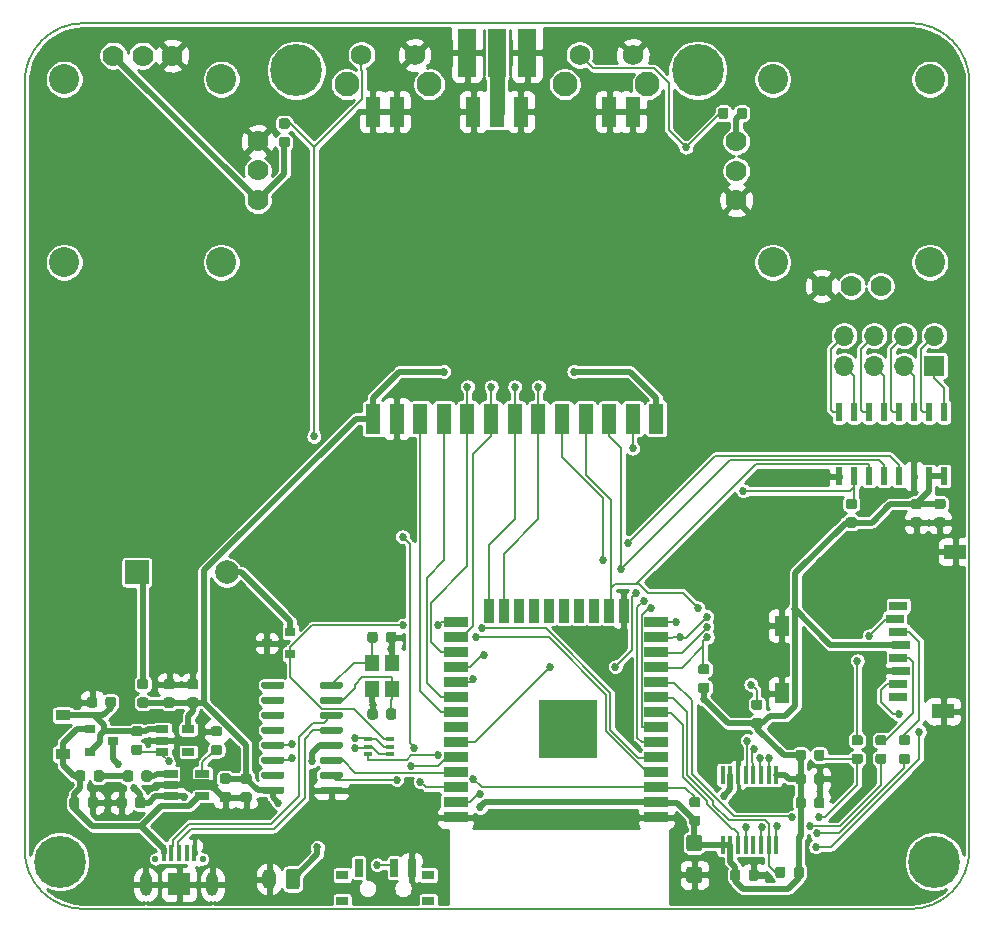
<source format=gbr>
%TF.GenerationSoftware,KiCad,Pcbnew,5.1.6-c6e7f7d~86~ubuntu20.04.1*%
%TF.CreationDate,2020-05-16T11:05:40+02:00*%
%TF.ProjectId,esp32_radio,65737033-325f-4726-9164-696f2e6b6963,V0.1*%
%TF.SameCoordinates,Original*%
%TF.FileFunction,Copper,L1,Top*%
%TF.FilePolarity,Positive*%
%FSLAX46Y46*%
G04 Gerber Fmt 4.6, Leading zero omitted, Abs format (unit mm)*
G04 Created by KiCad (PCBNEW 5.1.6-c6e7f7d~86~ubuntu20.04.1) date 2020-05-16 11:05:40*
%MOMM*%
%LPD*%
G01*
G04 APERTURE LIST*
%TA.AperFunction,Profile*%
%ADD10C,0.150000*%
%TD*%
%TA.AperFunction,ComponentPad*%
%ADD11C,1.150000*%
%TD*%
%TA.AperFunction,SMDPad,CuDef*%
%ADD12R,2.000000X0.900000*%
%TD*%
%TA.AperFunction,SMDPad,CuDef*%
%ADD13R,0.900000X2.000000*%
%TD*%
%TA.AperFunction,SMDPad,CuDef*%
%ADD14R,5.000000X5.000000*%
%TD*%
%TA.AperFunction,SMDPad,CuDef*%
%ADD15R,0.650000X0.400000*%
%TD*%
%TA.AperFunction,SMDPad,CuDef*%
%ADD16R,1.200000X1.400000*%
%TD*%
%TA.AperFunction,ComponentPad*%
%ADD17O,1.200000X1.750000*%
%TD*%
%TA.AperFunction,SMDPad,CuDef*%
%ADD18R,0.700000X1.500000*%
%TD*%
%TA.AperFunction,SMDPad,CuDef*%
%ADD19R,1.000000X0.800000*%
%TD*%
%TA.AperFunction,ComponentPad*%
%ADD20C,2.100000*%
%TD*%
%TA.AperFunction,ComponentPad*%
%ADD21C,1.750000*%
%TD*%
%TA.AperFunction,SMDPad,CuDef*%
%ADD22R,1.524000X4.064000*%
%TD*%
%TA.AperFunction,ComponentPad*%
%ADD23C,1.778000*%
%TD*%
%TA.AperFunction,WasherPad*%
%ADD24C,2.540000*%
%TD*%
%TA.AperFunction,SMDPad,CuDef*%
%ADD25R,1.500000X0.800000*%
%TD*%
%TA.AperFunction,SMDPad,CuDef*%
%ADD26R,1.200000X1.800000*%
%TD*%
%TA.AperFunction,SMDPad,CuDef*%
%ADD27R,1.900000X1.300000*%
%TD*%
%TA.AperFunction,ComponentPad*%
%ADD28C,0.550000*%
%TD*%
%TA.AperFunction,ComponentPad*%
%ADD29O,1.000000X2.000000*%
%TD*%
%TA.AperFunction,SMDPad,CuDef*%
%ADD30R,1.900000X1.900000*%
%TD*%
%TA.AperFunction,SMDPad,CuDef*%
%ADD31R,0.400000X1.350000*%
%TD*%
%TA.AperFunction,SMDPad,CuDef*%
%ADD32R,1.270000X2.540000*%
%TD*%
%TA.AperFunction,SMDPad,CuDef*%
%ADD33R,0.450000X1.500000*%
%TD*%
%TA.AperFunction,ComponentPad*%
%ADD34C,4.400000*%
%TD*%
%TA.AperFunction,ComponentPad*%
%ADD35R,2.000000X2.000000*%
%TD*%
%TA.AperFunction,ComponentPad*%
%ADD36C,2.000000*%
%TD*%
%TA.AperFunction,SMDPad,CuDef*%
%ADD37R,1.200000X0.900000*%
%TD*%
%TA.AperFunction,ComponentPad*%
%ADD38R,1.700000X1.700000*%
%TD*%
%TA.AperFunction,ComponentPad*%
%ADD39O,1.700000X1.700000*%
%TD*%
%TA.AperFunction,SMDPad,CuDef*%
%ADD40R,0.900000X0.800000*%
%TD*%
%TA.AperFunction,SMDPad,CuDef*%
%ADD41R,1.060000X0.650000*%
%TD*%
%TA.AperFunction,SMDPad,CuDef*%
%ADD42R,1.220000X0.650000*%
%TD*%
%TA.AperFunction,SMDPad,CuDef*%
%ADD43R,0.600000X1.500000*%
%TD*%
%TA.AperFunction,ViaPad*%
%ADD44C,0.685800*%
%TD*%
%TA.AperFunction,Conductor*%
%ADD45C,0.500000*%
%TD*%
%TA.AperFunction,Conductor*%
%ADD46C,0.200000*%
%TD*%
%TA.AperFunction,Conductor*%
%ADD47C,1.270000*%
%TD*%
%TA.AperFunction,Conductor*%
%ADD48C,0.254000*%
%TD*%
G04 APERTURE END LIST*
D10*
X107188000Y-109088000D02*
G75*
G03*
X112188000Y-114088000I5000000J0D01*
G01*
X182188000Y-114088000D02*
G75*
G03*
X187188000Y-109088000I0J5000000D01*
G01*
X187188000Y-44088000D02*
G75*
G03*
X182188000Y-39088000I-5000000J0D01*
G01*
X112188000Y-39088000D02*
G75*
G03*
X107188000Y-44088000I0J-5000000D01*
G01*
X182188000Y-39088000D02*
X112188000Y-39088000D01*
X187188000Y-109088000D02*
X187188000Y-44088000D01*
X112188000Y-114088000D02*
X182188000Y-114088000D01*
X107188000Y-44088000D02*
X107188000Y-109088000D01*
D11*
X151328000Y-96968000D03*
X152578000Y-96968000D03*
X153828000Y-96968000D03*
X155078000Y-96968000D03*
X151328000Y-98218000D03*
X152578000Y-98218000D03*
X153828000Y-98218000D03*
X155078000Y-98218000D03*
X151328000Y-99468000D03*
X152578000Y-99468000D03*
X153828000Y-99468000D03*
X155078000Y-99468000D03*
X151328000Y-100718000D03*
X152578000Y-100718000D03*
X153828000Y-100718000D03*
X155078000Y-100718000D03*
D12*
X143688000Y-106343000D03*
X143688000Y-105073000D03*
X143688000Y-103803000D03*
X143688000Y-102533000D03*
X143688000Y-101263000D03*
X143688000Y-99993000D03*
X143688000Y-98723000D03*
X143688000Y-97453000D03*
X143688000Y-96183000D03*
X143688000Y-94913000D03*
X143688000Y-93643000D03*
X143688000Y-92373000D03*
X143688000Y-91103000D03*
X143688000Y-89833000D03*
D13*
X146473000Y-88833000D03*
X147743000Y-88833000D03*
X149013000Y-88833000D03*
X150283000Y-88833000D03*
X151553000Y-88833000D03*
X152823000Y-88833000D03*
X154093000Y-88833000D03*
X155363000Y-88833000D03*
X156633000Y-88833000D03*
X157903000Y-88833000D03*
D12*
X160688000Y-89833000D03*
X160688000Y-91103000D03*
X160688000Y-92373000D03*
X160688000Y-93643000D03*
X160688000Y-94913000D03*
X160688000Y-96183000D03*
X160688000Y-97453000D03*
X160688000Y-98723000D03*
X160688000Y-99993000D03*
X160688000Y-101263000D03*
X160688000Y-102533000D03*
X160688000Y-103803000D03*
X160688000Y-105073000D03*
X160688000Y-106343000D03*
D14*
X153188000Y-98843000D03*
D15*
X136238000Y-100988000D03*
X136238000Y-99688000D03*
X138138000Y-100338000D03*
X136238000Y-100338000D03*
X138138000Y-99688000D03*
X138138000Y-100988000D03*
D16*
X136588000Y-95438000D03*
X136588000Y-93238000D03*
X138288000Y-93238000D03*
X138288000Y-95438000D03*
%TA.AperFunction,SMDPad,CuDef*%
G36*
G01*
X134138000Y-103883000D02*
X134138000Y-104183000D01*
G75*
G02*
X133988000Y-104333000I-150000J0D01*
G01*
X132338000Y-104333000D01*
G75*
G02*
X132188000Y-104183000I0J150000D01*
G01*
X132188000Y-103883000D01*
G75*
G02*
X132338000Y-103733000I150000J0D01*
G01*
X133988000Y-103733000D01*
G75*
G02*
X134138000Y-103883000I0J-150000D01*
G01*
G37*
%TD.AperFunction*%
%TA.AperFunction,SMDPad,CuDef*%
G36*
G01*
X134138000Y-102613000D02*
X134138000Y-102913000D01*
G75*
G02*
X133988000Y-103063000I-150000J0D01*
G01*
X132338000Y-103063000D01*
G75*
G02*
X132188000Y-102913000I0J150000D01*
G01*
X132188000Y-102613000D01*
G75*
G02*
X132338000Y-102463000I150000J0D01*
G01*
X133988000Y-102463000D01*
G75*
G02*
X134138000Y-102613000I0J-150000D01*
G01*
G37*
%TD.AperFunction*%
%TA.AperFunction,SMDPad,CuDef*%
G36*
G01*
X134138000Y-101343000D02*
X134138000Y-101643000D01*
G75*
G02*
X133988000Y-101793000I-150000J0D01*
G01*
X132338000Y-101793000D01*
G75*
G02*
X132188000Y-101643000I0J150000D01*
G01*
X132188000Y-101343000D01*
G75*
G02*
X132338000Y-101193000I150000J0D01*
G01*
X133988000Y-101193000D01*
G75*
G02*
X134138000Y-101343000I0J-150000D01*
G01*
G37*
%TD.AperFunction*%
%TA.AperFunction,SMDPad,CuDef*%
G36*
G01*
X134138000Y-100073000D02*
X134138000Y-100373000D01*
G75*
G02*
X133988000Y-100523000I-150000J0D01*
G01*
X132338000Y-100523000D01*
G75*
G02*
X132188000Y-100373000I0J150000D01*
G01*
X132188000Y-100073000D01*
G75*
G02*
X132338000Y-99923000I150000J0D01*
G01*
X133988000Y-99923000D01*
G75*
G02*
X134138000Y-100073000I0J-150000D01*
G01*
G37*
%TD.AperFunction*%
%TA.AperFunction,SMDPad,CuDef*%
G36*
G01*
X134138000Y-98803000D02*
X134138000Y-99103000D01*
G75*
G02*
X133988000Y-99253000I-150000J0D01*
G01*
X132338000Y-99253000D01*
G75*
G02*
X132188000Y-99103000I0J150000D01*
G01*
X132188000Y-98803000D01*
G75*
G02*
X132338000Y-98653000I150000J0D01*
G01*
X133988000Y-98653000D01*
G75*
G02*
X134138000Y-98803000I0J-150000D01*
G01*
G37*
%TD.AperFunction*%
%TA.AperFunction,SMDPad,CuDef*%
G36*
G01*
X134138000Y-97533000D02*
X134138000Y-97833000D01*
G75*
G02*
X133988000Y-97983000I-150000J0D01*
G01*
X132338000Y-97983000D01*
G75*
G02*
X132188000Y-97833000I0J150000D01*
G01*
X132188000Y-97533000D01*
G75*
G02*
X132338000Y-97383000I150000J0D01*
G01*
X133988000Y-97383000D01*
G75*
G02*
X134138000Y-97533000I0J-150000D01*
G01*
G37*
%TD.AperFunction*%
%TA.AperFunction,SMDPad,CuDef*%
G36*
G01*
X134138000Y-96263000D02*
X134138000Y-96563000D01*
G75*
G02*
X133988000Y-96713000I-150000J0D01*
G01*
X132338000Y-96713000D01*
G75*
G02*
X132188000Y-96563000I0J150000D01*
G01*
X132188000Y-96263000D01*
G75*
G02*
X132338000Y-96113000I150000J0D01*
G01*
X133988000Y-96113000D01*
G75*
G02*
X134138000Y-96263000I0J-150000D01*
G01*
G37*
%TD.AperFunction*%
%TA.AperFunction,SMDPad,CuDef*%
G36*
G01*
X134138000Y-94993000D02*
X134138000Y-95293000D01*
G75*
G02*
X133988000Y-95443000I-150000J0D01*
G01*
X132338000Y-95443000D01*
G75*
G02*
X132188000Y-95293000I0J150000D01*
G01*
X132188000Y-94993000D01*
G75*
G02*
X132338000Y-94843000I150000J0D01*
G01*
X133988000Y-94843000D01*
G75*
G02*
X134138000Y-94993000I0J-150000D01*
G01*
G37*
%TD.AperFunction*%
%TA.AperFunction,SMDPad,CuDef*%
G36*
G01*
X129188000Y-94993000D02*
X129188000Y-95293000D01*
G75*
G02*
X129038000Y-95443000I-150000J0D01*
G01*
X127388000Y-95443000D01*
G75*
G02*
X127238000Y-95293000I0J150000D01*
G01*
X127238000Y-94993000D01*
G75*
G02*
X127388000Y-94843000I150000J0D01*
G01*
X129038000Y-94843000D01*
G75*
G02*
X129188000Y-94993000I0J-150000D01*
G01*
G37*
%TD.AperFunction*%
%TA.AperFunction,SMDPad,CuDef*%
G36*
G01*
X129188000Y-96263000D02*
X129188000Y-96563000D01*
G75*
G02*
X129038000Y-96713000I-150000J0D01*
G01*
X127388000Y-96713000D01*
G75*
G02*
X127238000Y-96563000I0J150000D01*
G01*
X127238000Y-96263000D01*
G75*
G02*
X127388000Y-96113000I150000J0D01*
G01*
X129038000Y-96113000D01*
G75*
G02*
X129188000Y-96263000I0J-150000D01*
G01*
G37*
%TD.AperFunction*%
%TA.AperFunction,SMDPad,CuDef*%
G36*
G01*
X129188000Y-97533000D02*
X129188000Y-97833000D01*
G75*
G02*
X129038000Y-97983000I-150000J0D01*
G01*
X127388000Y-97983000D01*
G75*
G02*
X127238000Y-97833000I0J150000D01*
G01*
X127238000Y-97533000D01*
G75*
G02*
X127388000Y-97383000I150000J0D01*
G01*
X129038000Y-97383000D01*
G75*
G02*
X129188000Y-97533000I0J-150000D01*
G01*
G37*
%TD.AperFunction*%
%TA.AperFunction,SMDPad,CuDef*%
G36*
G01*
X129188000Y-98803000D02*
X129188000Y-99103000D01*
G75*
G02*
X129038000Y-99253000I-150000J0D01*
G01*
X127388000Y-99253000D01*
G75*
G02*
X127238000Y-99103000I0J150000D01*
G01*
X127238000Y-98803000D01*
G75*
G02*
X127388000Y-98653000I150000J0D01*
G01*
X129038000Y-98653000D01*
G75*
G02*
X129188000Y-98803000I0J-150000D01*
G01*
G37*
%TD.AperFunction*%
%TA.AperFunction,SMDPad,CuDef*%
G36*
G01*
X129188000Y-100073000D02*
X129188000Y-100373000D01*
G75*
G02*
X129038000Y-100523000I-150000J0D01*
G01*
X127388000Y-100523000D01*
G75*
G02*
X127238000Y-100373000I0J150000D01*
G01*
X127238000Y-100073000D01*
G75*
G02*
X127388000Y-99923000I150000J0D01*
G01*
X129038000Y-99923000D01*
G75*
G02*
X129188000Y-100073000I0J-150000D01*
G01*
G37*
%TD.AperFunction*%
%TA.AperFunction,SMDPad,CuDef*%
G36*
G01*
X129188000Y-101343000D02*
X129188000Y-101643000D01*
G75*
G02*
X129038000Y-101793000I-150000J0D01*
G01*
X127388000Y-101793000D01*
G75*
G02*
X127238000Y-101643000I0J150000D01*
G01*
X127238000Y-101343000D01*
G75*
G02*
X127388000Y-101193000I150000J0D01*
G01*
X129038000Y-101193000D01*
G75*
G02*
X129188000Y-101343000I0J-150000D01*
G01*
G37*
%TD.AperFunction*%
%TA.AperFunction,SMDPad,CuDef*%
G36*
G01*
X129188000Y-102613000D02*
X129188000Y-102913000D01*
G75*
G02*
X129038000Y-103063000I-150000J0D01*
G01*
X127388000Y-103063000D01*
G75*
G02*
X127238000Y-102913000I0J150000D01*
G01*
X127238000Y-102613000D01*
G75*
G02*
X127388000Y-102463000I150000J0D01*
G01*
X129038000Y-102463000D01*
G75*
G02*
X129188000Y-102613000I0J-150000D01*
G01*
G37*
%TD.AperFunction*%
%TA.AperFunction,SMDPad,CuDef*%
G36*
G01*
X129188000Y-103883000D02*
X129188000Y-104183000D01*
G75*
G02*
X129038000Y-104333000I-150000J0D01*
G01*
X127388000Y-104333000D01*
G75*
G02*
X127238000Y-104183000I0J150000D01*
G01*
X127238000Y-103883000D01*
G75*
G02*
X127388000Y-103733000I150000J0D01*
G01*
X129038000Y-103733000D01*
G75*
G02*
X129188000Y-103883000I0J-150000D01*
G01*
G37*
%TD.AperFunction*%
%TA.AperFunction,SMDPad,CuDef*%
G36*
G01*
X137788000Y-91344250D02*
X137788000Y-90831750D01*
G75*
G02*
X138006750Y-90613000I218750J0D01*
G01*
X138444250Y-90613000D01*
G75*
G02*
X138663000Y-90831750I0J-218750D01*
G01*
X138663000Y-91344250D01*
G75*
G02*
X138444250Y-91563000I-218750J0D01*
G01*
X138006750Y-91563000D01*
G75*
G02*
X137788000Y-91344250I0J218750D01*
G01*
G37*
%TD.AperFunction*%
%TA.AperFunction,SMDPad,CuDef*%
G36*
G01*
X136213000Y-91344250D02*
X136213000Y-90831750D01*
G75*
G02*
X136431750Y-90613000I218750J0D01*
G01*
X136869250Y-90613000D01*
G75*
G02*
X137088000Y-90831750I0J-218750D01*
G01*
X137088000Y-91344250D01*
G75*
G02*
X136869250Y-91563000I-218750J0D01*
G01*
X136431750Y-91563000D01*
G75*
G02*
X136213000Y-91344250I0J218750D01*
G01*
G37*
%TD.AperFunction*%
%TA.AperFunction,SMDPad,CuDef*%
G36*
G01*
X137088000Y-97331750D02*
X137088000Y-97844250D01*
G75*
G02*
X136869250Y-98063000I-218750J0D01*
G01*
X136431750Y-98063000D01*
G75*
G02*
X136213000Y-97844250I0J218750D01*
G01*
X136213000Y-97331750D01*
G75*
G02*
X136431750Y-97113000I218750J0D01*
G01*
X136869250Y-97113000D01*
G75*
G02*
X137088000Y-97331750I0J-218750D01*
G01*
G37*
%TD.AperFunction*%
%TA.AperFunction,SMDPad,CuDef*%
G36*
G01*
X138663000Y-97331750D02*
X138663000Y-97844250D01*
G75*
G02*
X138444250Y-98063000I-218750J0D01*
G01*
X138006750Y-98063000D01*
G75*
G02*
X137788000Y-97844250I0J218750D01*
G01*
X137788000Y-97331750D01*
G75*
G02*
X138006750Y-97113000I218750J0D01*
G01*
X138444250Y-97113000D01*
G75*
G02*
X138663000Y-97331750I0J-218750D01*
G01*
G37*
%TD.AperFunction*%
%TA.AperFunction,SMDPad,CuDef*%
G36*
G01*
X123931750Y-104188000D02*
X124444250Y-104188000D01*
G75*
G02*
X124663000Y-104406750I0J-218750D01*
G01*
X124663000Y-104844250D01*
G75*
G02*
X124444250Y-105063000I-218750J0D01*
G01*
X123931750Y-105063000D01*
G75*
G02*
X123713000Y-104844250I0J218750D01*
G01*
X123713000Y-104406750D01*
G75*
G02*
X123931750Y-104188000I218750J0D01*
G01*
G37*
%TD.AperFunction*%
%TA.AperFunction,SMDPad,CuDef*%
G36*
G01*
X123931750Y-102613000D02*
X124444250Y-102613000D01*
G75*
G02*
X124663000Y-102831750I0J-218750D01*
G01*
X124663000Y-103269250D01*
G75*
G02*
X124444250Y-103488000I-218750J0D01*
G01*
X123931750Y-103488000D01*
G75*
G02*
X123713000Y-103269250I0J218750D01*
G01*
X123713000Y-102831750D01*
G75*
G02*
X123931750Y-102613000I218750J0D01*
G01*
G37*
%TD.AperFunction*%
%TA.AperFunction,SMDPad,CuDef*%
G36*
G01*
X164194250Y-105488000D02*
X163681750Y-105488000D01*
G75*
G02*
X163463000Y-105269250I0J218750D01*
G01*
X163463000Y-104831750D01*
G75*
G02*
X163681750Y-104613000I218750J0D01*
G01*
X164194250Y-104613000D01*
G75*
G02*
X164413000Y-104831750I0J-218750D01*
G01*
X164413000Y-105269250D01*
G75*
G02*
X164194250Y-105488000I-218750J0D01*
G01*
G37*
%TD.AperFunction*%
%TA.AperFunction,SMDPad,CuDef*%
G36*
G01*
X164194250Y-107063000D02*
X163681750Y-107063000D01*
G75*
G02*
X163463000Y-106844250I0J218750D01*
G01*
X163463000Y-106406750D01*
G75*
G02*
X163681750Y-106188000I218750J0D01*
G01*
X164194250Y-106188000D01*
G75*
G02*
X164413000Y-106406750I0J-218750D01*
G01*
X164413000Y-106844250D01*
G75*
G02*
X164194250Y-107063000I-218750J0D01*
G01*
G37*
%TD.AperFunction*%
D17*
X127895600Y-111556800D03*
%TA.AperFunction,ComponentPad*%
G36*
G01*
X130495600Y-110931799D02*
X130495600Y-112181801D01*
G75*
G02*
X130245601Y-112431800I-249999J0D01*
G01*
X129545599Y-112431800D01*
G75*
G02*
X129295600Y-112181801I0J249999D01*
G01*
X129295600Y-110931799D01*
G75*
G02*
X129545599Y-110681800I249999J0D01*
G01*
X130245601Y-110681800D01*
G75*
G02*
X130495600Y-110931799I0J-249999D01*
G01*
G37*
%TD.AperFunction*%
D18*
X135481500Y-110584000D03*
X138481500Y-110584000D03*
X139981500Y-110584000D03*
D19*
X134081500Y-113444000D03*
X141381500Y-113444000D03*
X141381500Y-111234000D03*
X134081500Y-111234000D03*
D20*
X152918000Y-44273000D03*
D21*
X154178000Y-41783000D03*
X158678000Y-41783000D03*
D20*
X159928000Y-44273000D03*
X134448000Y-44273000D03*
D21*
X135708000Y-41783000D03*
X140208000Y-41783000D03*
D20*
X141458000Y-44273000D03*
%TA.AperFunction,SMDPad,CuDef*%
G36*
G01*
X129444250Y-49600500D02*
X128931750Y-49600500D01*
G75*
G02*
X128713000Y-49381750I0J218750D01*
G01*
X128713000Y-48944250D01*
G75*
G02*
X128931750Y-48725500I218750J0D01*
G01*
X129444250Y-48725500D01*
G75*
G02*
X129663000Y-48944250I0J-218750D01*
G01*
X129663000Y-49381750D01*
G75*
G02*
X129444250Y-49600500I-218750J0D01*
G01*
G37*
%TD.AperFunction*%
%TA.AperFunction,SMDPad,CuDef*%
G36*
G01*
X129444250Y-48025500D02*
X128931750Y-48025500D01*
G75*
G02*
X128713000Y-47806750I0J218750D01*
G01*
X128713000Y-47369250D01*
G75*
G02*
X128931750Y-47150500I218750J0D01*
G01*
X129444250Y-47150500D01*
G75*
G02*
X129663000Y-47369250I0J-218750D01*
G01*
X129663000Y-47806750D01*
G75*
G02*
X129444250Y-48025500I-218750J0D01*
G01*
G37*
%TD.AperFunction*%
D22*
X144648000Y-41588000D03*
X149728000Y-41588000D03*
X147188000Y-41588000D03*
D23*
X179688000Y-61338000D03*
X177188000Y-61338000D03*
X174688000Y-61338000D03*
D24*
X183838000Y-43838000D03*
X183838000Y-59338000D03*
X170538000Y-59338000D03*
X170538000Y-43838000D03*
D23*
X167438000Y-49088000D03*
X167438000Y-51608076D03*
X167438000Y-54088000D03*
X114688000Y-41838000D03*
X117188000Y-41838000D03*
X119688000Y-41838000D03*
D24*
X110538000Y-59338000D03*
X110538000Y-43838000D03*
X123838000Y-43838000D03*
X123838000Y-59338000D03*
D23*
X126938000Y-54088000D03*
X126938000Y-51567924D03*
X126938000Y-49088000D03*
D25*
X181158000Y-96118000D03*
X181158000Y-95018000D03*
X181358000Y-93918000D03*
X181158000Y-92818000D03*
X181358000Y-91718000D03*
X181158000Y-90618000D03*
X180858000Y-89518000D03*
D26*
X171288000Y-90098000D03*
D27*
X184968000Y-97358000D03*
X185988000Y-83838000D03*
D25*
X181158000Y-88418000D03*
D26*
X171288000Y-95848000D03*
D28*
X118269000Y-109864000D03*
D29*
X117444000Y-112014000D03*
X123094000Y-112014000D03*
D30*
X120269000Y-112014000D03*
D31*
X118969000Y-109339000D03*
X119619000Y-109339000D03*
X121569000Y-109339000D03*
X120919000Y-109339000D03*
X120269000Y-109339000D03*
D28*
X122269000Y-109864000D03*
%TA.AperFunction,SMDPad,CuDef*%
G36*
G01*
X112338000Y-102581750D02*
X112338000Y-103094250D01*
G75*
G02*
X112119250Y-103313000I-218750J0D01*
G01*
X111681750Y-103313000D01*
G75*
G02*
X111463000Y-103094250I0J218750D01*
G01*
X111463000Y-102581750D01*
G75*
G02*
X111681750Y-102363000I218750J0D01*
G01*
X112119250Y-102363000D01*
G75*
G02*
X112338000Y-102581750I0J-218750D01*
G01*
G37*
%TD.AperFunction*%
%TA.AperFunction,SMDPad,CuDef*%
G36*
G01*
X113913000Y-102581750D02*
X113913000Y-103094250D01*
G75*
G02*
X113694250Y-103313000I-218750J0D01*
G01*
X113256750Y-103313000D01*
G75*
G02*
X113038000Y-103094250I0J218750D01*
G01*
X113038000Y-102581750D01*
G75*
G02*
X113256750Y-102363000I218750J0D01*
G01*
X113694250Y-102363000D01*
G75*
G02*
X113913000Y-102581750I0J-218750D01*
G01*
G37*
%TD.AperFunction*%
%TA.AperFunction,SMDPad,CuDef*%
G36*
G01*
X125681750Y-104188000D02*
X126194250Y-104188000D01*
G75*
G02*
X126413000Y-104406750I0J-218750D01*
G01*
X126413000Y-104844250D01*
G75*
G02*
X126194250Y-105063000I-218750J0D01*
G01*
X125681750Y-105063000D01*
G75*
G02*
X125463000Y-104844250I0J218750D01*
G01*
X125463000Y-104406750D01*
G75*
G02*
X125681750Y-104188000I218750J0D01*
G01*
G37*
%TD.AperFunction*%
%TA.AperFunction,SMDPad,CuDef*%
G36*
G01*
X125681750Y-102613000D02*
X126194250Y-102613000D01*
G75*
G02*
X126413000Y-102831750I0J-218750D01*
G01*
X126413000Y-103269250D01*
G75*
G02*
X126194250Y-103488000I-218750J0D01*
G01*
X125681750Y-103488000D01*
G75*
G02*
X125463000Y-103269250I0J218750D01*
G01*
X125463000Y-102831750D01*
G75*
G02*
X125681750Y-102613000I218750J0D01*
G01*
G37*
%TD.AperFunction*%
%TA.AperFunction,SMDPad,CuDef*%
G36*
G01*
X174038000Y-105344250D02*
X174038000Y-104831750D01*
G75*
G02*
X174256750Y-104613000I218750J0D01*
G01*
X174694250Y-104613000D01*
G75*
G02*
X174913000Y-104831750I0J-218750D01*
G01*
X174913000Y-105344250D01*
G75*
G02*
X174694250Y-105563000I-218750J0D01*
G01*
X174256750Y-105563000D01*
G75*
G02*
X174038000Y-105344250I0J218750D01*
G01*
G37*
%TD.AperFunction*%
%TA.AperFunction,SMDPad,CuDef*%
G36*
G01*
X172463000Y-105344250D02*
X172463000Y-104831750D01*
G75*
G02*
X172681750Y-104613000I218750J0D01*
G01*
X173119250Y-104613000D01*
G75*
G02*
X173338000Y-104831750I0J-218750D01*
G01*
X173338000Y-105344250D01*
G75*
G02*
X173119250Y-105563000I-218750J0D01*
G01*
X172681750Y-105563000D01*
G75*
G02*
X172463000Y-105344250I0J218750D01*
G01*
G37*
%TD.AperFunction*%
%TA.AperFunction,SMDPad,CuDef*%
G36*
G01*
X174038000Y-103344250D02*
X174038000Y-102831750D01*
G75*
G02*
X174256750Y-102613000I218750J0D01*
G01*
X174694250Y-102613000D01*
G75*
G02*
X174913000Y-102831750I0J-218750D01*
G01*
X174913000Y-103344250D01*
G75*
G02*
X174694250Y-103563000I-218750J0D01*
G01*
X174256750Y-103563000D01*
G75*
G02*
X174038000Y-103344250I0J218750D01*
G01*
G37*
%TD.AperFunction*%
%TA.AperFunction,SMDPad,CuDef*%
G36*
G01*
X172463000Y-103344250D02*
X172463000Y-102831750D01*
G75*
G02*
X172681750Y-102613000I218750J0D01*
G01*
X173119250Y-102613000D01*
G75*
G02*
X173338000Y-102831750I0J-218750D01*
G01*
X173338000Y-103344250D01*
G75*
G02*
X173119250Y-103563000I-218750J0D01*
G01*
X172681750Y-103563000D01*
G75*
G02*
X172463000Y-103344250I0J218750D01*
G01*
G37*
%TD.AperFunction*%
%TA.AperFunction,SMDPad,CuDef*%
G36*
G01*
X119694250Y-95488000D02*
X119181750Y-95488000D01*
G75*
G02*
X118963000Y-95269250I0J218750D01*
G01*
X118963000Y-94831750D01*
G75*
G02*
X119181750Y-94613000I218750J0D01*
G01*
X119694250Y-94613000D01*
G75*
G02*
X119913000Y-94831750I0J-218750D01*
G01*
X119913000Y-95269250D01*
G75*
G02*
X119694250Y-95488000I-218750J0D01*
G01*
G37*
%TD.AperFunction*%
%TA.AperFunction,SMDPad,CuDef*%
G36*
G01*
X119694250Y-97063000D02*
X119181750Y-97063000D01*
G75*
G02*
X118963000Y-96844250I0J218750D01*
G01*
X118963000Y-96406750D01*
G75*
G02*
X119181750Y-96188000I218750J0D01*
G01*
X119694250Y-96188000D01*
G75*
G02*
X119913000Y-96406750I0J-218750D01*
G01*
X119913000Y-96844250D01*
G75*
G02*
X119694250Y-97063000I-218750J0D01*
G01*
G37*
%TD.AperFunction*%
%TA.AperFunction,SMDPad,CuDef*%
G36*
G01*
X121694250Y-95488000D02*
X121181750Y-95488000D01*
G75*
G02*
X120963000Y-95269250I0J218750D01*
G01*
X120963000Y-94831750D01*
G75*
G02*
X121181750Y-94613000I218750J0D01*
G01*
X121694250Y-94613000D01*
G75*
G02*
X121913000Y-94831750I0J-218750D01*
G01*
X121913000Y-95269250D01*
G75*
G02*
X121694250Y-95488000I-218750J0D01*
G01*
G37*
%TD.AperFunction*%
%TA.AperFunction,SMDPad,CuDef*%
G36*
G01*
X121694250Y-97063000D02*
X121181750Y-97063000D01*
G75*
G02*
X120963000Y-96844250I0J218750D01*
G01*
X120963000Y-96406750D01*
G75*
G02*
X121181750Y-96188000I218750J0D01*
G01*
X121694250Y-96188000D01*
G75*
G02*
X121913000Y-96406750I0J-218750D01*
G01*
X121913000Y-96844250D01*
G75*
G02*
X121694250Y-97063000I-218750J0D01*
G01*
G37*
%TD.AperFunction*%
%TA.AperFunction,SMDPad,CuDef*%
G36*
G01*
X168488000Y-111494250D02*
X168488000Y-110981750D01*
G75*
G02*
X168706750Y-110763000I218750J0D01*
G01*
X169144250Y-110763000D01*
G75*
G02*
X169363000Y-110981750I0J-218750D01*
G01*
X169363000Y-111494250D01*
G75*
G02*
X169144250Y-111713000I-218750J0D01*
G01*
X168706750Y-111713000D01*
G75*
G02*
X168488000Y-111494250I0J218750D01*
G01*
G37*
%TD.AperFunction*%
%TA.AperFunction,SMDPad,CuDef*%
G36*
G01*
X166913000Y-111494250D02*
X166913000Y-110981750D01*
G75*
G02*
X167131750Y-110763000I218750J0D01*
G01*
X167569250Y-110763000D01*
G75*
G02*
X167788000Y-110981750I0J-218750D01*
G01*
X167788000Y-111494250D01*
G75*
G02*
X167569250Y-111713000I-218750J0D01*
G01*
X167131750Y-111713000D01*
G75*
G02*
X166913000Y-111494250I0J218750D01*
G01*
G37*
%TD.AperFunction*%
%TA.AperFunction,SMDPad,CuDef*%
G36*
G01*
X115838000Y-104831750D02*
X115838000Y-105344250D01*
G75*
G02*
X115619250Y-105563000I-218750J0D01*
G01*
X115181750Y-105563000D01*
G75*
G02*
X114963000Y-105344250I0J218750D01*
G01*
X114963000Y-104831750D01*
G75*
G02*
X115181750Y-104613000I218750J0D01*
G01*
X115619250Y-104613000D01*
G75*
G02*
X115838000Y-104831750I0J-218750D01*
G01*
G37*
%TD.AperFunction*%
%TA.AperFunction,SMDPad,CuDef*%
G36*
G01*
X117413000Y-104831750D02*
X117413000Y-105344250D01*
G75*
G02*
X117194250Y-105563000I-218750J0D01*
G01*
X116756750Y-105563000D01*
G75*
G02*
X116538000Y-105344250I0J218750D01*
G01*
X116538000Y-104831750D01*
G75*
G02*
X116756750Y-104613000I218750J0D01*
G01*
X117194250Y-104613000D01*
G75*
G02*
X117413000Y-104831750I0J-218750D01*
G01*
G37*
%TD.AperFunction*%
%TA.AperFunction,SMDPad,CuDef*%
G36*
G01*
X184431750Y-80938000D02*
X184944250Y-80938000D01*
G75*
G02*
X185163000Y-81156750I0J-218750D01*
G01*
X185163000Y-81594250D01*
G75*
G02*
X184944250Y-81813000I-218750J0D01*
G01*
X184431750Y-81813000D01*
G75*
G02*
X184213000Y-81594250I0J218750D01*
G01*
X184213000Y-81156750D01*
G75*
G02*
X184431750Y-80938000I218750J0D01*
G01*
G37*
%TD.AperFunction*%
%TA.AperFunction,SMDPad,CuDef*%
G36*
G01*
X184431750Y-79363000D02*
X184944250Y-79363000D01*
G75*
G02*
X185163000Y-79581750I0J-218750D01*
G01*
X185163000Y-80019250D01*
G75*
G02*
X184944250Y-80238000I-218750J0D01*
G01*
X184431750Y-80238000D01*
G75*
G02*
X184213000Y-80019250I0J218750D01*
G01*
X184213000Y-79581750D01*
G75*
G02*
X184431750Y-79363000I218750J0D01*
G01*
G37*
%TD.AperFunction*%
%TA.AperFunction,SMDPad,CuDef*%
G36*
G01*
X113338000Y-96331750D02*
X113338000Y-96844250D01*
G75*
G02*
X113119250Y-97063000I-218750J0D01*
G01*
X112681750Y-97063000D01*
G75*
G02*
X112463000Y-96844250I0J218750D01*
G01*
X112463000Y-96331750D01*
G75*
G02*
X112681750Y-96113000I218750J0D01*
G01*
X113119250Y-96113000D01*
G75*
G02*
X113338000Y-96331750I0J-218750D01*
G01*
G37*
%TD.AperFunction*%
%TA.AperFunction,SMDPad,CuDef*%
G36*
G01*
X114913000Y-96331750D02*
X114913000Y-96844250D01*
G75*
G02*
X114694250Y-97063000I-218750J0D01*
G01*
X114256750Y-97063000D01*
G75*
G02*
X114038000Y-96844250I0J218750D01*
G01*
X114038000Y-96331750D01*
G75*
G02*
X114256750Y-96113000I218750J0D01*
G01*
X114694250Y-96113000D01*
G75*
G02*
X114913000Y-96331750I0J-218750D01*
G01*
G37*
%TD.AperFunction*%
%TA.AperFunction,SMDPad,CuDef*%
G36*
G01*
X182431750Y-80938000D02*
X182944250Y-80938000D01*
G75*
G02*
X183163000Y-81156750I0J-218750D01*
G01*
X183163000Y-81594250D01*
G75*
G02*
X182944250Y-81813000I-218750J0D01*
G01*
X182431750Y-81813000D01*
G75*
G02*
X182213000Y-81594250I0J218750D01*
G01*
X182213000Y-81156750D01*
G75*
G02*
X182431750Y-80938000I218750J0D01*
G01*
G37*
%TD.AperFunction*%
%TA.AperFunction,SMDPad,CuDef*%
G36*
G01*
X182431750Y-79363000D02*
X182944250Y-79363000D01*
G75*
G02*
X183163000Y-79581750I0J-218750D01*
G01*
X183163000Y-80019250D01*
G75*
G02*
X182944250Y-80238000I-218750J0D01*
G01*
X182431750Y-80238000D01*
G75*
G02*
X182213000Y-80019250I0J218750D01*
G01*
X182213000Y-79581750D01*
G75*
G02*
X182431750Y-79363000I218750J0D01*
G01*
G37*
%TD.AperFunction*%
%TA.AperFunction,SMDPad,CuDef*%
G36*
G01*
X163468499Y-110505000D02*
X164318501Y-110505000D01*
G75*
G02*
X164568500Y-110754999I0J-249999D01*
G01*
X164568500Y-111655001D01*
G75*
G02*
X164318501Y-111905000I-249999J0D01*
G01*
X163468499Y-111905000D01*
G75*
G02*
X163218500Y-111655001I0J249999D01*
G01*
X163218500Y-110754999D01*
G75*
G02*
X163468499Y-110505000I249999J0D01*
G01*
G37*
%TD.AperFunction*%
%TA.AperFunction,SMDPad,CuDef*%
G36*
G01*
X163468499Y-107805000D02*
X164318501Y-107805000D01*
G75*
G02*
X164568500Y-108054999I0J-249999D01*
G01*
X164568500Y-108955001D01*
G75*
G02*
X164318501Y-109205000I-249999J0D01*
G01*
X163468499Y-109205000D01*
G75*
G02*
X163218500Y-108955001I0J249999D01*
G01*
X163218500Y-108054999D01*
G75*
G02*
X163468499Y-107805000I249999J0D01*
G01*
G37*
%TD.AperFunction*%
%TA.AperFunction,SMDPad,CuDef*%
G36*
G01*
X171608000Y-110741750D02*
X171608000Y-111254250D01*
G75*
G02*
X171389250Y-111473000I-218750J0D01*
G01*
X170951750Y-111473000D01*
G75*
G02*
X170733000Y-111254250I0J218750D01*
G01*
X170733000Y-110741750D01*
G75*
G02*
X170951750Y-110523000I218750J0D01*
G01*
X171389250Y-110523000D01*
G75*
G02*
X171608000Y-110741750I0J-218750D01*
G01*
G37*
%TD.AperFunction*%
%TA.AperFunction,SMDPad,CuDef*%
G36*
G01*
X173183000Y-110741750D02*
X173183000Y-111254250D01*
G75*
G02*
X172964250Y-111473000I-218750J0D01*
G01*
X172526750Y-111473000D01*
G75*
G02*
X172308000Y-111254250I0J218750D01*
G01*
X172308000Y-110741750D01*
G75*
G02*
X172526750Y-110523000I218750J0D01*
G01*
X172964250Y-110523000D01*
G75*
G02*
X173183000Y-110741750I0J-218750D01*
G01*
G37*
%TD.AperFunction*%
%TA.AperFunction,SMDPad,CuDef*%
G36*
G01*
X112538000Y-105344250D02*
X112538000Y-104831750D01*
G75*
G02*
X112756750Y-104613000I218750J0D01*
G01*
X113194250Y-104613000D01*
G75*
G02*
X113413000Y-104831750I0J-218750D01*
G01*
X113413000Y-105344250D01*
G75*
G02*
X113194250Y-105563000I-218750J0D01*
G01*
X112756750Y-105563000D01*
G75*
G02*
X112538000Y-105344250I0J218750D01*
G01*
G37*
%TD.AperFunction*%
%TA.AperFunction,SMDPad,CuDef*%
G36*
G01*
X110963000Y-105344250D02*
X110963000Y-104831750D01*
G75*
G02*
X111181750Y-104613000I218750J0D01*
G01*
X111619250Y-104613000D01*
G75*
G02*
X111838000Y-104831750I0J-218750D01*
G01*
X111838000Y-105344250D01*
G75*
G02*
X111619250Y-105563000I-218750J0D01*
G01*
X111181750Y-105563000D01*
G75*
G02*
X110963000Y-105344250I0J218750D01*
G01*
G37*
%TD.AperFunction*%
%TA.AperFunction,SMDPad,CuDef*%
G36*
G01*
X116388000Y-102581750D02*
X116388000Y-103094250D01*
G75*
G02*
X116169250Y-103313000I-218750J0D01*
G01*
X115731750Y-103313000D01*
G75*
G02*
X115513000Y-103094250I0J218750D01*
G01*
X115513000Y-102581750D01*
G75*
G02*
X115731750Y-102363000I218750J0D01*
G01*
X116169250Y-102363000D01*
G75*
G02*
X116388000Y-102581750I0J-218750D01*
G01*
G37*
%TD.AperFunction*%
%TA.AperFunction,SMDPad,CuDef*%
G36*
G01*
X117963000Y-102581750D02*
X117963000Y-103094250D01*
G75*
G02*
X117744250Y-103313000I-218750J0D01*
G01*
X117306750Y-103313000D01*
G75*
G02*
X117088000Y-103094250I0J218750D01*
G01*
X117088000Y-102581750D01*
G75*
G02*
X117306750Y-102363000I218750J0D01*
G01*
X117744250Y-102363000D01*
G75*
G02*
X117963000Y-102581750I0J-218750D01*
G01*
G37*
%TD.AperFunction*%
%TA.AperFunction,SMDPad,CuDef*%
G36*
G01*
X123181750Y-100188000D02*
X123694250Y-100188000D01*
G75*
G02*
X123913000Y-100406750I0J-218750D01*
G01*
X123913000Y-100844250D01*
G75*
G02*
X123694250Y-101063000I-218750J0D01*
G01*
X123181750Y-101063000D01*
G75*
G02*
X122963000Y-100844250I0J218750D01*
G01*
X122963000Y-100406750D01*
G75*
G02*
X123181750Y-100188000I218750J0D01*
G01*
G37*
%TD.AperFunction*%
%TA.AperFunction,SMDPad,CuDef*%
G36*
G01*
X123181750Y-98613000D02*
X123694250Y-98613000D01*
G75*
G02*
X123913000Y-98831750I0J-218750D01*
G01*
X123913000Y-99269250D01*
G75*
G02*
X123694250Y-99488000I-218750J0D01*
G01*
X123181750Y-99488000D01*
G75*
G02*
X122963000Y-99269250I0J218750D01*
G01*
X122963000Y-98831750D01*
G75*
G02*
X123181750Y-98613000I218750J0D01*
G01*
G37*
%TD.AperFunction*%
%TA.AperFunction,SMDPad,CuDef*%
G36*
G01*
X169444250Y-97238000D02*
X168931750Y-97238000D01*
G75*
G02*
X168713000Y-97019250I0J218750D01*
G01*
X168713000Y-96581750D01*
G75*
G02*
X168931750Y-96363000I218750J0D01*
G01*
X169444250Y-96363000D01*
G75*
G02*
X169663000Y-96581750I0J-218750D01*
G01*
X169663000Y-97019250D01*
G75*
G02*
X169444250Y-97238000I-218750J0D01*
G01*
G37*
%TD.AperFunction*%
%TA.AperFunction,SMDPad,CuDef*%
G36*
G01*
X169444250Y-98813000D02*
X168931750Y-98813000D01*
G75*
G02*
X168713000Y-98594250I0J218750D01*
G01*
X168713000Y-98156750D01*
G75*
G02*
X168931750Y-97938000I218750J0D01*
G01*
X169444250Y-97938000D01*
G75*
G02*
X169663000Y-98156750I0J-218750D01*
G01*
X169663000Y-98594250D01*
G75*
G02*
X169444250Y-98813000I-218750J0D01*
G01*
G37*
%TD.AperFunction*%
%TA.AperFunction,SMDPad,CuDef*%
G36*
G01*
X177444250Y-80238000D02*
X176931750Y-80238000D01*
G75*
G02*
X176713000Y-80019250I0J218750D01*
G01*
X176713000Y-79581750D01*
G75*
G02*
X176931750Y-79363000I218750J0D01*
G01*
X177444250Y-79363000D01*
G75*
G02*
X177663000Y-79581750I0J-218750D01*
G01*
X177663000Y-80019250D01*
G75*
G02*
X177444250Y-80238000I-218750J0D01*
G01*
G37*
%TD.AperFunction*%
%TA.AperFunction,SMDPad,CuDef*%
G36*
G01*
X177444250Y-81813000D02*
X176931750Y-81813000D01*
G75*
G02*
X176713000Y-81594250I0J218750D01*
G01*
X176713000Y-81156750D01*
G75*
G02*
X176931750Y-80938000I218750J0D01*
G01*
X177444250Y-80938000D01*
G75*
G02*
X177663000Y-81156750I0J-218750D01*
G01*
X177663000Y-81594250D01*
G75*
G02*
X177444250Y-81813000I-218750J0D01*
G01*
G37*
%TD.AperFunction*%
%TA.AperFunction,SMDPad,CuDef*%
G36*
G01*
X116931750Y-96188000D02*
X117444250Y-96188000D01*
G75*
G02*
X117663000Y-96406750I0J-218750D01*
G01*
X117663000Y-96844250D01*
G75*
G02*
X117444250Y-97063000I-218750J0D01*
G01*
X116931750Y-97063000D01*
G75*
G02*
X116713000Y-96844250I0J218750D01*
G01*
X116713000Y-96406750D01*
G75*
G02*
X116931750Y-96188000I218750J0D01*
G01*
G37*
%TD.AperFunction*%
%TA.AperFunction,SMDPad,CuDef*%
G36*
G01*
X116931750Y-94613000D02*
X117444250Y-94613000D01*
G75*
G02*
X117663000Y-94831750I0J-218750D01*
G01*
X117663000Y-95269250D01*
G75*
G02*
X117444250Y-95488000I-218750J0D01*
G01*
X116931750Y-95488000D01*
G75*
G02*
X116713000Y-95269250I0J218750D01*
G01*
X116713000Y-94831750D01*
G75*
G02*
X116931750Y-94613000I218750J0D01*
G01*
G37*
%TD.AperFunction*%
%TA.AperFunction,SMDPad,CuDef*%
G36*
G01*
X168357000Y-46479750D02*
X168357000Y-46992250D01*
G75*
G02*
X168138250Y-47211000I-218750J0D01*
G01*
X167700750Y-47211000D01*
G75*
G02*
X167482000Y-46992250I0J218750D01*
G01*
X167482000Y-46479750D01*
G75*
G02*
X167700750Y-46261000I218750J0D01*
G01*
X168138250Y-46261000D01*
G75*
G02*
X168357000Y-46479750I0J-218750D01*
G01*
G37*
%TD.AperFunction*%
%TA.AperFunction,SMDPad,CuDef*%
G36*
G01*
X166782000Y-46479750D02*
X166782000Y-46992250D01*
G75*
G02*
X166563250Y-47211000I-218750J0D01*
G01*
X166125750Y-47211000D01*
G75*
G02*
X165907000Y-46992250I0J218750D01*
G01*
X165907000Y-46479750D01*
G75*
G02*
X166125750Y-46261000I218750J0D01*
G01*
X166563250Y-46261000D01*
G75*
G02*
X166782000Y-46479750I0J-218750D01*
G01*
G37*
%TD.AperFunction*%
%TA.AperFunction,SMDPad,CuDef*%
G36*
G01*
X177944250Y-100238000D02*
X177431750Y-100238000D01*
G75*
G02*
X177213000Y-100019250I0J218750D01*
G01*
X177213000Y-99581750D01*
G75*
G02*
X177431750Y-99363000I218750J0D01*
G01*
X177944250Y-99363000D01*
G75*
G02*
X178163000Y-99581750I0J-218750D01*
G01*
X178163000Y-100019250D01*
G75*
G02*
X177944250Y-100238000I-218750J0D01*
G01*
G37*
%TD.AperFunction*%
%TA.AperFunction,SMDPad,CuDef*%
G36*
G01*
X177944250Y-101813000D02*
X177431750Y-101813000D01*
G75*
G02*
X177213000Y-101594250I0J218750D01*
G01*
X177213000Y-101156750D01*
G75*
G02*
X177431750Y-100938000I218750J0D01*
G01*
X177944250Y-100938000D01*
G75*
G02*
X178163000Y-101156750I0J-218750D01*
G01*
X178163000Y-101594250D01*
G75*
G02*
X177944250Y-101813000I-218750J0D01*
G01*
G37*
%TD.AperFunction*%
%TA.AperFunction,SMDPad,CuDef*%
G36*
G01*
X181431750Y-100938000D02*
X181944250Y-100938000D01*
G75*
G02*
X182163000Y-101156750I0J-218750D01*
G01*
X182163000Y-101594250D01*
G75*
G02*
X181944250Y-101813000I-218750J0D01*
G01*
X181431750Y-101813000D01*
G75*
G02*
X181213000Y-101594250I0J218750D01*
G01*
X181213000Y-101156750D01*
G75*
G02*
X181431750Y-100938000I218750J0D01*
G01*
G37*
%TD.AperFunction*%
%TA.AperFunction,SMDPad,CuDef*%
G36*
G01*
X181431750Y-99363000D02*
X181944250Y-99363000D01*
G75*
G02*
X182163000Y-99581750I0J-218750D01*
G01*
X182163000Y-100019250D01*
G75*
G02*
X181944250Y-100238000I-218750J0D01*
G01*
X181431750Y-100238000D01*
G75*
G02*
X181213000Y-100019250I0J218750D01*
G01*
X181213000Y-99581750D01*
G75*
G02*
X181431750Y-99363000I218750J0D01*
G01*
G37*
%TD.AperFunction*%
%TA.AperFunction,SMDPad,CuDef*%
G36*
G01*
X179431750Y-100938000D02*
X179944250Y-100938000D01*
G75*
G02*
X180163000Y-101156750I0J-218750D01*
G01*
X180163000Y-101594250D01*
G75*
G02*
X179944250Y-101813000I-218750J0D01*
G01*
X179431750Y-101813000D01*
G75*
G02*
X179213000Y-101594250I0J218750D01*
G01*
X179213000Y-101156750D01*
G75*
G02*
X179431750Y-100938000I218750J0D01*
G01*
G37*
%TD.AperFunction*%
%TA.AperFunction,SMDPad,CuDef*%
G36*
G01*
X179431750Y-99363000D02*
X179944250Y-99363000D01*
G75*
G02*
X180163000Y-99581750I0J-218750D01*
G01*
X180163000Y-100019250D01*
G75*
G02*
X179944250Y-100238000I-218750J0D01*
G01*
X179431750Y-100238000D01*
G75*
G02*
X179213000Y-100019250I0J218750D01*
G01*
X179213000Y-99581750D01*
G75*
G02*
X179431750Y-99363000I218750J0D01*
G01*
G37*
%TD.AperFunction*%
%TA.AperFunction,SMDPad,CuDef*%
G36*
G01*
X164944250Y-94238000D02*
X164431750Y-94238000D01*
G75*
G02*
X164213000Y-94019250I0J218750D01*
G01*
X164213000Y-93581750D01*
G75*
G02*
X164431750Y-93363000I218750J0D01*
G01*
X164944250Y-93363000D01*
G75*
G02*
X165163000Y-93581750I0J-218750D01*
G01*
X165163000Y-94019250D01*
G75*
G02*
X164944250Y-94238000I-218750J0D01*
G01*
G37*
%TD.AperFunction*%
%TA.AperFunction,SMDPad,CuDef*%
G36*
G01*
X164944250Y-95813000D02*
X164431750Y-95813000D01*
G75*
G02*
X164213000Y-95594250I0J218750D01*
G01*
X164213000Y-95156750D01*
G75*
G02*
X164431750Y-94938000I218750J0D01*
G01*
X164944250Y-94938000D01*
G75*
G02*
X165163000Y-95156750I0J-218750D01*
G01*
X165163000Y-95594250D01*
G75*
G02*
X164944250Y-95813000I-218750J0D01*
G01*
G37*
%TD.AperFunction*%
%TA.AperFunction,SMDPad,CuDef*%
G36*
G01*
X174038000Y-101344250D02*
X174038000Y-100831750D01*
G75*
G02*
X174256750Y-100613000I218750J0D01*
G01*
X174694250Y-100613000D01*
G75*
G02*
X174913000Y-100831750I0J-218750D01*
G01*
X174913000Y-101344250D01*
G75*
G02*
X174694250Y-101563000I-218750J0D01*
G01*
X174256750Y-101563000D01*
G75*
G02*
X174038000Y-101344250I0J218750D01*
G01*
G37*
%TD.AperFunction*%
%TA.AperFunction,SMDPad,CuDef*%
G36*
G01*
X172463000Y-101344250D02*
X172463000Y-100831750D01*
G75*
G02*
X172681750Y-100613000I218750J0D01*
G01*
X173119250Y-100613000D01*
G75*
G02*
X173338000Y-100831750I0J-218750D01*
G01*
X173338000Y-101344250D01*
G75*
G02*
X173119250Y-101563000I-218750J0D01*
G01*
X172681750Y-101563000D01*
G75*
G02*
X172463000Y-101344250I0J218750D01*
G01*
G37*
%TD.AperFunction*%
%TA.AperFunction,SMDPad,CuDef*%
G36*
G01*
X116431750Y-100188000D02*
X116944250Y-100188000D01*
G75*
G02*
X117163000Y-100406750I0J-218750D01*
G01*
X117163000Y-100844250D01*
G75*
G02*
X116944250Y-101063000I-218750J0D01*
G01*
X116431750Y-101063000D01*
G75*
G02*
X116213000Y-100844250I0J218750D01*
G01*
X116213000Y-100406750D01*
G75*
G02*
X116431750Y-100188000I218750J0D01*
G01*
G37*
%TD.AperFunction*%
%TA.AperFunction,SMDPad,CuDef*%
G36*
G01*
X116431750Y-98613000D02*
X116944250Y-98613000D01*
G75*
G02*
X117163000Y-98831750I0J-218750D01*
G01*
X117163000Y-99269250D01*
G75*
G02*
X116944250Y-99488000I-218750J0D01*
G01*
X116431750Y-99488000D01*
G75*
G02*
X116213000Y-99269250I0J218750D01*
G01*
X116213000Y-98831750D01*
G75*
G02*
X116431750Y-98613000I218750J0D01*
G01*
G37*
%TD.AperFunction*%
D32*
X160688000Y-72588000D03*
X149188000Y-46588000D03*
X147188000Y-46588000D03*
X145188000Y-46588000D03*
X136688000Y-46588000D03*
X156688000Y-46588000D03*
X138688000Y-46588000D03*
X158688000Y-46588000D03*
X158688000Y-72588000D03*
X156688000Y-72588000D03*
X154688000Y-72588000D03*
X152688000Y-72588000D03*
X150688000Y-72588000D03*
X148688000Y-72588000D03*
X146688000Y-72588000D03*
X144688000Y-72588000D03*
X142688000Y-72588000D03*
X140688000Y-72588000D03*
X138688000Y-72588000D03*
X136688000Y-72588000D03*
D33*
X170838000Y-102738000D03*
X170188000Y-102738000D03*
X169538000Y-102738000D03*
X168888000Y-102738000D03*
X168238000Y-102738000D03*
X167588000Y-102738000D03*
X166938000Y-102738000D03*
X166288000Y-102738000D03*
X166288000Y-108638000D03*
X166938000Y-108638000D03*
X167588000Y-108638000D03*
X168238000Y-108638000D03*
X168888000Y-108638000D03*
X169538000Y-108638000D03*
X170188000Y-108638000D03*
X170838000Y-108638000D03*
D34*
X184188000Y-110088000D03*
X130188000Y-43088000D03*
X164188000Y-43088000D03*
X110188000Y-110088000D03*
D35*
X116688000Y-85588000D03*
D36*
X124288000Y-85588000D03*
D37*
X110438000Y-97688000D03*
X110438000Y-100988000D03*
D38*
X184188000Y-68088000D03*
D39*
X184188000Y-65548000D03*
X181648000Y-68088000D03*
X181648000Y-65548000D03*
X179108000Y-68088000D03*
X179108000Y-65548000D03*
X176568000Y-68088000D03*
X176568000Y-65548000D03*
D40*
X112688000Y-98888000D03*
X112688000Y-100788000D03*
X114688000Y-99838000D03*
X129688000Y-92538000D03*
X129688000Y-90638000D03*
X127688000Y-91588000D03*
D41*
X118838000Y-98888000D03*
X118838000Y-99838000D03*
X118838000Y-100788000D03*
X121038000Y-100788000D03*
X121038000Y-98888000D03*
D42*
X119628000Y-102638000D03*
X119628000Y-103588000D03*
X119628000Y-104538000D03*
X122248000Y-104538000D03*
X122248000Y-102638000D03*
D43*
X185033000Y-72038000D03*
X183763000Y-72038000D03*
X182493000Y-72038000D03*
X181223000Y-72038000D03*
X179953000Y-72038000D03*
X178683000Y-72038000D03*
X177413000Y-72038000D03*
X176143000Y-72038000D03*
X176143000Y-77438000D03*
X177413000Y-77438000D03*
X178683000Y-77438000D03*
X179953000Y-77438000D03*
X181223000Y-77438000D03*
X182493000Y-77438000D03*
X183763000Y-77438000D03*
X185033000Y-77438000D03*
D44*
X170162698Y-111506000D03*
X114188000Y-106088000D03*
X114188000Y-105088000D03*
X114188000Y-104088000D03*
X164688000Y-98088000D03*
X176188000Y-103088000D03*
X136688000Y-96838000D03*
X138188000Y-92088000D03*
X119438000Y-93338000D03*
X121188000Y-93338000D03*
X123688000Y-95838000D03*
X123438000Y-94088000D03*
X156388000Y-91288000D03*
X174188000Y-77488000D03*
X179388000Y-79288000D03*
X173788000Y-92288000D03*
X169788000Y-89488000D03*
X168388000Y-96088000D03*
X115061277Y-101785599D03*
X120688000Y-104588000D03*
X116438000Y-103838000D03*
X166388000Y-104488000D03*
X131988000Y-108888000D03*
X131508300Y-101588000D03*
X164688000Y-96338000D03*
X128688000Y-105088000D03*
X142688000Y-68588000D03*
X153688000Y-68588000D03*
X145788000Y-105488000D03*
X172388000Y-88688000D03*
X157688000Y-85338000D03*
X168288000Y-107188000D03*
X162379833Y-89838000D03*
X174188000Y-108838000D03*
X182938000Y-99088000D03*
X181188000Y-97588000D03*
X145438000Y-91088000D03*
X142188000Y-90088000D03*
X139188000Y-90088000D03*
X129867700Y-100088000D03*
X135188000Y-99588000D03*
X145188000Y-103088000D03*
X142188000Y-101088000D03*
X168688000Y-95088000D03*
X172155200Y-106338000D03*
X174438000Y-106338000D03*
X164188000Y-88588000D03*
X169588000Y-107188000D03*
X169588000Y-107188000D03*
X174280698Y-107683300D03*
X164938000Y-89338000D03*
X156188000Y-84588000D03*
X170888000Y-107088000D03*
X173688000Y-107088000D03*
X162688000Y-91088000D03*
X158283300Y-83088000D03*
X144688000Y-69875500D03*
X146688000Y-69875500D03*
X148688000Y-69875500D03*
X150688000Y-69875500D03*
X146092700Y-92588000D03*
X158688000Y-75088000D03*
X138688000Y-103143300D03*
X139938000Y-101952700D03*
X151688000Y-93588000D03*
X157188000Y-93588000D03*
X158938000Y-87338000D03*
X168049361Y-78699361D03*
X145188000Y-94588000D03*
X164939840Y-90178043D03*
X164994572Y-91073310D03*
X160188000Y-88588000D03*
X159595302Y-87995302D03*
X145938000Y-90338000D03*
X129867700Y-101338000D03*
X135188000Y-100426203D03*
X170256203Y-101346000D03*
X169418000Y-101346000D03*
X168983927Y-100584000D03*
X168388627Y-99835373D03*
X137033000Y-110363000D03*
X119379151Y-101601494D03*
X163188000Y-49588000D03*
X145765655Y-104382240D03*
X139188000Y-82588000D03*
X131688000Y-74088000D03*
X140688000Y-103338000D03*
X140201533Y-100492700D03*
X177688000Y-93088000D03*
X178688000Y-90972700D03*
D45*
X169138000Y-111238000D02*
X169894698Y-111238000D01*
X169894698Y-111238000D02*
X170162698Y-111506000D01*
X119628000Y-103588000D02*
X120337322Y-103588000D01*
X120337322Y-103588000D02*
X120640401Y-103284921D01*
X120640401Y-103284921D02*
X120640401Y-101969723D01*
X120640401Y-101969723D02*
X120105599Y-101434921D01*
X120105599Y-101434921D02*
X120105599Y-100075599D01*
X120105599Y-100075599D02*
X119868000Y-99838000D01*
X119868000Y-99838000D02*
X118838000Y-99838000D01*
X113138000Y-105088000D02*
X113188000Y-105088000D01*
X120720881Y-103365401D02*
X120640401Y-103284921D01*
X122734723Y-103365401D02*
X120720881Y-103365401D01*
X123994822Y-104625500D02*
X122734723Y-103365401D01*
X124188000Y-104625500D02*
X123994822Y-104625500D01*
X120738000Y-104538000D02*
X119628000Y-104538000D01*
X120738000Y-104538000D02*
X120688000Y-104588000D01*
X116975500Y-105088000D02*
X117688000Y-105088000D01*
X118238000Y-104538000D02*
X119628000Y-104538000D01*
X117688000Y-105088000D02*
X118238000Y-104538000D01*
X116975500Y-105088000D02*
X116975500Y-104375500D01*
X116975500Y-104375500D02*
X116438000Y-103838000D01*
X114688000Y-101412322D02*
X115061277Y-101785599D01*
X114688000Y-99838000D02*
X114688000Y-101412322D01*
X166938000Y-102738000D02*
X166938000Y-103938000D01*
X166938000Y-103938000D02*
X166388000Y-104488000D01*
X131988000Y-109464400D02*
X129895600Y-111556800D01*
X131988000Y-108888000D02*
X131988000Y-109464400D01*
X117188000Y-86088000D02*
X116688000Y-85588000D01*
X117188000Y-95050500D02*
X117188000Y-86088000D01*
X125538000Y-85588000D02*
X124288000Y-85588000D01*
X129688000Y-89738000D02*
X125538000Y-85588000D01*
X129688000Y-90638000D02*
X129688000Y-89738000D01*
X166938000Y-108638000D02*
X166288000Y-108638000D01*
X164026500Y-108638000D02*
X163893500Y-108505000D01*
X166288000Y-108638000D02*
X164026500Y-108638000D01*
X167438000Y-47217500D02*
X167919500Y-46736000D01*
X167438000Y-49088000D02*
X167438000Y-47217500D01*
X126920500Y-104033000D02*
X125938000Y-103050500D01*
X128213000Y-104033000D02*
X126920500Y-104033000D01*
X125938000Y-103050500D02*
X124188000Y-103050500D01*
X121438000Y-96625500D02*
X119438000Y-96625500D01*
X125938000Y-100197044D02*
X125938000Y-102613000D01*
X125938000Y-102613000D02*
X125938000Y-103050500D01*
X122366456Y-96625500D02*
X125938000Y-100197044D01*
X121438000Y-96625500D02*
X122366456Y-96625500D01*
X162188000Y-105088000D02*
X161388000Y-105088000D01*
X132188000Y-100223000D02*
X133163000Y-100223000D01*
X131508300Y-100902700D02*
X132188000Y-100223000D01*
X131508300Y-101588000D02*
X131508300Y-100902700D01*
X119438000Y-96625500D02*
X117188000Y-96625500D01*
X121438000Y-96625500D02*
X121438000Y-97338000D01*
X121038000Y-97738000D02*
X121038000Y-98888000D01*
X121438000Y-97338000D02*
X121038000Y-97738000D01*
X167350500Y-111238000D02*
X167350500Y-110500500D01*
X166938000Y-110088000D02*
X166938000Y-108638000D01*
X167350500Y-110500500D02*
X166938000Y-110088000D01*
X171855500Y-112363000D02*
X168000500Y-112363000D01*
X168000500Y-112363000D02*
X167350500Y-111713000D01*
X172745500Y-111473000D02*
X171855500Y-112363000D01*
X167350500Y-111713000D02*
X167350500Y-111238000D01*
X172745500Y-110998000D02*
X172745500Y-111473000D01*
X172900500Y-105088000D02*
X172900500Y-107875500D01*
X172745500Y-108030500D02*
X172745500Y-110998000D01*
X172900500Y-107875500D02*
X172745500Y-108030500D01*
X172900500Y-105088000D02*
X172900500Y-103088000D01*
X172900500Y-101088000D02*
X172900500Y-103088000D01*
X171563000Y-102738000D02*
X171913000Y-103088000D01*
X170838000Y-102738000D02*
X171563000Y-102738000D01*
X171913000Y-103088000D02*
X172900500Y-103088000D01*
X171463000Y-101088000D02*
X172463000Y-101088000D01*
X169188000Y-98813000D02*
X171463000Y-101088000D01*
X169188000Y-98375500D02*
X169188000Y-98813000D01*
X169663000Y-98375500D02*
X170285599Y-97752901D01*
X169188000Y-98375500D02*
X169663000Y-98375500D01*
X164688000Y-96338000D02*
X164688000Y-95375500D01*
X122366456Y-85433990D02*
X122366456Y-96625500D01*
X135212446Y-72588000D02*
X122366456Y-85433990D01*
X136688000Y-72588000D02*
X135212446Y-72588000D01*
X162400500Y-105088000D02*
X161388000Y-105088000D01*
X163938000Y-106625500D02*
X162400500Y-105088000D01*
X163893500Y-106670000D02*
X163938000Y-106625500D01*
X163893500Y-108505000D02*
X163893500Y-106670000D01*
X128213000Y-104033000D02*
X128213000Y-104613000D01*
X128213000Y-104613000D02*
X128688000Y-105088000D01*
X166725500Y-98375500D02*
X164688000Y-96338000D01*
X169188000Y-98375500D02*
X166725500Y-98375500D01*
X177188000Y-81375500D02*
X178900500Y-81375500D01*
X180475500Y-79800500D02*
X182688000Y-79800500D01*
X178900500Y-81375500D02*
X180475500Y-79800500D01*
X182688000Y-79800500D02*
X184688000Y-79800500D01*
X183763000Y-78725500D02*
X182688000Y-79800500D01*
X183763000Y-77438000D02*
X183763000Y-78725500D01*
X183763000Y-77438000D02*
X185033000Y-77438000D01*
X138918000Y-68588000D02*
X142688000Y-68588000D01*
X136688000Y-72588000D02*
X136688000Y-70818000D01*
X136688000Y-70818000D02*
X138918000Y-68588000D01*
X160688000Y-70818000D02*
X160688000Y-72588000D01*
X158458000Y-68588000D02*
X160688000Y-70818000D01*
X153688000Y-68588000D02*
X158458000Y-68588000D01*
X129188000Y-51838000D02*
X129188000Y-49163000D01*
X126938000Y-54088000D02*
X129188000Y-51838000D01*
X126938000Y-54088000D02*
X114688000Y-41838000D01*
X160688000Y-105073000D02*
X150203000Y-105073000D01*
X150203000Y-105073000D02*
X146203000Y-105073000D01*
X146203000Y-105073000D02*
X145788000Y-105488000D01*
X172442699Y-85645801D02*
X176713000Y-81375500D01*
X171607421Y-97752901D02*
X172442699Y-96917623D01*
X176713000Y-81375500D02*
X177188000Y-81375500D01*
X170285599Y-97752901D02*
X171607421Y-97752901D01*
X172442699Y-88742699D02*
X172388000Y-88688000D01*
X172442699Y-88833301D02*
X172442699Y-88742699D01*
X172442699Y-88833301D02*
X172442699Y-85645801D01*
X172442699Y-96917623D02*
X172442699Y-88833301D01*
X175418000Y-91718000D02*
X172388000Y-88688000D01*
X181358000Y-91718000D02*
X175418000Y-91718000D01*
X111238000Y-105388000D02*
X111238000Y-105088000D01*
X112935590Y-107085590D02*
X111238000Y-105388000D01*
X114269590Y-107085590D02*
X112935590Y-107085590D01*
X121963000Y-104538000D02*
X122248000Y-104538000D01*
X121138000Y-105363000D02*
X121963000Y-104538000D01*
X118763678Y-105363000D02*
X121138000Y-105363000D01*
X112935590Y-107085590D02*
X117041088Y-107085590D01*
X117041088Y-107085590D02*
X118763678Y-105363000D01*
X118969000Y-109013502D02*
X117041088Y-107085590D01*
X118969000Y-109339000D02*
X118969000Y-109013502D01*
X111400500Y-105088000D02*
X111400500Y-104375500D01*
X111900500Y-103875500D02*
X111900500Y-102838000D01*
X111400500Y-104375500D02*
X111900500Y-103875500D01*
X110438000Y-100988000D02*
X110438000Y-101938000D01*
X111338000Y-102838000D02*
X111900500Y-102838000D01*
X110438000Y-101938000D02*
X111338000Y-102838000D01*
X111588000Y-98888000D02*
X112688000Y-98888000D01*
X110438000Y-100988000D02*
X110438000Y-100038000D01*
X110438000Y-100038000D02*
X111588000Y-98888000D01*
X115950500Y-102838000D02*
X113475500Y-102838000D01*
D46*
X159948000Y-89848000D02*
X161388000Y-89848000D01*
X168238000Y-107238000D02*
X168288000Y-107188000D01*
X168238000Y-108638000D02*
X168238000Y-107238000D01*
X157688000Y-85338000D02*
X157688000Y-75058000D01*
X156688000Y-74058000D02*
X156688000Y-72588000D01*
X157688000Y-75058000D02*
X156688000Y-74058000D01*
X160688000Y-89833000D02*
X162374833Y-89833000D01*
X162374833Y-89833000D02*
X162379833Y-89838000D01*
X182938000Y-101404183D02*
X182938000Y-99088000D01*
X174188000Y-108838000D02*
X175504183Y-108838000D01*
X175504183Y-108838000D02*
X182938000Y-101404183D01*
X180703067Y-97588000D02*
X179688000Y-96572933D01*
X181188000Y-97588000D02*
X180703067Y-97588000D01*
X179688000Y-95538000D02*
X180208000Y-95018000D01*
X180208000Y-95018000D02*
X181158000Y-95018000D01*
X179688000Y-96572933D02*
X179688000Y-95538000D01*
X179548189Y-76083189D02*
X166942811Y-76083189D01*
X179953000Y-76488000D02*
X179548189Y-76083189D01*
X158030899Y-84995101D02*
X157688000Y-85338000D01*
X166942811Y-76083189D02*
X158030899Y-84995101D01*
X179953000Y-77438000D02*
X179953000Y-76488000D01*
X159938000Y-102548000D02*
X156438000Y-99048000D01*
X161388000Y-102548000D02*
X159938000Y-102548000D01*
X151572322Y-91088000D02*
X145438000Y-91088000D01*
X156438000Y-99048000D02*
X156438000Y-95953678D01*
X156438000Y-95953678D02*
X151572322Y-91088000D01*
X185033000Y-71088000D02*
X185033000Y-72038000D01*
X185033000Y-69983000D02*
X185033000Y-71088000D01*
X184188000Y-69138000D02*
X185033000Y-69983000D01*
X184188000Y-68088000D02*
X184188000Y-69138000D01*
X183338001Y-66397999D02*
X184188000Y-65548000D01*
X183085599Y-71860599D02*
X183085599Y-66650401D01*
X183085599Y-66650401D02*
X183338001Y-66397999D01*
X183263000Y-72038000D02*
X183085599Y-71860599D01*
X183763000Y-72038000D02*
X183263000Y-72038000D01*
X182497999Y-72033001D02*
X182493000Y-72038000D01*
X182497999Y-68937999D02*
X182497999Y-72033001D01*
X181648000Y-68088000D02*
X182497999Y-68937999D01*
X180798001Y-66397999D02*
X181648000Y-65548000D01*
X180545599Y-71860599D02*
X180545599Y-66650401D01*
X180545599Y-66650401D02*
X180798001Y-66397999D01*
X180723000Y-72038000D02*
X180545599Y-71860599D01*
X181223000Y-72038000D02*
X180723000Y-72038000D01*
X179957999Y-72033001D02*
X179953000Y-72038000D01*
X179957999Y-68937999D02*
X179957999Y-72033001D01*
X179108000Y-68088000D02*
X179957999Y-68937999D01*
X178005599Y-66650401D02*
X178258001Y-66397999D01*
X178258001Y-66397999D02*
X179108000Y-65548000D01*
X178005599Y-71860599D02*
X178005599Y-66650401D01*
X178183000Y-72038000D02*
X178005599Y-71860599D01*
X178683000Y-72038000D02*
X178183000Y-72038000D01*
X177417999Y-72033001D02*
X177413000Y-72038000D01*
X177417999Y-68937999D02*
X177417999Y-72033001D01*
X176568000Y-68088000D02*
X177417999Y-68937999D01*
X175643000Y-72038000D02*
X176143000Y-72038000D01*
X175465599Y-66650401D02*
X175465599Y-71860599D01*
X175465599Y-71860599D02*
X175643000Y-72038000D01*
X176568000Y-65548000D02*
X175465599Y-66650401D01*
X132336494Y-97130590D02*
X135051766Y-97130590D01*
X135051766Y-97130590D02*
X137609176Y-99688000D01*
X129688000Y-94482096D02*
X132336494Y-97130590D01*
X137613000Y-99688000D02*
X138138000Y-99688000D01*
X137609176Y-99688000D02*
X137613000Y-99688000D01*
X129688000Y-92538000D02*
X129688000Y-94482096D01*
X143688000Y-89833000D02*
X142443000Y-89833000D01*
X142443000Y-89833000D02*
X142188000Y-90088000D01*
X131538000Y-90088000D02*
X129688000Y-91938000D01*
X129688000Y-91938000D02*
X129688000Y-92538000D01*
X139188000Y-90088000D02*
X131538000Y-90088000D01*
X128213000Y-100223000D02*
X129732700Y-100223000D01*
X129732700Y-100223000D02*
X129867700Y-100088000D01*
X136138000Y-99588000D02*
X136238000Y-99688000D01*
X135188000Y-99588000D02*
X136138000Y-99588000D01*
X136763000Y-99688000D02*
X136238000Y-99688000D01*
X136963000Y-99688000D02*
X136763000Y-99688000D01*
X137613000Y-100338000D02*
X136963000Y-99688000D01*
X138138000Y-100338000D02*
X137613000Y-100338000D01*
X161405500Y-103800500D02*
X161388000Y-103818000D01*
X162838000Y-103818000D02*
X161388000Y-103818000D01*
X163143000Y-103818000D02*
X162838000Y-103818000D01*
X163938000Y-104613000D02*
X163143000Y-103818000D01*
X163938000Y-105050500D02*
X163938000Y-104613000D01*
X136238000Y-101388000D02*
X136290401Y-101440401D01*
X136238000Y-100988000D02*
X136238000Y-101388000D01*
X136290401Y-101440401D02*
X139569253Y-101440401D01*
X160688000Y-103803000D02*
X145903000Y-103803000D01*
X145903000Y-103803000D02*
X145188000Y-103088000D01*
X139921654Y-101088000D02*
X139569253Y-101440401D01*
X142188000Y-101088000D02*
X139921654Y-101088000D01*
D45*
X117525500Y-102838000D02*
X118188000Y-102838000D01*
X118388000Y-102638000D02*
X119628000Y-102638000D01*
X118188000Y-102838000D02*
X118388000Y-102638000D01*
D46*
X169188000Y-96800500D02*
X169188000Y-95588000D01*
X169188000Y-95588000D02*
X168688000Y-95088000D01*
X162188000Y-94928000D02*
X163688000Y-96428000D01*
X161388000Y-94928000D02*
X162188000Y-94928000D01*
X163688000Y-102648604D02*
X167274986Y-106235590D01*
X163688000Y-96428000D02*
X163688000Y-102648604D01*
X167274986Y-106235590D02*
X168438000Y-106235590D01*
X168438000Y-106235590D02*
X172052790Y-106235590D01*
X172052790Y-106235590D02*
X172155200Y-106338000D01*
X177688000Y-103572933D02*
X177688000Y-101375500D01*
X174438000Y-106338000D02*
X174922933Y-106338000D01*
X174922933Y-106338000D02*
X177688000Y-103572933D01*
X174763000Y-101375500D02*
X174475500Y-101088000D01*
X177688000Y-101375500D02*
X174763000Y-101375500D01*
X159938000Y-87308000D02*
X159218000Y-86588000D01*
X161388000Y-87308000D02*
X159938000Y-87308000D01*
X157153000Y-86588000D02*
X159218000Y-86588000D01*
X156833000Y-86908000D02*
X157153000Y-86588000D01*
X156833000Y-88358000D02*
X156833000Y-86908000D01*
X156833000Y-88358000D02*
X156833000Y-79483000D01*
X154688000Y-77338000D02*
X154688000Y-72588000D01*
X156833000Y-79483000D02*
X154688000Y-77338000D01*
X162908000Y-87308000D02*
X161388000Y-87308000D01*
X164188000Y-88588000D02*
X162908000Y-87308000D01*
X169538000Y-108638000D02*
X169538000Y-107238000D01*
X169538000Y-107238000D02*
X169588000Y-107188000D01*
X181688000Y-101375500D02*
X181688000Y-102155800D01*
X176160500Y-107683300D02*
X181688000Y-102155800D01*
X174280698Y-107683300D02*
X176160500Y-107683300D01*
X178630599Y-76435599D02*
X169090401Y-76435599D01*
X178683000Y-77438000D02*
X178683000Y-76488000D01*
X178683000Y-76488000D02*
X178630599Y-76435599D01*
X169090401Y-76435599D02*
X158938000Y-86588000D01*
X164938000Y-89338000D02*
X163158000Y-91118000D01*
X152688000Y-72588000D02*
X152688000Y-75836382D01*
X152688000Y-75836382D02*
X156188000Y-79336382D01*
X156188000Y-79336382D02*
X156188000Y-84588000D01*
X161358000Y-91088000D02*
X161388000Y-91118000D01*
X170838000Y-108638000D02*
X170838000Y-107138000D01*
X170838000Y-107138000D02*
X170888000Y-107088000D01*
X173688000Y-107088000D02*
X176188000Y-107088000D01*
X179688000Y-103588000D02*
X179688000Y-101375500D01*
X176188000Y-107088000D02*
X179688000Y-103588000D01*
X162688000Y-91088000D02*
X161388000Y-91118000D01*
X163158000Y-91118000D02*
X162688000Y-91088000D01*
X165640521Y-75730779D02*
X158283300Y-83088000D01*
X181223000Y-77438000D02*
X181223000Y-76488000D01*
X180465779Y-75730779D02*
X165640521Y-75730779D01*
X181223000Y-76488000D02*
X180465779Y-75730779D01*
X142488000Y-97453000D02*
X143688000Y-97453000D01*
X140688000Y-95653000D02*
X142488000Y-97453000D01*
X140688000Y-72588000D02*
X140688000Y-95653000D01*
X141240289Y-94935289D02*
X141240289Y-86035711D01*
X143688000Y-96183000D02*
X142488000Y-96183000D01*
X142488000Y-96183000D02*
X141240289Y-94935289D01*
X142688000Y-84588000D02*
X142688000Y-72588000D01*
X141240289Y-86035711D02*
X142688000Y-84588000D01*
X144688000Y-72588000D02*
X144688000Y-85088000D01*
X141592699Y-91477699D02*
X141592699Y-88183301D01*
X143688000Y-92373000D02*
X142488000Y-92373000D01*
X142488000Y-92373000D02*
X141592699Y-91477699D01*
X141592699Y-88183301D02*
X144688000Y-85088000D01*
X144688000Y-72588000D02*
X144688000Y-69875500D01*
X146688000Y-74058000D02*
X145188000Y-75558000D01*
X146688000Y-72588000D02*
X146688000Y-74058000D01*
X144238000Y-91103000D02*
X143688000Y-91103000D01*
X145188000Y-90153000D02*
X144238000Y-91103000D01*
X145188000Y-75558000D02*
X145188000Y-90153000D01*
X146688000Y-72588000D02*
X146688000Y-69875500D01*
X146473000Y-88833000D02*
X146473000Y-83303000D01*
X148688000Y-81088000D02*
X148688000Y-72588000D01*
X146473000Y-83303000D02*
X148688000Y-81088000D01*
X148688000Y-72588000D02*
X148688000Y-69875500D01*
X147743000Y-88833000D02*
X147743000Y-84033000D01*
X150688000Y-81088000D02*
X150688000Y-72588000D01*
X147743000Y-84033000D02*
X150688000Y-81088000D01*
X150688000Y-72588000D02*
X150688000Y-69875500D01*
X145943000Y-92588000D02*
X146092700Y-92588000D01*
X143688000Y-93643000D02*
X144888000Y-93643000D01*
X144888000Y-93643000D02*
X145943000Y-92588000D01*
X158688000Y-75088000D02*
X158688000Y-72588000D01*
X141938000Y-102548000D02*
X143388000Y-102548000D01*
X135193000Y-102548000D02*
X141938000Y-102548000D01*
X134138000Y-101493000D02*
X135193000Y-102548000D01*
X133163000Y-101493000D02*
X134138000Y-101493000D01*
X143098000Y-100988000D02*
X143388000Y-101278000D01*
X133163000Y-102763000D02*
X133543300Y-103143300D01*
X133543300Y-103143300D02*
X138688000Y-103143300D01*
X142864643Y-101278000D02*
X143388000Y-101278000D01*
X142189943Y-101952700D02*
X142864643Y-101278000D01*
X139938000Y-101952700D02*
X142189943Y-101952700D01*
X143388000Y-100008000D02*
X144188000Y-100008000D01*
X143688000Y-99993000D02*
X145283000Y-99993000D01*
X145283000Y-99993000D02*
X151688000Y-93588000D01*
X177413000Y-79575500D02*
X177188000Y-79800500D01*
X177413000Y-77438000D02*
X177413000Y-79575500D01*
X158605401Y-87670599D02*
X158938000Y-87338000D01*
X157188000Y-93588000D02*
X158605401Y-92170599D01*
X158605401Y-92170599D02*
X158605401Y-87670599D01*
X177413000Y-78388000D02*
X177413000Y-77438000D01*
X177101639Y-78699361D02*
X177413000Y-78388000D01*
X168049361Y-78699361D02*
X177101639Y-78699361D01*
X143688000Y-94913000D02*
X144863000Y-94913000D01*
X144863000Y-94913000D02*
X145188000Y-94588000D01*
X170188000Y-109588000D02*
X170188000Y-108638000D01*
X170188000Y-110453000D02*
X170188000Y-109588000D01*
X170733000Y-110998000D02*
X170188000Y-110453000D01*
X171170500Y-110998000D02*
X170733000Y-110998000D01*
X170188000Y-106906954D02*
X169869046Y-106588000D01*
X170188000Y-108638000D02*
X170188000Y-106906954D01*
X169869046Y-106588000D02*
X166815704Y-106588000D01*
X166815704Y-106588000D02*
X165501852Y-105274148D01*
X165501852Y-105274148D02*
X165501852Y-104960839D01*
X163379013Y-102838000D02*
X163365206Y-102838000D01*
X165501852Y-104960839D02*
X163379013Y-102838000D01*
X162048000Y-96198000D02*
X161388000Y-96198000D01*
X163290410Y-97440410D02*
X162048000Y-96198000D01*
X163365206Y-102838000D02*
X163290410Y-102763204D01*
X163290410Y-102763204D02*
X163290410Y-97440410D01*
X164939840Y-90286160D02*
X164939840Y-90178043D01*
X161388000Y-92388000D02*
X162838000Y-92388000D01*
X162838000Y-92388000D02*
X164939840Y-90286160D01*
X164651673Y-91844327D02*
X162838000Y-93658000D01*
X164651673Y-91416209D02*
X164651673Y-91844327D01*
X162838000Y-93658000D02*
X161388000Y-93658000D01*
X164994572Y-91073310D02*
X164651673Y-91416209D01*
X164651673Y-93326673D02*
X164651673Y-91844327D01*
X164688000Y-93363000D02*
X164651673Y-93326673D01*
X164688000Y-93800500D02*
X164688000Y-93363000D01*
X160688000Y-98723000D02*
X159488000Y-98723000D01*
X159435599Y-98670599D02*
X159435599Y-89181079D01*
X159488000Y-98723000D02*
X159435599Y-98670599D01*
X159435599Y-89181079D02*
X160028678Y-88588000D01*
X160028678Y-88588000D02*
X160188000Y-88588000D01*
X159083189Y-88507415D02*
X159595302Y-87995302D01*
X159083189Y-99588189D02*
X159083189Y-88507415D01*
X160688000Y-99993000D02*
X159488000Y-99993000D01*
X159488000Y-99993000D02*
X159083189Y-99588189D01*
X161388000Y-101278000D02*
X159166382Y-101278000D01*
X156790410Y-98902028D02*
X156790410Y-95807705D01*
X159166382Y-101278000D02*
X156790410Y-98902028D01*
X156790410Y-95807705D02*
X151320705Y-90338000D01*
X151320705Y-90338000D02*
X145938000Y-90338000D01*
X128213000Y-101493000D02*
X129712700Y-101493000D01*
X129712700Y-101493000D02*
X129867700Y-101338000D01*
X136149797Y-100426203D02*
X136238000Y-100338000D01*
X135188000Y-100426203D02*
X136149797Y-100426203D01*
X136567322Y-100338000D02*
X136238000Y-100338000D01*
X137217322Y-100988000D02*
X136567322Y-100338000D01*
X138138000Y-100988000D02*
X137217322Y-100988000D01*
X170188000Y-102738000D02*
X170188000Y-101414203D01*
X170188000Y-101414203D02*
X170256203Y-101346000D01*
X169418000Y-102618000D02*
X169538000Y-102738000D01*
X169418000Y-101346000D02*
X169418000Y-102618000D01*
X168741037Y-100826890D02*
X168983927Y-100584000D01*
X168741037Y-101641037D02*
X168741037Y-100826890D01*
X168888000Y-102738000D02*
X168888000Y-101788000D01*
X168888000Y-101788000D02*
X168741037Y-101641037D01*
X168388627Y-102587373D02*
X168238000Y-102738000D01*
X168388627Y-99835373D02*
X168388627Y-102587373D01*
X120269000Y-108864000D02*
X120169000Y-108764000D01*
X130913000Y-104681200D02*
X130913000Y-99681200D01*
X120269000Y-109339000D02*
X120269000Y-108864000D01*
X130913000Y-99681200D02*
X131641200Y-98953000D01*
X120169000Y-108425200D02*
X121281200Y-107313000D01*
X120169000Y-108764000D02*
X120169000Y-108425200D01*
X131641200Y-98953000D02*
X133163000Y-98953000D01*
X128281200Y-107313000D02*
X130913000Y-104681200D01*
X121281200Y-107313000D02*
X128281200Y-107313000D01*
X132508000Y-98338000D02*
X133163000Y-97683000D01*
X131619800Y-98338000D02*
X132508000Y-98338000D01*
X130463000Y-104494800D02*
X130463000Y-99494800D01*
X128094800Y-106863000D02*
X130463000Y-104494800D01*
X130463000Y-99494800D02*
X131619800Y-98338000D01*
X119619000Y-108864000D02*
X119719000Y-108764000D01*
X119619000Y-109339000D02*
X119619000Y-108864000D01*
X121094800Y-106863000D02*
X128094800Y-106863000D01*
X119719000Y-108764000D02*
X119719000Y-108238800D01*
X119719000Y-108238800D02*
X121094800Y-106863000D01*
X161911357Y-97468000D02*
X162938000Y-98494643D01*
X161388000Y-97468000D02*
X161911357Y-97468000D01*
X162938000Y-102909176D02*
X164938000Y-104909176D01*
X162938000Y-98494643D02*
X162938000Y-102909176D01*
X164938000Y-105208678D02*
X167067322Y-107338000D01*
X164938000Y-104909176D02*
X164938000Y-105208678D01*
X167238000Y-107338000D02*
X167588000Y-107688000D01*
X167588000Y-107688000D02*
X167588000Y-108638000D01*
X167067322Y-107338000D02*
X167238000Y-107338000D01*
X116688000Y-100625500D02*
X116688000Y-100686000D01*
X138260500Y-110363000D02*
X138481500Y-110584000D01*
X137033000Y-110363000D02*
X138260500Y-110363000D01*
X116850500Y-100788000D02*
X116688000Y-100625500D01*
X118838000Y-100788000D02*
X116850500Y-100788000D01*
X118838000Y-101060343D02*
X119379151Y-101601494D01*
X118838000Y-100788000D02*
X118838000Y-101060343D01*
X166040000Y-46736000D02*
X166344500Y-46736000D01*
X163188000Y-49588000D02*
X166040000Y-46736000D01*
X160492955Y-42910401D02*
X155305401Y-42910401D01*
X155305401Y-42910401D02*
X155052999Y-42657999D01*
X161735599Y-44153045D02*
X160492955Y-42910401D01*
X161735599Y-48135599D02*
X161735599Y-44153045D01*
X155052999Y-42657999D02*
X154178000Y-41783000D01*
X163188000Y-49588000D02*
X161735599Y-48135599D01*
X145578760Y-104382240D02*
X145765655Y-104382240D01*
X143688000Y-105073000D02*
X144888000Y-105073000D01*
X144888000Y-105073000D02*
X145578760Y-104382240D01*
X143688000Y-103803000D02*
X142347600Y-103803000D01*
X131688000Y-49613000D02*
X129663000Y-47588000D01*
X131688000Y-74088000D02*
X131688000Y-49613000D01*
X129663000Y-47588000D02*
X129188000Y-47588000D01*
X135708000Y-43020436D02*
X135708000Y-41783000D01*
X135750401Y-45550599D02*
X135750401Y-43062837D01*
X135750401Y-43062837D02*
X135708000Y-43020436D01*
X131688000Y-49613000D02*
X135750401Y-45550599D01*
X142347600Y-103803000D02*
X141153000Y-103803000D01*
X141153000Y-103803000D02*
X140688000Y-103338000D01*
X139783301Y-83183301D02*
X139188000Y-82588000D01*
X140201533Y-100492700D02*
X139783301Y-100074468D01*
X139783301Y-100074468D02*
X139783301Y-83183301D01*
X136588000Y-93338000D02*
X136588000Y-93238000D01*
X136588000Y-91150500D02*
X136650500Y-91088000D01*
X136588000Y-93238000D02*
X136588000Y-91150500D01*
X135068000Y-93238000D02*
X133163000Y-95143000D01*
X136588000Y-93238000D02*
X135068000Y-93238000D01*
X138288000Y-96338000D02*
X138213000Y-96413000D01*
X138288000Y-95438000D02*
X138288000Y-96338000D01*
X138225500Y-96400500D02*
X138288000Y-96338000D01*
X138225500Y-97588000D02*
X138225500Y-96400500D01*
X135135410Y-95415590D02*
X134138000Y-96413000D01*
X135135410Y-95136268D02*
X135135410Y-95415590D01*
X135786079Y-94485599D02*
X135135410Y-95136268D01*
X138235599Y-94485599D02*
X135786079Y-94485599D01*
X138288000Y-94538000D02*
X138235599Y-94485599D01*
X134138000Y-96413000D02*
X133163000Y-96413000D01*
X138288000Y-95438000D02*
X138288000Y-94538000D01*
D45*
X112738000Y-100788000D02*
X113588000Y-99938000D01*
X112688000Y-100788000D02*
X112738000Y-100788000D01*
X116198099Y-99035599D02*
X116213000Y-99050500D01*
X113916079Y-99035599D02*
X116198099Y-99035599D01*
X116213000Y-99050500D02*
X116688000Y-99050500D01*
X113588000Y-99363678D02*
X113916079Y-99035599D01*
X113588000Y-99938000D02*
X113588000Y-99363678D01*
X113062322Y-97688000D02*
X111538000Y-97688000D01*
X113916079Y-98541757D02*
X113062322Y-97688000D01*
X111538000Y-97688000D02*
X110438000Y-97688000D01*
X113916079Y-99035599D02*
X113916079Y-98541757D01*
X114475500Y-97063000D02*
X114475500Y-96588000D01*
X113850500Y-97688000D02*
X114475500Y-97063000D01*
X113062322Y-97688000D02*
X113850500Y-97688000D01*
X116688000Y-99050500D02*
X117475500Y-99050500D01*
X117638000Y-98888000D02*
X118838000Y-98888000D01*
X117475500Y-99050500D02*
X117638000Y-98888000D01*
D46*
X180163000Y-99800500D02*
X182438000Y-97525500D01*
X179688000Y-99800500D02*
X180163000Y-99800500D01*
X182108000Y-92818000D02*
X181158000Y-92818000D01*
X182438000Y-93148000D02*
X182108000Y-92818000D01*
X182438000Y-97525500D02*
X182438000Y-93148000D01*
X181688000Y-99363000D02*
X182938000Y-98113000D01*
X181688000Y-99800500D02*
X181688000Y-99363000D01*
X182108000Y-90618000D02*
X181158000Y-90618000D01*
X182938000Y-91448000D02*
X182108000Y-90618000D01*
X182938000Y-98113000D02*
X182938000Y-91448000D01*
X177688000Y-99800500D02*
X177688000Y-93088000D01*
X180142700Y-89518000D02*
X180858000Y-89518000D01*
X178688000Y-90972700D02*
X180142700Y-89518000D01*
X122248000Y-102638000D02*
X122248000Y-101678000D01*
X122248000Y-101678000D02*
X123138000Y-100788000D01*
X123138000Y-100788000D02*
X123438000Y-100788000D01*
D47*
X147188000Y-46588000D02*
X147188000Y-41588000D01*
D48*
G36*
X143247928Y-39556000D02*
G01*
X143251000Y-41302250D01*
X143409750Y-41461000D01*
X144521000Y-41461000D01*
X144521000Y-41441000D01*
X144775000Y-41441000D01*
X144775000Y-41461000D01*
X145886250Y-41461000D01*
X146045000Y-41302250D01*
X146047899Y-39654340D01*
X146047899Y-43521660D01*
X146045000Y-41873750D01*
X145886250Y-41715000D01*
X144775000Y-41715000D01*
X144775000Y-44096250D01*
X144933750Y-44255000D01*
X145410000Y-44258072D01*
X145534482Y-44245812D01*
X145654180Y-44209502D01*
X145764494Y-44150537D01*
X145861185Y-44071185D01*
X145940537Y-43974494D01*
X145999502Y-43864180D01*
X146035812Y-43744482D01*
X146047986Y-43620878D01*
X146055164Y-43693764D01*
X146076680Y-43764693D01*
X146111621Y-43830062D01*
X146158642Y-43887358D01*
X146176720Y-43902194D01*
X146176719Y-44787049D01*
X146067180Y-44728498D01*
X145947482Y-44692188D01*
X145823000Y-44679928D01*
X145473750Y-44683000D01*
X145315000Y-44841750D01*
X145315000Y-46461000D01*
X145335000Y-46461000D01*
X145335000Y-46715000D01*
X145315000Y-46715000D01*
X145315000Y-48334250D01*
X145473750Y-48493000D01*
X145823000Y-48496072D01*
X145947482Y-48483812D01*
X146067180Y-48447502D01*
X146177494Y-48388537D01*
X146274185Y-48309185D01*
X146353537Y-48212494D01*
X146367859Y-48185700D01*
X146408307Y-48207320D01*
X146479236Y-48228836D01*
X146553000Y-48236101D01*
X147823000Y-48236101D01*
X147896764Y-48228836D01*
X147967693Y-48207320D01*
X148008141Y-48185700D01*
X148022463Y-48212494D01*
X148101815Y-48309185D01*
X148198506Y-48388537D01*
X148308820Y-48447502D01*
X148428518Y-48483812D01*
X148553000Y-48496072D01*
X148902250Y-48493000D01*
X149061000Y-48334250D01*
X149061000Y-46715000D01*
X149315000Y-46715000D01*
X149315000Y-48334250D01*
X149473750Y-48493000D01*
X149823000Y-48496072D01*
X149947482Y-48483812D01*
X150067180Y-48447502D01*
X150177494Y-48388537D01*
X150274185Y-48309185D01*
X150353537Y-48212494D01*
X150412502Y-48102180D01*
X150448812Y-47982482D01*
X150461072Y-47858000D01*
X155414928Y-47858000D01*
X155427188Y-47982482D01*
X155463498Y-48102180D01*
X155522463Y-48212494D01*
X155601815Y-48309185D01*
X155698506Y-48388537D01*
X155808820Y-48447502D01*
X155928518Y-48483812D01*
X156053000Y-48496072D01*
X156402250Y-48493000D01*
X156561000Y-48334250D01*
X156561000Y-46715000D01*
X156815000Y-46715000D01*
X156815000Y-48334250D01*
X156973750Y-48493000D01*
X157323000Y-48496072D01*
X157447482Y-48483812D01*
X157567180Y-48447502D01*
X157677494Y-48388537D01*
X157688000Y-48379915D01*
X157698506Y-48388537D01*
X157808820Y-48447502D01*
X157928518Y-48483812D01*
X158053000Y-48496072D01*
X158402250Y-48493000D01*
X158561000Y-48334250D01*
X158561000Y-46715000D01*
X158815000Y-46715000D01*
X158815000Y-48334250D01*
X158973750Y-48493000D01*
X159323000Y-48496072D01*
X159447482Y-48483812D01*
X159567180Y-48447502D01*
X159677494Y-48388537D01*
X159774185Y-48309185D01*
X159853537Y-48212494D01*
X159912502Y-48102180D01*
X159948812Y-47982482D01*
X159961072Y-47858000D01*
X159958000Y-46873750D01*
X159799250Y-46715000D01*
X158815000Y-46715000D01*
X158561000Y-46715000D01*
X156815000Y-46715000D01*
X156561000Y-46715000D01*
X155576750Y-46715000D01*
X155418000Y-46873750D01*
X155414928Y-47858000D01*
X150461072Y-47858000D01*
X150458000Y-46873750D01*
X150299250Y-46715000D01*
X149315000Y-46715000D01*
X149061000Y-46715000D01*
X149041000Y-46715000D01*
X149041000Y-46461000D01*
X149061000Y-46461000D01*
X149061000Y-44841750D01*
X149315000Y-44841750D01*
X149315000Y-46461000D01*
X150299250Y-46461000D01*
X150458000Y-46302250D01*
X150461072Y-45318000D01*
X150448812Y-45193518D01*
X150412502Y-45073820D01*
X150353537Y-44963506D01*
X150274185Y-44866815D01*
X150177494Y-44787463D01*
X150067180Y-44728498D01*
X149947482Y-44692188D01*
X149823000Y-44679928D01*
X149473750Y-44683000D01*
X149315000Y-44841750D01*
X149061000Y-44841750D01*
X148902250Y-44683000D01*
X148553000Y-44679928D01*
X148428518Y-44692188D01*
X148308820Y-44728498D01*
X148199281Y-44787049D01*
X148199281Y-43902193D01*
X148217358Y-43887358D01*
X148264379Y-43830062D01*
X148299320Y-43764693D01*
X148320836Y-43693764D01*
X148328014Y-43620878D01*
X148340188Y-43744482D01*
X148376498Y-43864180D01*
X148435463Y-43974494D01*
X148514815Y-44071185D01*
X148611506Y-44150537D01*
X148721820Y-44209502D01*
X148841518Y-44245812D01*
X148966000Y-44258072D01*
X149442250Y-44255000D01*
X149601000Y-44096250D01*
X149601000Y-41715000D01*
X149855000Y-41715000D01*
X149855000Y-44096250D01*
X150013750Y-44255000D01*
X150490000Y-44258072D01*
X150614482Y-44245812D01*
X150734180Y-44209502D01*
X150844494Y-44150537D01*
X150866442Y-44132524D01*
X151491719Y-44132524D01*
X151491719Y-44413476D01*
X151546530Y-44689031D01*
X151654046Y-44948597D01*
X151810135Y-45182201D01*
X152008799Y-45380865D01*
X152242403Y-45536954D01*
X152501969Y-45644470D01*
X152777524Y-45699281D01*
X153058476Y-45699281D01*
X153334031Y-45644470D01*
X153593597Y-45536954D01*
X153827201Y-45380865D01*
X153890066Y-45318000D01*
X155414928Y-45318000D01*
X155418000Y-46302250D01*
X155576750Y-46461000D01*
X156561000Y-46461000D01*
X156561000Y-44841750D01*
X156402250Y-44683000D01*
X156053000Y-44679928D01*
X155928518Y-44692188D01*
X155808820Y-44728498D01*
X155698506Y-44787463D01*
X155601815Y-44866815D01*
X155522463Y-44963506D01*
X155463498Y-45073820D01*
X155427188Y-45193518D01*
X155414928Y-45318000D01*
X153890066Y-45318000D01*
X154025865Y-45182201D01*
X154181954Y-44948597D01*
X154289470Y-44689031D01*
X154344281Y-44413476D01*
X154344281Y-44132524D01*
X154289470Y-43856969D01*
X154181954Y-43597403D01*
X154025865Y-43363799D01*
X153827201Y-43165135D01*
X153593597Y-43009046D01*
X153334031Y-42901530D01*
X153058476Y-42846719D01*
X152777524Y-42846719D01*
X152501969Y-42901530D01*
X152242403Y-43009046D01*
X152008799Y-43165135D01*
X151810135Y-43363799D01*
X151654046Y-43597403D01*
X151546530Y-43856969D01*
X151491719Y-44132524D01*
X150866442Y-44132524D01*
X150941185Y-44071185D01*
X151020537Y-43974494D01*
X151079502Y-43864180D01*
X151115812Y-43744482D01*
X151128072Y-43620000D01*
X151125000Y-41873750D01*
X150966250Y-41715000D01*
X149855000Y-41715000D01*
X149601000Y-41715000D01*
X148489750Y-41715000D01*
X148331000Y-41873750D01*
X148328101Y-43521660D01*
X148328101Y-41659760D01*
X152926719Y-41659760D01*
X152926719Y-41906240D01*
X152974805Y-42147985D01*
X153069130Y-42375704D01*
X153206067Y-42580645D01*
X153380355Y-42754933D01*
X153585296Y-42891870D01*
X153813015Y-42986195D01*
X154054760Y-43034281D01*
X154301240Y-43034281D01*
X154542985Y-42986195D01*
X154659408Y-42937971D01*
X154732758Y-43011321D01*
X154732764Y-43011326D01*
X154952070Y-43230632D01*
X154966990Y-43248812D01*
X155039513Y-43308330D01*
X155120428Y-43351580D01*
X155122254Y-43352556D01*
X155212033Y-43379790D01*
X155305400Y-43388986D01*
X155328793Y-43386682D01*
X158804845Y-43386682D01*
X158664046Y-43597403D01*
X158556530Y-43856969D01*
X158501719Y-44132524D01*
X158501719Y-44413476D01*
X158556530Y-44689031D01*
X158560998Y-44699818D01*
X158560998Y-44841748D01*
X158402250Y-44683000D01*
X158053000Y-44679928D01*
X157928518Y-44692188D01*
X157808820Y-44728498D01*
X157698506Y-44787463D01*
X157688000Y-44796085D01*
X157677494Y-44787463D01*
X157567180Y-44728498D01*
X157447482Y-44692188D01*
X157323000Y-44679928D01*
X156973750Y-44683000D01*
X156815000Y-44841750D01*
X156815000Y-46461000D01*
X158561000Y-46461000D01*
X158561000Y-46441000D01*
X158815000Y-46441000D01*
X158815000Y-46461000D01*
X159799250Y-46461000D01*
X159958000Y-46302250D01*
X159959882Y-45699281D01*
X160068476Y-45699281D01*
X160344031Y-45644470D01*
X160603597Y-45536954D01*
X160837201Y-45380865D01*
X161035865Y-45182201D01*
X161191954Y-44948597D01*
X161259319Y-44785964D01*
X161259318Y-48112206D01*
X161257014Y-48135599D01*
X161266210Y-48228966D01*
X161282125Y-48281430D01*
X161293444Y-48318745D01*
X161337670Y-48401487D01*
X161397188Y-48474010D01*
X161415367Y-48488929D01*
X162468819Y-49542382D01*
X162468819Y-49658833D01*
X162496457Y-49797777D01*
X162550670Y-49928660D01*
X162629375Y-50046451D01*
X162729549Y-50146625D01*
X162847340Y-50225330D01*
X162978223Y-50279543D01*
X163117167Y-50307181D01*
X163258833Y-50307181D01*
X163397777Y-50279543D01*
X163528660Y-50225330D01*
X163646451Y-50146625D01*
X163746625Y-50046451D01*
X163825330Y-49928660D01*
X163879543Y-49797777D01*
X163907181Y-49658833D01*
X163907181Y-49542381D01*
X165903905Y-47545658D01*
X166009310Y-47577633D01*
X166125750Y-47589101D01*
X166563250Y-47589101D01*
X166679690Y-47577633D01*
X166791655Y-47543668D01*
X166811720Y-47532943D01*
X166811720Y-47984727D01*
X166631430Y-48105192D01*
X166455192Y-48281430D01*
X166316723Y-48488665D01*
X166221343Y-48718931D01*
X166172719Y-48963381D01*
X166172719Y-49212619D01*
X166221343Y-49457069D01*
X166316723Y-49687335D01*
X166455192Y-49894570D01*
X166631430Y-50070808D01*
X166838665Y-50209277D01*
X167068931Y-50304657D01*
X167287023Y-50348038D01*
X167068931Y-50391419D01*
X166838665Y-50486799D01*
X166631430Y-50625268D01*
X166455192Y-50801506D01*
X166316723Y-51008741D01*
X166221343Y-51239007D01*
X166172719Y-51483457D01*
X166172719Y-51732695D01*
X166221343Y-51977145D01*
X166316723Y-52207411D01*
X166455192Y-52414646D01*
X166631430Y-52590884D01*
X166793503Y-52699177D01*
X166790641Y-52700184D01*
X166643727Y-52778711D01*
X166561374Y-53031769D01*
X167438000Y-53908395D01*
X168314626Y-53031769D01*
X168232273Y-52778711D01*
X168075774Y-52703669D01*
X168244570Y-52590884D01*
X168420808Y-52414646D01*
X168559277Y-52207411D01*
X168654657Y-51977145D01*
X168703281Y-51732695D01*
X168703281Y-51483457D01*
X168654657Y-51239007D01*
X168559277Y-51008741D01*
X168420808Y-50801506D01*
X168244570Y-50625268D01*
X168037335Y-50486799D01*
X167807069Y-50391419D01*
X167588977Y-50348038D01*
X167807069Y-50304657D01*
X168037335Y-50209277D01*
X168244570Y-50070808D01*
X168420808Y-49894570D01*
X168559277Y-49687335D01*
X168654657Y-49457069D01*
X168703281Y-49212619D01*
X168703281Y-48963381D01*
X168654657Y-48718931D01*
X168559277Y-48488665D01*
X168420808Y-48281430D01*
X168244570Y-48105192D01*
X168064281Y-47984728D01*
X168064281Y-47589101D01*
X168138250Y-47589101D01*
X168254690Y-47577633D01*
X168366655Y-47543668D01*
X168469843Y-47488513D01*
X168560287Y-47414287D01*
X168634513Y-47323843D01*
X168689668Y-47220655D01*
X168723633Y-47108690D01*
X168735101Y-46992250D01*
X168735101Y-46479750D01*
X168723633Y-46363310D01*
X168689668Y-46251345D01*
X168634513Y-46148157D01*
X168560287Y-46057713D01*
X168469843Y-45983487D01*
X168366655Y-45928332D01*
X168254690Y-45894367D01*
X168138250Y-45882899D01*
X167700750Y-45882899D01*
X167584310Y-45894367D01*
X167472345Y-45928332D01*
X167369157Y-45983487D01*
X167278713Y-46057713D01*
X167204487Y-46148157D01*
X167149332Y-46251345D01*
X167132000Y-46308480D01*
X167114668Y-46251345D01*
X167059513Y-46148157D01*
X166985287Y-46057713D01*
X166894843Y-45983487D01*
X166791655Y-45928332D01*
X166679690Y-45894367D01*
X166563250Y-45882899D01*
X166125750Y-45882899D01*
X166009310Y-45894367D01*
X165897345Y-45928332D01*
X165794157Y-45983487D01*
X165703713Y-46057713D01*
X165629487Y-46148157D01*
X165574332Y-46251345D01*
X165540367Y-46363310D01*
X165528899Y-46479750D01*
X165528899Y-46573538D01*
X163233619Y-48868819D01*
X163142382Y-48868819D01*
X162211880Y-47938318D01*
X162211880Y-44755292D01*
X162545716Y-45089128D01*
X162967673Y-45371071D01*
X163436526Y-45565276D01*
X163934258Y-45664281D01*
X164441742Y-45664281D01*
X164939474Y-45565276D01*
X165408327Y-45371071D01*
X165830284Y-45089128D01*
X166189128Y-44730284D01*
X166471071Y-44308327D01*
X166665276Y-43839474D01*
X166697821Y-43675855D01*
X168891719Y-43675855D01*
X168891719Y-44000145D01*
X168954984Y-44318203D01*
X169079084Y-44617807D01*
X169259250Y-44887443D01*
X169488557Y-45116750D01*
X169758193Y-45296916D01*
X170057797Y-45421016D01*
X170375855Y-45484281D01*
X170700145Y-45484281D01*
X171018203Y-45421016D01*
X171317807Y-45296916D01*
X171587443Y-45116750D01*
X171816750Y-44887443D01*
X171996916Y-44617807D01*
X172121016Y-44318203D01*
X172184281Y-44000145D01*
X172184281Y-43675855D01*
X182191719Y-43675855D01*
X182191719Y-44000145D01*
X182254984Y-44318203D01*
X182379084Y-44617807D01*
X182559250Y-44887443D01*
X182788557Y-45116750D01*
X183058193Y-45296916D01*
X183357797Y-45421016D01*
X183675855Y-45484281D01*
X184000145Y-45484281D01*
X184318203Y-45421016D01*
X184617807Y-45296916D01*
X184887443Y-45116750D01*
X185116750Y-44887443D01*
X185296916Y-44617807D01*
X185421016Y-44318203D01*
X185484281Y-44000145D01*
X185484281Y-43675855D01*
X185421016Y-43357797D01*
X185296916Y-43058193D01*
X185116750Y-42788557D01*
X184887443Y-42559250D01*
X184617807Y-42379084D01*
X184318203Y-42254984D01*
X184000145Y-42191719D01*
X183675855Y-42191719D01*
X183357797Y-42254984D01*
X183058193Y-42379084D01*
X182788557Y-42559250D01*
X182559250Y-42788557D01*
X182379084Y-43058193D01*
X182254984Y-43357797D01*
X182191719Y-43675855D01*
X172184281Y-43675855D01*
X172121016Y-43357797D01*
X171996916Y-43058193D01*
X171816750Y-42788557D01*
X171587443Y-42559250D01*
X171317807Y-42379084D01*
X171018203Y-42254984D01*
X170700145Y-42191719D01*
X170375855Y-42191719D01*
X170057797Y-42254984D01*
X169758193Y-42379084D01*
X169488557Y-42559250D01*
X169259250Y-42788557D01*
X169079084Y-43058193D01*
X168954984Y-43357797D01*
X168891719Y-43675855D01*
X166697821Y-43675855D01*
X166764281Y-43341742D01*
X166764281Y-42834258D01*
X166665276Y-42336526D01*
X166471071Y-41867673D01*
X166189128Y-41445716D01*
X165830284Y-41086872D01*
X165408327Y-40804929D01*
X164939474Y-40610724D01*
X164441742Y-40511719D01*
X163934258Y-40511719D01*
X163436526Y-40610724D01*
X162967673Y-40804929D01*
X162545716Y-41086872D01*
X162186872Y-41445716D01*
X161904929Y-41867673D01*
X161710724Y-42336526D01*
X161611719Y-42834258D01*
X161611719Y-43341742D01*
X161615161Y-43359044D01*
X160846285Y-42590169D01*
X160831366Y-42571990D01*
X160758843Y-42512472D01*
X160676102Y-42468246D01*
X160586322Y-42441012D01*
X160516348Y-42434120D01*
X160492955Y-42431816D01*
X160469562Y-42434120D01*
X160040404Y-42434120D01*
X160104267Y-42300671D01*
X160177855Y-42012474D01*
X160193804Y-41715457D01*
X160151501Y-41421037D01*
X160052572Y-41140526D01*
X159975868Y-40997025D01*
X159724240Y-40916365D01*
X158857605Y-41783000D01*
X158871748Y-41797143D01*
X158692143Y-41976748D01*
X158678000Y-41962605D01*
X158663858Y-41976748D01*
X158484253Y-41797143D01*
X158498395Y-41783000D01*
X157631760Y-40916365D01*
X157380132Y-40997025D01*
X157251733Y-41265329D01*
X157178145Y-41553526D01*
X157162196Y-41850543D01*
X157204499Y-42144963D01*
X157303428Y-42425474D01*
X157308049Y-42434120D01*
X155502682Y-42434120D01*
X155406326Y-42337764D01*
X155406321Y-42337758D01*
X155332971Y-42264408D01*
X155381195Y-42147985D01*
X155429281Y-41906240D01*
X155429281Y-41659760D01*
X155381195Y-41418015D01*
X155286870Y-41190296D01*
X155149933Y-40985355D01*
X154975645Y-40811067D01*
X154864437Y-40736760D01*
X157811365Y-40736760D01*
X158678000Y-41603395D01*
X159544635Y-40736760D01*
X159463975Y-40485132D01*
X159195671Y-40356733D01*
X158907474Y-40283145D01*
X158610457Y-40267196D01*
X158316037Y-40309499D01*
X158035526Y-40408428D01*
X157892025Y-40485132D01*
X157811365Y-40736760D01*
X154864437Y-40736760D01*
X154770704Y-40674130D01*
X154542985Y-40579805D01*
X154301240Y-40531719D01*
X154054760Y-40531719D01*
X153813015Y-40579805D01*
X153585296Y-40674130D01*
X153380355Y-40811067D01*
X153206067Y-40985355D01*
X153069130Y-41190296D01*
X152974805Y-41418015D01*
X152926719Y-41659760D01*
X148328101Y-41659760D01*
X148328101Y-39654340D01*
X148331000Y-41302250D01*
X148489750Y-41461000D01*
X149601000Y-41461000D01*
X149601000Y-41441000D01*
X149855000Y-41441000D01*
X149855000Y-41461000D01*
X150966250Y-41461000D01*
X151125000Y-41302250D01*
X151128072Y-39556000D01*
X151126425Y-39539281D01*
X182167907Y-39539281D01*
X182993192Y-39612936D01*
X183772926Y-39826247D01*
X184502572Y-40174269D01*
X185159055Y-40646001D01*
X185721626Y-41226528D01*
X186172500Y-41897501D01*
X186497432Y-42637714D01*
X186686981Y-43427244D01*
X186736720Y-44104560D01*
X186736719Y-82550859D01*
X186273750Y-82553000D01*
X186115000Y-82711750D01*
X186115000Y-83711000D01*
X186135000Y-83711000D01*
X186135000Y-83965000D01*
X186115000Y-83965000D01*
X186115000Y-84964250D01*
X186273750Y-85123000D01*
X186736719Y-85125141D01*
X186736719Y-109067907D01*
X186698043Y-109501259D01*
X186665276Y-109336526D01*
X186471071Y-108867673D01*
X186189128Y-108445716D01*
X185830284Y-108086872D01*
X185408327Y-107804929D01*
X184939474Y-107610724D01*
X184441742Y-107511719D01*
X183934258Y-107511719D01*
X183436526Y-107610724D01*
X182967673Y-107804929D01*
X182545716Y-108086872D01*
X182186872Y-108445716D01*
X181904929Y-108867673D01*
X181710724Y-109336526D01*
X181611719Y-109834258D01*
X181611719Y-110341742D01*
X181710724Y-110839474D01*
X181904929Y-111308327D01*
X182186872Y-111730284D01*
X182545716Y-112089128D01*
X182967673Y-112371071D01*
X183436526Y-112565276D01*
X183934258Y-112664281D01*
X184441742Y-112664281D01*
X184939474Y-112565276D01*
X185233146Y-112443633D01*
X185049472Y-112621626D01*
X184378499Y-113072500D01*
X183638283Y-113397433D01*
X182848756Y-113586981D01*
X182171453Y-113636719D01*
X161815000Y-113636719D01*
X161815000Y-111905000D01*
X162580428Y-111905000D01*
X162592688Y-112029482D01*
X162628998Y-112149180D01*
X162687963Y-112259494D01*
X162767315Y-112356185D01*
X162864006Y-112435537D01*
X162974320Y-112494502D01*
X163094018Y-112530812D01*
X163218500Y-112543072D01*
X163607750Y-112540000D01*
X163766500Y-112381250D01*
X163766500Y-111332000D01*
X164020500Y-111332000D01*
X164020500Y-112381250D01*
X164179250Y-112540000D01*
X164568500Y-112543072D01*
X164692982Y-112530812D01*
X164812680Y-112494502D01*
X164922994Y-112435537D01*
X165019685Y-112356185D01*
X165099037Y-112259494D01*
X165158002Y-112149180D01*
X165194312Y-112029482D01*
X165206572Y-111905000D01*
X165203500Y-111490750D01*
X165044750Y-111332000D01*
X164020500Y-111332000D01*
X163766500Y-111332000D01*
X162742250Y-111332000D01*
X162583500Y-111490750D01*
X162580428Y-111905000D01*
X161815000Y-111905000D01*
X161815000Y-110505000D01*
X162580428Y-110505000D01*
X162583500Y-110919250D01*
X162742250Y-111078000D01*
X163766500Y-111078000D01*
X163766500Y-110028750D01*
X164020500Y-110028750D01*
X164020500Y-111078000D01*
X165044750Y-111078000D01*
X165203500Y-110919250D01*
X165206572Y-110505000D01*
X165194312Y-110380518D01*
X165158002Y-110260820D01*
X165099037Y-110150506D01*
X165019685Y-110053815D01*
X164922994Y-109974463D01*
X164812680Y-109915498D01*
X164692982Y-109879188D01*
X164568500Y-109866928D01*
X164179250Y-109870000D01*
X164020500Y-110028750D01*
X163766500Y-110028750D01*
X163607750Y-109870000D01*
X163218500Y-109866928D01*
X163094018Y-109879188D01*
X162974320Y-109915498D01*
X162864006Y-109974463D01*
X162767315Y-110053815D01*
X162687963Y-110150506D01*
X162628998Y-110260820D01*
X162592688Y-110380518D01*
X162580428Y-110505000D01*
X161815000Y-110505000D01*
X161815000Y-107418048D01*
X161932180Y-107382502D01*
X162042494Y-107323537D01*
X162139185Y-107244185D01*
X162218537Y-107147494D01*
X162277502Y-107037180D01*
X162313812Y-106917482D01*
X162326072Y-106793000D01*
X162323000Y-106628750D01*
X162164250Y-106470000D01*
X160815000Y-106470000D01*
X160815000Y-106490000D01*
X160561000Y-106490000D01*
X160561000Y-106470000D01*
X159211750Y-106470000D01*
X159053000Y-106628750D01*
X159049928Y-106793000D01*
X159062188Y-106917482D01*
X159098498Y-107037180D01*
X159157463Y-107147494D01*
X159207651Y-107208649D01*
X145168349Y-107208649D01*
X145218537Y-107147494D01*
X145277502Y-107037180D01*
X145313812Y-106917482D01*
X145326072Y-106793000D01*
X145323000Y-106628750D01*
X145164250Y-106470000D01*
X143815000Y-106470000D01*
X143815000Y-106490000D01*
X143561000Y-106490000D01*
X143561000Y-106470000D01*
X142211750Y-106470000D01*
X142053000Y-106628750D01*
X142049928Y-106793000D01*
X142062188Y-106917482D01*
X142098498Y-107037180D01*
X142157463Y-107147494D01*
X142236815Y-107244185D01*
X142333506Y-107323537D01*
X142443820Y-107382502D01*
X142563518Y-107418812D01*
X142688000Y-107431072D01*
X143061000Y-107429468D01*
X143061000Y-113636719D01*
X142259601Y-113636719D01*
X142259601Y-113044000D01*
X142252336Y-112970236D01*
X142230820Y-112899307D01*
X142195879Y-112833938D01*
X142148858Y-112776642D01*
X142091562Y-112729621D01*
X142026193Y-112694680D01*
X141955264Y-112673164D01*
X141881500Y-112665899D01*
X140881500Y-112665899D01*
X140807736Y-112673164D01*
X140736807Y-112694680D01*
X140671438Y-112729621D01*
X140614142Y-112776642D01*
X140567121Y-112833938D01*
X140532180Y-112899307D01*
X140510664Y-112970236D01*
X140503399Y-113044000D01*
X140503399Y-113636719D01*
X134959601Y-113636719D01*
X134959601Y-113044000D01*
X134952336Y-112970236D01*
X134930820Y-112899307D01*
X134895879Y-112833938D01*
X134848858Y-112776642D01*
X134791562Y-112729621D01*
X134726193Y-112694680D01*
X134655264Y-112673164D01*
X134581500Y-112665899D01*
X133581500Y-112665899D01*
X133507736Y-112673164D01*
X133436807Y-112694680D01*
X133371438Y-112729621D01*
X133314142Y-112776642D01*
X133267121Y-112833938D01*
X133232180Y-112899307D01*
X133210664Y-112970236D01*
X133203399Y-113044000D01*
X133203399Y-113636719D01*
X123221002Y-113636719D01*
X123221002Y-113481955D01*
X123395874Y-113608119D01*
X123618976Y-113528276D01*
X123806764Y-113406369D01*
X123967161Y-113250169D01*
X124094003Y-113065678D01*
X124182415Y-112859987D01*
X124229000Y-112641000D01*
X124229000Y-112141000D01*
X123221000Y-112141000D01*
X123221000Y-112161000D01*
X122967000Y-112161000D01*
X122967000Y-112141000D01*
X121959000Y-112141000D01*
X121959000Y-112641000D01*
X122005585Y-112859987D01*
X122093997Y-113065678D01*
X122220839Y-113250169D01*
X122381236Y-113406369D01*
X122569024Y-113528276D01*
X122792126Y-113608119D01*
X122966998Y-113481955D01*
X122966998Y-113636719D01*
X117571002Y-113636719D01*
X117571002Y-113481955D01*
X117745874Y-113608119D01*
X117968976Y-113528276D01*
X118156764Y-113406369D01*
X118317161Y-113250169D01*
X118444003Y-113065678D01*
X118487707Y-112964000D01*
X118680928Y-112964000D01*
X118693188Y-113088482D01*
X118729498Y-113208180D01*
X118788463Y-113318494D01*
X118867815Y-113415185D01*
X118964506Y-113494537D01*
X119074820Y-113553502D01*
X119194518Y-113589812D01*
X119319000Y-113602072D01*
X119983250Y-113599000D01*
X120142000Y-113440250D01*
X120142000Y-112141000D01*
X120396000Y-112141000D01*
X120396000Y-113440250D01*
X120554750Y-113599000D01*
X121219000Y-113602072D01*
X121343482Y-113589812D01*
X121463180Y-113553502D01*
X121573494Y-113494537D01*
X121670185Y-113415185D01*
X121749537Y-113318494D01*
X121808502Y-113208180D01*
X121844812Y-113088482D01*
X121857072Y-112964000D01*
X121854000Y-112299750D01*
X121695250Y-112141000D01*
X120396000Y-112141000D01*
X120142000Y-112141000D01*
X118842750Y-112141000D01*
X118684000Y-112299750D01*
X118680928Y-112964000D01*
X118487707Y-112964000D01*
X118532415Y-112859987D01*
X118579000Y-112641000D01*
X118579000Y-112141000D01*
X117571000Y-112141000D01*
X117571000Y-112161000D01*
X117317000Y-112161000D01*
X117317000Y-112141000D01*
X116309000Y-112141000D01*
X116309000Y-112641000D01*
X116355585Y-112859987D01*
X116443997Y-113065678D01*
X116570839Y-113250169D01*
X116731236Y-113406369D01*
X116919024Y-113528276D01*
X117142126Y-113608119D01*
X117316998Y-113481955D01*
X117316998Y-113636719D01*
X112208093Y-113636719D01*
X111382814Y-113563065D01*
X110603072Y-113349752D01*
X109873425Y-113001728D01*
X109216945Y-112529999D01*
X109126810Y-112436988D01*
X109436526Y-112565276D01*
X109934258Y-112664281D01*
X110441742Y-112664281D01*
X110939474Y-112565276D01*
X111408327Y-112371071D01*
X111830284Y-112089128D01*
X112189128Y-111730284D01*
X112418503Y-111387000D01*
X116309000Y-111387000D01*
X116309000Y-111887000D01*
X117317000Y-111887000D01*
X117317000Y-110546046D01*
X117571000Y-110546046D01*
X117571000Y-111887000D01*
X118579000Y-111887000D01*
X118579000Y-111387000D01*
X118532415Y-111168013D01*
X118487708Y-111064000D01*
X118680928Y-111064000D01*
X118684000Y-111728250D01*
X118842750Y-111887000D01*
X120142000Y-111887000D01*
X120142000Y-110587750D01*
X119983250Y-110429000D01*
X119319000Y-110425928D01*
X119194518Y-110438188D01*
X119074820Y-110474498D01*
X118964506Y-110533463D01*
X118867815Y-110612815D01*
X118788463Y-110709506D01*
X118729498Y-110819820D01*
X118693188Y-110939518D01*
X118680928Y-111064000D01*
X118487708Y-111064000D01*
X118444003Y-110962322D01*
X118317161Y-110777831D01*
X118156764Y-110621631D01*
X117968976Y-110499724D01*
X117745874Y-110419881D01*
X117571000Y-110546046D01*
X117317000Y-110546046D01*
X117142126Y-110419881D01*
X116919024Y-110499724D01*
X116731236Y-110621631D01*
X116570839Y-110777831D01*
X116443997Y-110962322D01*
X116355585Y-111168013D01*
X116309000Y-111387000D01*
X112418503Y-111387000D01*
X112471071Y-111308327D01*
X112665276Y-110839474D01*
X112764281Y-110341742D01*
X112764281Y-109834258D01*
X112665276Y-109336526D01*
X112471071Y-108867673D01*
X112189128Y-108445716D01*
X111830284Y-108086872D01*
X111408327Y-107804929D01*
X110939474Y-107610724D01*
X110441742Y-107511719D01*
X109934258Y-107511719D01*
X109436526Y-107610724D01*
X108967673Y-107804929D01*
X108545716Y-108086872D01*
X108186872Y-108445716D01*
X107904929Y-108867673D01*
X107710724Y-109336526D01*
X107672762Y-109527376D01*
X107639281Y-109071453D01*
X107639281Y-97238000D01*
X109459899Y-97238000D01*
X109459899Y-98138000D01*
X109467164Y-98211764D01*
X109488680Y-98282693D01*
X109523621Y-98348062D01*
X109570642Y-98405358D01*
X109627938Y-98452379D01*
X109693307Y-98487320D01*
X109764236Y-98508836D01*
X109838000Y-98516101D01*
X111038000Y-98516101D01*
X111078159Y-98512146D01*
X110016906Y-99573400D01*
X109993011Y-99593010D01*
X109973401Y-99616905D01*
X109973400Y-99616906D01*
X109914748Y-99688374D01*
X109856593Y-99797173D01*
X109820782Y-99915228D01*
X109808690Y-100038000D01*
X109811720Y-100068763D01*
X109811720Y-100162487D01*
X109764236Y-100167164D01*
X109693307Y-100188680D01*
X109627938Y-100223621D01*
X109570642Y-100270642D01*
X109523621Y-100327938D01*
X109488680Y-100393307D01*
X109467164Y-100464236D01*
X109459899Y-100538000D01*
X109459899Y-101438000D01*
X109467164Y-101511764D01*
X109488680Y-101582693D01*
X109523621Y-101648062D01*
X109570642Y-101705358D01*
X109627938Y-101752379D01*
X109693307Y-101787320D01*
X109764236Y-101808836D01*
X109811720Y-101813513D01*
X109811720Y-101907237D01*
X109808690Y-101938000D01*
X109820782Y-102060772D01*
X109856593Y-102178827D01*
X109914748Y-102287626D01*
X109941871Y-102320675D01*
X109993011Y-102382990D01*
X110016906Y-102402600D01*
X110873399Y-103259094D01*
X110893010Y-103282990D01*
X110988374Y-103361253D01*
X111097173Y-103419408D01*
X111207728Y-103452944D01*
X111259713Y-103516287D01*
X111274219Y-103528192D01*
X111274219Y-103616086D01*
X110979406Y-103910900D01*
X110955511Y-103930510D01*
X110935901Y-103954405D01*
X110935900Y-103954406D01*
X110911867Y-103983690D01*
X110877248Y-104025874D01*
X110819093Y-104134673D01*
X110783281Y-104252728D01*
X110774219Y-104344736D01*
X110774219Y-104344746D01*
X110771190Y-104375500D01*
X110773449Y-104398440D01*
X110759713Y-104409713D01*
X110685487Y-104500157D01*
X110630332Y-104603345D01*
X110596367Y-104715310D01*
X110584899Y-104831750D01*
X110584899Y-105344250D01*
X110596367Y-105460690D01*
X110630332Y-105572655D01*
X110651653Y-105612544D01*
X110656592Y-105628826D01*
X110714747Y-105737625D01*
X110793010Y-105832990D01*
X110816911Y-105852605D01*
X112470990Y-107506684D01*
X112490600Y-107530580D01*
X112585964Y-107608843D01*
X112694763Y-107666998D01*
X112812818Y-107702809D01*
X112904826Y-107711871D01*
X112904828Y-107711871D01*
X112935590Y-107714901D01*
X112966352Y-107711871D01*
X116781675Y-107711871D01*
X118282522Y-109212719D01*
X118204854Y-109212719D01*
X118079028Y-109237748D01*
X117960503Y-109286843D01*
X117853833Y-109358117D01*
X117763117Y-109448833D01*
X117691843Y-109555503D01*
X117642748Y-109674028D01*
X117617719Y-109799854D01*
X117617719Y-109928146D01*
X117642748Y-110053972D01*
X117691843Y-110172497D01*
X117763117Y-110279167D01*
X117853833Y-110369883D01*
X117960503Y-110441157D01*
X118079028Y-110490252D01*
X118204854Y-110515281D01*
X118333146Y-110515281D01*
X118458972Y-110490252D01*
X118577497Y-110441157D01*
X118672232Y-110377858D01*
X118695236Y-110384836D01*
X118769000Y-110392101D01*
X119169000Y-110392101D01*
X119242764Y-110384836D01*
X119294000Y-110369294D01*
X119345236Y-110384836D01*
X119419000Y-110392101D01*
X119819000Y-110392101D01*
X119892764Y-110384836D01*
X119944000Y-110369294D01*
X119995236Y-110384836D01*
X120069000Y-110392101D01*
X120469000Y-110392101D01*
X120542764Y-110384836D01*
X120594000Y-110369294D01*
X120645236Y-110384836D01*
X120719000Y-110392101D01*
X120858386Y-110392101D01*
X120886475Y-110427466D01*
X120554750Y-110429000D01*
X120396000Y-110587750D01*
X120396000Y-111887000D01*
X121695250Y-111887000D01*
X121854000Y-111728250D01*
X121855578Y-111387000D01*
X121959000Y-111387000D01*
X121959000Y-111887000D01*
X122967000Y-111887000D01*
X122967000Y-110546046D01*
X123221000Y-110546046D01*
X123221000Y-111887000D01*
X124229000Y-111887000D01*
X124229000Y-111683800D01*
X126660600Y-111683800D01*
X126660600Y-111958800D01*
X126709107Y-112197296D01*
X126803210Y-112421746D01*
X126939293Y-112623525D01*
X127112126Y-112794878D01*
X127315067Y-112929221D01*
X127540318Y-113021391D01*
X127577991Y-113025262D01*
X127768600Y-112900531D01*
X127768600Y-111683800D01*
X126660600Y-111683800D01*
X124229000Y-111683800D01*
X124229000Y-111387000D01*
X124182415Y-111168013D01*
X124176736Y-111154800D01*
X126660600Y-111154800D01*
X126660600Y-111429800D01*
X127768600Y-111429800D01*
X127768600Y-110213069D01*
X128022600Y-110213069D01*
X128022600Y-111429800D01*
X128042600Y-111429800D01*
X128042600Y-111683800D01*
X128022600Y-111683800D01*
X128022600Y-112900531D01*
X128213209Y-113025262D01*
X128250882Y-113021391D01*
X128476133Y-112929221D01*
X128679074Y-112794878D01*
X128851907Y-112623525D01*
X128975213Y-112440691D01*
X129023353Y-112530755D01*
X129101465Y-112625935D01*
X129196645Y-112704047D01*
X129305236Y-112762090D01*
X129423063Y-112797832D01*
X129545599Y-112809901D01*
X130245601Y-112809901D01*
X130368137Y-112797832D01*
X130485964Y-112762090D01*
X130594555Y-112704047D01*
X130689735Y-112625935D01*
X130767847Y-112530755D01*
X130825890Y-112422164D01*
X130861632Y-112304337D01*
X130873701Y-112181801D01*
X130873701Y-111464393D01*
X131504094Y-110834000D01*
X133203399Y-110834000D01*
X133203399Y-111634000D01*
X133210664Y-111707764D01*
X133232180Y-111778693D01*
X133267121Y-111844062D01*
X133314142Y-111901358D01*
X133371438Y-111948379D01*
X133436807Y-111983320D01*
X133507736Y-112004836D01*
X133581500Y-112012101D01*
X134581500Y-112012101D01*
X134655264Y-112004836D01*
X134726193Y-111983320D01*
X134791562Y-111948379D01*
X134848858Y-111901358D01*
X134895879Y-111844062D01*
X134930820Y-111778693D01*
X134952336Y-111707764D01*
X134956347Y-111667039D01*
X134986807Y-111683320D01*
X135057736Y-111704836D01*
X135131500Y-111712101D01*
X135694862Y-111712101D01*
X135589686Y-111817277D01*
X135499259Y-111952609D01*
X135436973Y-112102983D01*
X135405219Y-112262618D01*
X135405219Y-112425382D01*
X135436973Y-112585017D01*
X135499259Y-112735391D01*
X135589686Y-112870723D01*
X135704777Y-112985814D01*
X135840109Y-113076241D01*
X135990483Y-113138527D01*
X136150118Y-113170281D01*
X136312882Y-113170281D01*
X136472517Y-113138527D01*
X136622891Y-113076241D01*
X136758223Y-112985814D01*
X136873314Y-112870723D01*
X136963741Y-112735391D01*
X137026027Y-112585017D01*
X137057781Y-112425382D01*
X137057781Y-112262618D01*
X137026027Y-112102983D01*
X136963741Y-111952609D01*
X136873314Y-111817277D01*
X136758223Y-111702186D01*
X136622891Y-111611759D01*
X136472517Y-111549473D01*
X136312882Y-111517719D01*
X136159960Y-111517719D01*
X136180820Y-111478693D01*
X136202336Y-111407764D01*
X136209601Y-111334000D01*
X136209601Y-110292167D01*
X136313819Y-110292167D01*
X136313819Y-110433833D01*
X136341457Y-110572777D01*
X136395670Y-110703660D01*
X136474375Y-110821451D01*
X136574549Y-110921625D01*
X136692340Y-111000330D01*
X136823223Y-111054543D01*
X136962167Y-111082181D01*
X137103833Y-111082181D01*
X137242777Y-111054543D01*
X137373660Y-111000330D01*
X137491451Y-110921625D01*
X137573795Y-110839281D01*
X137753399Y-110839281D01*
X137753399Y-111334000D01*
X137760664Y-111407764D01*
X137782180Y-111478693D01*
X137817121Y-111544062D01*
X137864142Y-111601358D01*
X137921438Y-111648379D01*
X137986807Y-111683320D01*
X138057736Y-111704836D01*
X138131500Y-111712101D01*
X138694862Y-111712101D01*
X138589686Y-111817277D01*
X138499259Y-111952609D01*
X138436973Y-112102983D01*
X138405219Y-112262618D01*
X138405219Y-112425382D01*
X138436973Y-112585017D01*
X138499259Y-112735391D01*
X138589686Y-112870723D01*
X138704777Y-112985814D01*
X138840109Y-113076241D01*
X138990483Y-113138527D01*
X139150118Y-113170281D01*
X139312882Y-113170281D01*
X139472517Y-113138527D01*
X139622891Y-113076241D01*
X139758223Y-112985814D01*
X139873314Y-112870723D01*
X139963741Y-112735391D01*
X140026027Y-112585017D01*
X140057781Y-112425382D01*
X140057781Y-112262618D01*
X140026027Y-112102983D01*
X139963741Y-111952609D01*
X139873314Y-111817277D01*
X139854500Y-111798463D01*
X139854500Y-110711000D01*
X139834500Y-110711000D01*
X139834500Y-110457000D01*
X139854500Y-110457000D01*
X139854500Y-109357750D01*
X140108500Y-109357750D01*
X140108500Y-110457000D01*
X140128500Y-110457000D01*
X140128500Y-110711000D01*
X140108500Y-110711000D01*
X140108500Y-111810250D01*
X140267250Y-111969000D01*
X140331500Y-111972072D01*
X140455982Y-111959812D01*
X140575680Y-111923502D01*
X140615312Y-111902318D01*
X140671438Y-111948379D01*
X140736807Y-111983320D01*
X140807736Y-112004836D01*
X140881500Y-112012101D01*
X141881500Y-112012101D01*
X141955264Y-112004836D01*
X142026193Y-111983320D01*
X142091562Y-111948379D01*
X142148858Y-111901358D01*
X142195879Y-111844062D01*
X142230820Y-111778693D01*
X142252336Y-111707764D01*
X142259601Y-111634000D01*
X142259601Y-110834000D01*
X142252336Y-110760236D01*
X142230820Y-110689307D01*
X142195879Y-110623938D01*
X142148858Y-110566642D01*
X142091562Y-110519621D01*
X142026193Y-110484680D01*
X141955264Y-110463164D01*
X141881500Y-110455899D01*
X140881500Y-110455899D01*
X140870341Y-110456998D01*
X140807752Y-110456998D01*
X140966500Y-110298250D01*
X140969572Y-109834000D01*
X140957312Y-109709518D01*
X140921002Y-109589820D01*
X140862037Y-109479506D01*
X140782685Y-109382815D01*
X140685994Y-109303463D01*
X140575680Y-109244498D01*
X140455982Y-109208188D01*
X140331500Y-109195928D01*
X140267250Y-109199000D01*
X140108500Y-109357750D01*
X139854500Y-109357750D01*
X139695750Y-109199000D01*
X139631500Y-109195928D01*
X139507018Y-109208188D01*
X139387320Y-109244498D01*
X139277006Y-109303463D01*
X139180315Y-109382815D01*
X139100963Y-109479506D01*
X139067947Y-109541274D01*
X139041562Y-109519621D01*
X138976193Y-109484680D01*
X138905264Y-109463164D01*
X138831500Y-109455899D01*
X138131500Y-109455899D01*
X138057736Y-109463164D01*
X137986807Y-109484680D01*
X137921438Y-109519621D01*
X137864142Y-109566642D01*
X137817121Y-109623938D01*
X137782180Y-109689307D01*
X137760664Y-109760236D01*
X137753399Y-109834000D01*
X137753399Y-109886719D01*
X137573795Y-109886719D01*
X137491451Y-109804375D01*
X137373660Y-109725670D01*
X137242777Y-109671457D01*
X137103833Y-109643819D01*
X136962167Y-109643819D01*
X136823223Y-109671457D01*
X136692340Y-109725670D01*
X136574549Y-109804375D01*
X136474375Y-109904549D01*
X136395670Y-110022340D01*
X136341457Y-110153223D01*
X136313819Y-110292167D01*
X136209601Y-110292167D01*
X136209601Y-109834000D01*
X136202336Y-109760236D01*
X136180820Y-109689307D01*
X136145879Y-109623938D01*
X136098858Y-109566642D01*
X136041562Y-109519621D01*
X135976193Y-109484680D01*
X135905264Y-109463164D01*
X135831500Y-109455899D01*
X135131500Y-109455899D01*
X135057736Y-109463164D01*
X134986807Y-109484680D01*
X134921438Y-109519621D01*
X134864142Y-109566642D01*
X134817121Y-109623938D01*
X134782180Y-109689307D01*
X134760664Y-109760236D01*
X134753399Y-109834000D01*
X134753399Y-110499222D01*
X134726193Y-110484680D01*
X134655264Y-110463164D01*
X134581500Y-110455899D01*
X133581500Y-110455899D01*
X133507736Y-110463164D01*
X133436807Y-110484680D01*
X133371438Y-110519621D01*
X133314142Y-110566642D01*
X133267121Y-110623938D01*
X133232180Y-110689307D01*
X133210664Y-110760236D01*
X133203399Y-110834000D01*
X131504094Y-110834000D01*
X132409095Y-109929000D01*
X132432990Y-109909390D01*
X132464341Y-109871189D01*
X132511252Y-109814028D01*
X132528823Y-109781155D01*
X132569408Y-109705227D01*
X132605219Y-109587172D01*
X132614281Y-109495164D01*
X132614281Y-109495155D01*
X132617310Y-109464401D01*
X132614281Y-109433647D01*
X132614281Y-109245196D01*
X132625330Y-109228660D01*
X132679543Y-109097777D01*
X132707181Y-108958833D01*
X132707181Y-108817167D01*
X132679543Y-108678223D01*
X132625330Y-108547340D01*
X132546625Y-108429549D01*
X132446451Y-108329375D01*
X132328660Y-108250670D01*
X132197777Y-108196457D01*
X132058833Y-108168819D01*
X131917167Y-108168819D01*
X131778223Y-108196457D01*
X131647340Y-108250670D01*
X131529549Y-108329375D01*
X131429375Y-108429549D01*
X131350670Y-108547340D01*
X131296457Y-108678223D01*
X131268819Y-108817167D01*
X131268819Y-108958833D01*
X131296457Y-109097777D01*
X131346972Y-109219733D01*
X130261446Y-110305260D01*
X130245601Y-110303699D01*
X129545599Y-110303699D01*
X129423063Y-110315768D01*
X129305236Y-110351510D01*
X129196645Y-110409553D01*
X129101465Y-110487665D01*
X129023353Y-110582845D01*
X128975213Y-110672909D01*
X128851907Y-110490075D01*
X128679074Y-110318722D01*
X128476133Y-110184379D01*
X128250882Y-110092209D01*
X128213209Y-110088338D01*
X128022600Y-110213069D01*
X127768600Y-110213069D01*
X127577991Y-110088338D01*
X127540318Y-110092209D01*
X127315067Y-110184379D01*
X127112126Y-110318722D01*
X126939293Y-110490075D01*
X126803210Y-110691854D01*
X126709107Y-110916304D01*
X126660600Y-111154800D01*
X124176736Y-111154800D01*
X124094003Y-110962322D01*
X123967161Y-110777831D01*
X123806764Y-110621631D01*
X123618976Y-110499724D01*
X123395874Y-110419881D01*
X123221000Y-110546046D01*
X122967000Y-110546046D01*
X122792126Y-110419881D01*
X122569024Y-110499724D01*
X122381236Y-110621631D01*
X122220839Y-110777831D01*
X122093997Y-110962322D01*
X122005585Y-111168013D01*
X121959000Y-111387000D01*
X121855578Y-111387000D01*
X121857072Y-111064000D01*
X121844812Y-110939518D01*
X121808502Y-110819820D01*
X121749537Y-110709506D01*
X121696002Y-110644273D01*
X121696002Y-110544252D01*
X121800750Y-110649000D01*
X121903474Y-110637741D01*
X122022576Y-110599521D01*
X122131933Y-110538800D01*
X122168260Y-110508002D01*
X122204854Y-110515281D01*
X122333146Y-110515281D01*
X122458972Y-110490252D01*
X122577497Y-110441157D01*
X122684167Y-110369883D01*
X122774883Y-110279167D01*
X122846157Y-110172497D01*
X122895252Y-110053972D01*
X122920281Y-109928146D01*
X122920281Y-109799854D01*
X122895252Y-109674028D01*
X122846157Y-109555503D01*
X122774883Y-109448833D01*
X122684167Y-109358117D01*
X122577497Y-109286843D01*
X122458972Y-109237748D01*
X122404000Y-109226813D01*
X122404000Y-109211998D01*
X122245252Y-109211998D01*
X122404000Y-109053250D01*
X122406990Y-108674205D01*
X122396722Y-108549543D01*
X122362331Y-108429279D01*
X122305139Y-108318036D01*
X122227343Y-108220088D01*
X122131933Y-108139200D01*
X122022576Y-108078479D01*
X121903474Y-108040259D01*
X121800750Y-108029000D01*
X121642000Y-108187750D01*
X121642000Y-109212000D01*
X121716000Y-109212000D01*
X121716000Y-109466000D01*
X121642000Y-109466000D01*
X121642000Y-109486000D01*
X121497101Y-109486000D01*
X121497101Y-108664000D01*
X121496000Y-108652821D01*
X121496000Y-108187750D01*
X121337250Y-108029000D01*
X121234526Y-108040259D01*
X121224185Y-108043577D01*
X121478482Y-107789281D01*
X128257807Y-107789281D01*
X128281200Y-107791585D01*
X128374567Y-107782389D01*
X128417350Y-107769411D01*
X128464347Y-107755155D01*
X128547088Y-107710929D01*
X128619611Y-107651411D01*
X128634530Y-107633232D01*
X131233237Y-105034526D01*
X131251411Y-105019611D01*
X131310929Y-104947088D01*
X131355155Y-104864347D01*
X131371868Y-104809250D01*
X131382389Y-104774568D01*
X131391585Y-104681201D01*
X131389281Y-104657808D01*
X131389281Y-104333000D01*
X131549928Y-104333000D01*
X131562188Y-104457482D01*
X131598498Y-104577180D01*
X131657463Y-104687494D01*
X131736815Y-104784185D01*
X131833506Y-104863537D01*
X131943820Y-104922502D01*
X132063518Y-104958812D01*
X132188000Y-104971072D01*
X132877250Y-104968000D01*
X133036000Y-104809250D01*
X133036000Y-104160000D01*
X133290000Y-104160000D01*
X133290000Y-104809250D01*
X133448750Y-104968000D01*
X134138000Y-104971072D01*
X134262482Y-104958812D01*
X134382180Y-104922502D01*
X134492494Y-104863537D01*
X134589185Y-104784185D01*
X134668537Y-104687494D01*
X134727502Y-104577180D01*
X134763812Y-104457482D01*
X134776072Y-104333000D01*
X134773000Y-104318750D01*
X134614250Y-104160000D01*
X133290000Y-104160000D01*
X133036000Y-104160000D01*
X131711750Y-104160000D01*
X131553000Y-104318750D01*
X131549928Y-104333000D01*
X131389281Y-104333000D01*
X131389281Y-102297596D01*
X131437467Y-102307181D01*
X131579133Y-102307181D01*
X131718077Y-102279543D01*
X131848960Y-102225330D01*
X131966751Y-102146625D01*
X132037283Y-102076093D01*
X132044603Y-102082100D01*
X132130475Y-102128000D01*
X132044603Y-102173900D01*
X131964576Y-102239576D01*
X131898900Y-102319603D01*
X131850098Y-102410904D01*
X131820046Y-102509973D01*
X131809899Y-102613000D01*
X131809899Y-102913000D01*
X131820046Y-103016027D01*
X131850098Y-103115096D01*
X131882733Y-103176150D01*
X131833506Y-103202463D01*
X131736815Y-103281815D01*
X131657463Y-103378506D01*
X131598498Y-103488820D01*
X131562188Y-103608518D01*
X131549928Y-103733000D01*
X131553000Y-103747250D01*
X131711750Y-103906000D01*
X133036000Y-103906000D01*
X133036000Y-103886000D01*
X133290000Y-103886000D01*
X133290000Y-103906000D01*
X134614250Y-103906000D01*
X134773000Y-103747250D01*
X134776072Y-103733000D01*
X134764902Y-103619581D01*
X138147205Y-103619581D01*
X138229549Y-103701925D01*
X138347340Y-103780630D01*
X138478223Y-103834843D01*
X138617167Y-103862481D01*
X138758833Y-103862481D01*
X138897777Y-103834843D01*
X139028660Y-103780630D01*
X139146451Y-103701925D01*
X139246625Y-103601751D01*
X139325330Y-103483960D01*
X139379543Y-103353077D01*
X139407181Y-103214133D01*
X139407181Y-103072467D01*
X139397596Y-103024281D01*
X140039511Y-103024281D01*
X139996457Y-103128223D01*
X139968819Y-103267167D01*
X139968819Y-103408833D01*
X139996457Y-103547777D01*
X140050670Y-103678660D01*
X140129375Y-103796451D01*
X140229549Y-103896625D01*
X140347340Y-103975330D01*
X140478223Y-104029543D01*
X140617167Y-104057181D01*
X140733618Y-104057181D01*
X140799674Y-104123237D01*
X140814589Y-104141411D01*
X140887112Y-104200929D01*
X140957167Y-104238374D01*
X140969853Y-104245155D01*
X141059632Y-104272389D01*
X141152999Y-104281585D01*
X141176392Y-104279281D01*
X142312487Y-104279281D01*
X142317164Y-104326764D01*
X142338680Y-104397693D01*
X142360225Y-104438000D01*
X142338680Y-104478307D01*
X142317164Y-104549236D01*
X142309899Y-104623000D01*
X142309899Y-105381837D01*
X142236815Y-105441815D01*
X142157463Y-105538506D01*
X142098498Y-105648820D01*
X142062188Y-105768518D01*
X142049928Y-105893000D01*
X142053000Y-106057250D01*
X142211750Y-106216000D01*
X143561000Y-106216000D01*
X143561000Y-106196000D01*
X143815000Y-106196000D01*
X143815000Y-106216000D01*
X145164250Y-106216000D01*
X145323000Y-106057250D01*
X145323315Y-106040391D01*
X145329549Y-106046625D01*
X145447340Y-106125330D01*
X145578223Y-106179543D01*
X145717167Y-106207181D01*
X145858833Y-106207181D01*
X145997777Y-106179543D01*
X146128660Y-106125330D01*
X146246451Y-106046625D01*
X146346625Y-105946451D01*
X146425330Y-105828660D01*
X146478920Y-105699281D01*
X159083191Y-105699281D01*
X159062188Y-105768518D01*
X159049928Y-105893000D01*
X159053000Y-106057250D01*
X159211750Y-106216000D01*
X160561000Y-106216000D01*
X160561000Y-106196000D01*
X160815000Y-106196000D01*
X160815000Y-106216000D01*
X162164250Y-106216000D01*
X162323000Y-106057250D01*
X162325957Y-105899151D01*
X163084899Y-106658094D01*
X163084899Y-106844250D01*
X163096367Y-106960690D01*
X163130332Y-107072655D01*
X163185487Y-107175843D01*
X163259713Y-107266287D01*
X163267220Y-107272448D01*
X163267220Y-107462854D01*
X163228136Y-107474710D01*
X163119545Y-107532753D01*
X163024365Y-107610865D01*
X162946253Y-107706045D01*
X162888210Y-107814636D01*
X162852468Y-107932463D01*
X162840399Y-108054999D01*
X162840399Y-108955001D01*
X162852468Y-109077537D01*
X162888210Y-109195364D01*
X162946253Y-109303955D01*
X163024365Y-109399135D01*
X163119545Y-109477247D01*
X163228136Y-109535290D01*
X163345963Y-109571032D01*
X163468499Y-109583101D01*
X164318501Y-109583101D01*
X164441037Y-109571032D01*
X164558864Y-109535290D01*
X164667455Y-109477247D01*
X164762635Y-109399135D01*
X164840747Y-109303955D01*
X164861953Y-109264281D01*
X165684899Y-109264281D01*
X165684899Y-109388000D01*
X165692164Y-109461764D01*
X165713680Y-109532693D01*
X165748621Y-109598062D01*
X165795642Y-109655358D01*
X165852938Y-109702379D01*
X165918307Y-109737320D01*
X165989236Y-109758836D01*
X166063000Y-109766101D01*
X166311719Y-109766101D01*
X166311719Y-110057246D01*
X166308690Y-110088000D01*
X166311719Y-110118754D01*
X166311719Y-110118763D01*
X166320781Y-110210771D01*
X166356592Y-110328826D01*
X166414747Y-110437625D01*
X166493010Y-110532990D01*
X166516911Y-110552605D01*
X166628164Y-110663858D01*
X166580332Y-110753345D01*
X166546367Y-110865310D01*
X166534899Y-110981750D01*
X166534899Y-111494250D01*
X166546367Y-111610690D01*
X166580332Y-111722655D01*
X166635487Y-111825843D01*
X166709713Y-111916287D01*
X166779750Y-111973765D01*
X166827247Y-112062625D01*
X166905510Y-112157990D01*
X166929411Y-112177605D01*
X167535899Y-112784094D01*
X167555510Y-112807990D01*
X167650874Y-112886253D01*
X167674634Y-112898953D01*
X167759672Y-112944408D01*
X167795483Y-112955271D01*
X167877728Y-112980219D01*
X167969736Y-112989281D01*
X167969738Y-112989281D01*
X168000500Y-112992311D01*
X168031262Y-112989281D01*
X171824746Y-112989281D01*
X171855500Y-112992310D01*
X171886254Y-112989281D01*
X171886264Y-112989281D01*
X171978272Y-112980219D01*
X172096327Y-112944408D01*
X172205126Y-112886253D01*
X172300490Y-112807990D01*
X172320105Y-112784089D01*
X173166594Y-111937601D01*
X173190490Y-111917990D01*
X173268753Y-111822626D01*
X173316251Y-111733764D01*
X173386287Y-111676287D01*
X173460513Y-111585843D01*
X173515668Y-111482655D01*
X173549633Y-111370690D01*
X173561101Y-111254250D01*
X173561101Y-110741750D01*
X173549633Y-110625310D01*
X173515668Y-110513345D01*
X173460513Y-110410157D01*
X173386287Y-110319713D01*
X173371781Y-110307808D01*
X173371781Y-108288454D01*
X173423753Y-108225126D01*
X173481908Y-108116327D01*
X173517719Y-107998272D01*
X173526781Y-107906264D01*
X173526781Y-107906255D01*
X173529810Y-107875501D01*
X173526781Y-107844747D01*
X173526781Y-107789202D01*
X173570211Y-107797841D01*
X173589155Y-107893077D01*
X173643368Y-108023960D01*
X173722073Y-108141751D01*
X173807567Y-108227245D01*
X173729549Y-108279375D01*
X173629375Y-108379549D01*
X173550670Y-108497340D01*
X173496457Y-108628223D01*
X173468819Y-108767167D01*
X173468819Y-108908833D01*
X173496457Y-109047777D01*
X173550670Y-109178660D01*
X173629375Y-109296451D01*
X173729549Y-109396625D01*
X173847340Y-109475330D01*
X173978223Y-109529543D01*
X174117167Y-109557181D01*
X174258833Y-109557181D01*
X174397777Y-109529543D01*
X174528660Y-109475330D01*
X174646451Y-109396625D01*
X174728795Y-109314281D01*
X175480790Y-109314281D01*
X175504183Y-109316585D01*
X175597550Y-109307389D01*
X175601618Y-109306155D01*
X175687330Y-109280155D01*
X175770071Y-109235929D01*
X175842594Y-109176411D01*
X175857514Y-109158231D01*
X183258237Y-101757509D01*
X183276411Y-101742594D01*
X183335929Y-101670071D01*
X183380155Y-101587330D01*
X183407389Y-101497550D01*
X183414281Y-101427576D01*
X183414281Y-101427575D01*
X183416585Y-101404183D01*
X183414281Y-101380790D01*
X183414281Y-99628795D01*
X183496625Y-99546451D01*
X183575330Y-99428660D01*
X183629543Y-99297777D01*
X183657181Y-99158833D01*
X183657181Y-99017167D01*
X183629543Y-98878223D01*
X183575330Y-98747340D01*
X183496625Y-98629549D01*
X183396451Y-98529375D01*
X183278660Y-98450670D01*
X183277435Y-98450163D01*
X183335929Y-98378888D01*
X183380155Y-98296147D01*
X183386923Y-98273836D01*
X183407389Y-98206368D01*
X183409157Y-98188420D01*
X183428498Y-98252180D01*
X183487463Y-98362494D01*
X183566815Y-98459185D01*
X183663506Y-98538537D01*
X183773820Y-98597502D01*
X183893518Y-98633812D01*
X184018000Y-98646072D01*
X184682250Y-98643000D01*
X184841000Y-98484250D01*
X184841000Y-97485000D01*
X185095000Y-97485000D01*
X185095000Y-98484250D01*
X185253750Y-98643000D01*
X185918000Y-98646072D01*
X186042482Y-98633812D01*
X186162180Y-98597502D01*
X186272494Y-98538537D01*
X186369185Y-98459185D01*
X186448537Y-98362494D01*
X186507502Y-98252180D01*
X186543812Y-98132482D01*
X186556072Y-98008000D01*
X186553000Y-97643750D01*
X186394250Y-97485000D01*
X185095000Y-97485000D01*
X184841000Y-97485000D01*
X184821000Y-97485000D01*
X184821000Y-97231000D01*
X184841000Y-97231000D01*
X184841000Y-96231750D01*
X185095000Y-96231750D01*
X185095000Y-97231000D01*
X186394250Y-97231000D01*
X186553000Y-97072250D01*
X186556072Y-96708000D01*
X186543812Y-96583518D01*
X186507502Y-96463820D01*
X186448537Y-96353506D01*
X186369185Y-96256815D01*
X186272494Y-96177463D01*
X186162180Y-96118498D01*
X186042482Y-96082188D01*
X185918000Y-96069928D01*
X185253750Y-96073000D01*
X185095000Y-96231750D01*
X184841000Y-96231750D01*
X184682250Y-96073000D01*
X184018000Y-96069928D01*
X183893518Y-96082188D01*
X183773820Y-96118498D01*
X183663506Y-96177463D01*
X183566815Y-96256815D01*
X183487463Y-96353506D01*
X183428498Y-96463820D01*
X183414281Y-96510687D01*
X183414281Y-91471392D01*
X183416585Y-91447999D01*
X183407389Y-91354632D01*
X183380155Y-91264853D01*
X183375667Y-91256457D01*
X183335929Y-91182112D01*
X183276411Y-91109589D01*
X183258237Y-91094674D01*
X182461330Y-90297768D01*
X182446411Y-90279589D01*
X182373888Y-90220071D01*
X182291147Y-90175845D01*
X182281666Y-90172969D01*
X182278836Y-90144236D01*
X182257320Y-90073307D01*
X182222379Y-90007938D01*
X182175358Y-89950642D01*
X182118062Y-89903621D01*
X182052693Y-89868680D01*
X181986101Y-89848480D01*
X181986101Y-89187520D01*
X182052693Y-89167320D01*
X182118062Y-89132379D01*
X182175358Y-89085358D01*
X182222379Y-89028062D01*
X182257320Y-88962693D01*
X182278836Y-88891764D01*
X182286101Y-88818000D01*
X182286101Y-88018000D01*
X182278836Y-87944236D01*
X182257320Y-87873307D01*
X182222379Y-87807938D01*
X182175358Y-87750642D01*
X182118062Y-87703621D01*
X182052693Y-87668680D01*
X181981764Y-87647164D01*
X181908000Y-87639899D01*
X180408000Y-87639899D01*
X180334236Y-87647164D01*
X180263307Y-87668680D01*
X180197938Y-87703621D01*
X180140642Y-87750642D01*
X180093621Y-87807938D01*
X180058680Y-87873307D01*
X180037164Y-87944236D01*
X180029899Y-88018000D01*
X180029899Y-88748480D01*
X179963307Y-88768680D01*
X179897938Y-88803621D01*
X179840642Y-88850642D01*
X179793621Y-88907938D01*
X179758680Y-88973307D01*
X179737164Y-89044236D01*
X179729899Y-89118000D01*
X179729899Y-89257238D01*
X178733619Y-90253519D01*
X178617167Y-90253519D01*
X178478223Y-90281157D01*
X178347340Y-90335370D01*
X178229549Y-90414075D01*
X178129375Y-90514249D01*
X178050670Y-90632040D01*
X177996457Y-90762923D01*
X177968819Y-90901867D01*
X177968819Y-91043533D01*
X177978404Y-91091719D01*
X175677414Y-91091719D01*
X173083423Y-88497729D01*
X173079543Y-88478223D01*
X173068980Y-88452721D01*
X173068980Y-85905214D01*
X174486194Y-84488000D01*
X184399928Y-84488000D01*
X184412188Y-84612482D01*
X184448498Y-84732180D01*
X184507463Y-84842494D01*
X184586815Y-84939185D01*
X184683506Y-85018537D01*
X184793820Y-85077502D01*
X184913518Y-85113812D01*
X185038000Y-85126072D01*
X185702250Y-85123000D01*
X185861000Y-84964250D01*
X185861000Y-83965000D01*
X184561750Y-83965000D01*
X184403000Y-84123750D01*
X184399928Y-84488000D01*
X174486194Y-84488000D01*
X175786194Y-83188000D01*
X184399928Y-83188000D01*
X184403000Y-83552250D01*
X184561750Y-83711000D01*
X185861000Y-83711000D01*
X185861000Y-82711750D01*
X185702250Y-82553000D01*
X185038000Y-82549928D01*
X184913518Y-82562188D01*
X184793820Y-82598498D01*
X184683506Y-82657463D01*
X184586815Y-82736815D01*
X184507463Y-82833506D01*
X184448498Y-82943820D01*
X184412188Y-83063518D01*
X184399928Y-83188000D01*
X175786194Y-83188000D01*
X176799391Y-82174804D01*
X176815310Y-82179633D01*
X176931750Y-82191101D01*
X177444250Y-82191101D01*
X177560690Y-82179633D01*
X177672655Y-82145668D01*
X177775843Y-82090513D01*
X177866287Y-82016287D01*
X177878192Y-82001781D01*
X178869746Y-82001781D01*
X178900500Y-82004810D01*
X178931254Y-82001781D01*
X178931264Y-82001781D01*
X179023272Y-81992719D01*
X179141327Y-81956908D01*
X179250126Y-81898753D01*
X179345490Y-81820490D01*
X179351636Y-81813000D01*
X181574928Y-81813000D01*
X181587188Y-81937482D01*
X181623498Y-82057180D01*
X181682463Y-82167494D01*
X181761815Y-82264185D01*
X181858506Y-82343537D01*
X181968820Y-82402502D01*
X182088518Y-82438812D01*
X182213000Y-82451072D01*
X182402250Y-82448000D01*
X182561000Y-82289250D01*
X182561000Y-81502500D01*
X182815000Y-81502500D01*
X182815000Y-82289250D01*
X182973750Y-82448000D01*
X183163000Y-82451072D01*
X183287482Y-82438812D01*
X183407180Y-82402502D01*
X183517494Y-82343537D01*
X183614185Y-82264185D01*
X183688000Y-82174241D01*
X183761815Y-82264185D01*
X183858506Y-82343537D01*
X183968820Y-82402502D01*
X184088518Y-82438812D01*
X184213000Y-82451072D01*
X184402250Y-82448000D01*
X184561000Y-82289250D01*
X184561000Y-81502500D01*
X184815000Y-81502500D01*
X184815000Y-82289250D01*
X184973750Y-82448000D01*
X185163000Y-82451072D01*
X185287482Y-82438812D01*
X185407180Y-82402502D01*
X185517494Y-82343537D01*
X185614185Y-82264185D01*
X185693537Y-82167494D01*
X185752502Y-82057180D01*
X185788812Y-81937482D01*
X185801072Y-81813000D01*
X185798000Y-81661250D01*
X185639250Y-81502500D01*
X184815000Y-81502500D01*
X184561000Y-81502500D01*
X183736750Y-81502500D01*
X183688000Y-81551250D01*
X183639250Y-81502500D01*
X182815000Y-81502500D01*
X182561000Y-81502500D01*
X181736750Y-81502500D01*
X181578000Y-81661250D01*
X181574928Y-81813000D01*
X179351636Y-81813000D01*
X179365105Y-81796589D01*
X180734914Y-80426781D01*
X181834967Y-80426781D01*
X181761815Y-80486815D01*
X181682463Y-80583506D01*
X181623498Y-80693820D01*
X181587188Y-80813518D01*
X181574928Y-80938000D01*
X181578000Y-81089750D01*
X181736750Y-81248500D01*
X182561000Y-81248500D01*
X182561000Y-81228500D01*
X182815000Y-81228500D01*
X182815000Y-81248500D01*
X183639250Y-81248500D01*
X183688000Y-81199750D01*
X183736750Y-81248500D01*
X184561000Y-81248500D01*
X184561000Y-81228500D01*
X184815000Y-81228500D01*
X184815000Y-81248500D01*
X185639250Y-81248500D01*
X185798000Y-81089750D01*
X185801072Y-80938000D01*
X185788812Y-80813518D01*
X185752502Y-80693820D01*
X185693537Y-80583506D01*
X185614185Y-80486815D01*
X185517494Y-80407463D01*
X185431687Y-80361597D01*
X185440513Y-80350843D01*
X185495668Y-80247655D01*
X185529633Y-80135690D01*
X185541101Y-80019250D01*
X185541101Y-79581750D01*
X185529633Y-79465310D01*
X185495668Y-79353345D01*
X185440513Y-79250157D01*
X185366287Y-79159713D01*
X185275843Y-79085487D01*
X185172655Y-79030332D01*
X185060690Y-78996367D01*
X184944250Y-78984899D01*
X184431750Y-78984899D01*
X184329076Y-78995011D01*
X184344408Y-78966327D01*
X184380219Y-78848272D01*
X184389281Y-78756264D01*
X184389281Y-78756262D01*
X184392311Y-78725500D01*
X184389281Y-78694738D01*
X184389281Y-78375795D01*
X184398000Y-78359483D01*
X184418621Y-78398062D01*
X184465642Y-78455358D01*
X184522938Y-78502379D01*
X184588307Y-78537320D01*
X184659236Y-78558836D01*
X184733000Y-78566101D01*
X185333000Y-78566101D01*
X185406764Y-78558836D01*
X185477693Y-78537320D01*
X185543062Y-78502379D01*
X185600358Y-78455358D01*
X185647379Y-78398062D01*
X185682320Y-78332693D01*
X185703836Y-78261764D01*
X185711101Y-78188000D01*
X185711101Y-76688000D01*
X185703836Y-76614236D01*
X185682320Y-76543307D01*
X185647379Y-76477938D01*
X185600358Y-76420642D01*
X185543062Y-76373621D01*
X185477693Y-76338680D01*
X185406764Y-76317164D01*
X185333000Y-76309899D01*
X184733000Y-76309899D01*
X184659236Y-76317164D01*
X184588307Y-76338680D01*
X184522938Y-76373621D01*
X184465642Y-76420642D01*
X184418621Y-76477938D01*
X184398000Y-76516517D01*
X184377379Y-76477938D01*
X184330358Y-76420642D01*
X184273062Y-76373621D01*
X184207693Y-76338680D01*
X184136764Y-76317164D01*
X184063000Y-76309899D01*
X183463000Y-76309899D01*
X183389236Y-76317164D01*
X183325187Y-76336593D01*
X183323537Y-76333506D01*
X183244185Y-76236815D01*
X183147494Y-76157463D01*
X183037180Y-76098498D01*
X182917482Y-76062188D01*
X182793000Y-76049928D01*
X182778750Y-76053000D01*
X182620000Y-76211750D01*
X182620000Y-77311000D01*
X182640000Y-77311000D01*
X182640000Y-77565000D01*
X182620000Y-77565000D01*
X182620000Y-78664250D01*
X182778750Y-78823000D01*
X182779618Y-78823187D01*
X182617907Y-78984899D01*
X182431750Y-78984899D01*
X182315310Y-78996367D01*
X182203345Y-79030332D01*
X182100157Y-79085487D01*
X182009713Y-79159713D01*
X181997808Y-79174219D01*
X180506253Y-79174219D01*
X180475499Y-79171190D01*
X180444745Y-79174219D01*
X180444736Y-79174219D01*
X180352728Y-79183281D01*
X180234673Y-79219092D01*
X180139924Y-79269737D01*
X180125872Y-79277248D01*
X180098328Y-79299853D01*
X180030510Y-79355510D01*
X180010900Y-79379406D01*
X178641087Y-80749219D01*
X177878192Y-80749219D01*
X177866287Y-80734713D01*
X177775843Y-80660487D01*
X177672655Y-80605332D01*
X177615520Y-80588000D01*
X177672655Y-80570668D01*
X177775843Y-80515513D01*
X177866287Y-80441287D01*
X177940513Y-80350843D01*
X177995668Y-80247655D01*
X178029633Y-80135690D01*
X178041101Y-80019250D01*
X178041101Y-79581750D01*
X178029633Y-79465310D01*
X177995668Y-79353345D01*
X177940513Y-79250157D01*
X177889281Y-79187731D01*
X177889281Y-78520436D01*
X177923062Y-78502379D01*
X177980358Y-78455358D01*
X178027379Y-78398062D01*
X178048000Y-78359483D01*
X178068621Y-78398062D01*
X178115642Y-78455358D01*
X178172938Y-78502379D01*
X178238307Y-78537320D01*
X178309236Y-78558836D01*
X178383000Y-78566101D01*
X178983000Y-78566101D01*
X179056764Y-78558836D01*
X179127693Y-78537320D01*
X179193062Y-78502379D01*
X179250358Y-78455358D01*
X179297379Y-78398062D01*
X179318000Y-78359483D01*
X179338621Y-78398062D01*
X179385642Y-78455358D01*
X179442938Y-78502379D01*
X179508307Y-78537320D01*
X179579236Y-78558836D01*
X179653000Y-78566101D01*
X180253000Y-78566101D01*
X180326764Y-78558836D01*
X180397693Y-78537320D01*
X180463062Y-78502379D01*
X180520358Y-78455358D01*
X180567379Y-78398062D01*
X180588000Y-78359483D01*
X180608621Y-78398062D01*
X180655642Y-78455358D01*
X180712938Y-78502379D01*
X180778307Y-78537320D01*
X180849236Y-78558836D01*
X180923000Y-78566101D01*
X181523000Y-78566101D01*
X181596764Y-78558836D01*
X181660813Y-78539407D01*
X181662463Y-78542494D01*
X181741815Y-78639185D01*
X181838506Y-78718537D01*
X181948820Y-78777502D01*
X182068518Y-78813812D01*
X182193000Y-78826072D01*
X182207250Y-78823000D01*
X182366000Y-78664250D01*
X182366000Y-77565000D01*
X182346000Y-77565000D01*
X182346000Y-77311000D01*
X182366000Y-77311000D01*
X182366000Y-76211750D01*
X182207250Y-76053000D01*
X182193000Y-76049928D01*
X182068518Y-76062188D01*
X181948820Y-76098498D01*
X181838506Y-76157463D01*
X181741815Y-76236815D01*
X181670775Y-76323378D01*
X181665155Y-76304853D01*
X181620929Y-76222112D01*
X181561411Y-76149589D01*
X181543237Y-76134674D01*
X180819109Y-75410547D01*
X180804190Y-75392368D01*
X180731667Y-75332850D01*
X180648926Y-75288624D01*
X180559146Y-75261390D01*
X180489172Y-75254498D01*
X180465779Y-75252194D01*
X180442386Y-75254498D01*
X165663914Y-75254498D01*
X165640521Y-75252194D01*
X165617128Y-75254498D01*
X165547154Y-75261390D01*
X165457374Y-75288624D01*
X165374633Y-75332850D01*
X165302110Y-75392368D01*
X165287195Y-75410542D01*
X158328919Y-82368819D01*
X158212467Y-82368819D01*
X158164281Y-82378404D01*
X158164281Y-75581357D01*
X158229549Y-75646625D01*
X158347340Y-75725330D01*
X158478223Y-75779543D01*
X158617167Y-75807181D01*
X158758833Y-75807181D01*
X158897777Y-75779543D01*
X159028660Y-75725330D01*
X159146451Y-75646625D01*
X159246625Y-75546451D01*
X159325330Y-75428660D01*
X159379543Y-75297777D01*
X159407181Y-75158833D01*
X159407181Y-75017167D01*
X159379543Y-74878223D01*
X159325330Y-74747340D01*
X159246625Y-74629549D01*
X159164281Y-74547205D01*
X159164281Y-74236101D01*
X159323000Y-74236101D01*
X159396764Y-74228836D01*
X159467693Y-74207320D01*
X159533062Y-74172379D01*
X159590358Y-74125358D01*
X159637379Y-74068062D01*
X159672320Y-74002693D01*
X159688000Y-73951003D01*
X159703680Y-74002693D01*
X159738621Y-74068062D01*
X159785642Y-74125358D01*
X159842938Y-74172379D01*
X159908307Y-74207320D01*
X159979236Y-74228836D01*
X160053000Y-74236101D01*
X161323000Y-74236101D01*
X161396764Y-74228836D01*
X161467693Y-74207320D01*
X161533062Y-74172379D01*
X161590358Y-74125358D01*
X161637379Y-74068062D01*
X161672320Y-74002693D01*
X161693836Y-73931764D01*
X161701101Y-73858000D01*
X161701101Y-71318000D01*
X161693836Y-71244236D01*
X161672320Y-71173307D01*
X161637379Y-71107938D01*
X161590358Y-71050642D01*
X161533062Y-71003621D01*
X161467693Y-70968680D01*
X161396764Y-70947164D01*
X161323000Y-70939899D01*
X161314281Y-70939899D01*
X161314281Y-70848753D01*
X161317310Y-70817999D01*
X161314281Y-70787245D01*
X161314281Y-70787236D01*
X161305219Y-70695228D01*
X161269408Y-70577173D01*
X161211253Y-70468374D01*
X161132990Y-70373010D01*
X161109096Y-70353401D01*
X158922605Y-68166911D01*
X158902990Y-68143010D01*
X158807626Y-68064747D01*
X158698827Y-68006592D01*
X158580772Y-67970781D01*
X158488764Y-67961719D01*
X158488754Y-67961719D01*
X158458000Y-67958690D01*
X158427246Y-67961719D01*
X154045196Y-67961719D01*
X154028660Y-67950670D01*
X153897777Y-67896457D01*
X153758833Y-67868819D01*
X153617167Y-67868819D01*
X153478223Y-67896457D01*
X153347340Y-67950670D01*
X153229549Y-68029375D01*
X153129375Y-68129549D01*
X153050670Y-68247340D01*
X152996457Y-68378223D01*
X152968819Y-68517167D01*
X152968819Y-68658833D01*
X152996457Y-68797777D01*
X153050670Y-68928660D01*
X153129375Y-69046451D01*
X153229549Y-69146625D01*
X153347340Y-69225330D01*
X153478223Y-69279543D01*
X153617167Y-69307181D01*
X153758833Y-69307181D01*
X153897777Y-69279543D01*
X154028660Y-69225330D01*
X154045196Y-69214281D01*
X158198587Y-69214281D01*
X159942587Y-70958281D01*
X159908307Y-70968680D01*
X159842938Y-71003621D01*
X159785642Y-71050642D01*
X159738621Y-71107938D01*
X159703680Y-71173307D01*
X159688000Y-71224997D01*
X159672320Y-71173307D01*
X159637379Y-71107938D01*
X159590358Y-71050642D01*
X159533062Y-71003621D01*
X159467693Y-70968680D01*
X159396764Y-70947164D01*
X159323000Y-70939899D01*
X158053000Y-70939899D01*
X157979236Y-70947164D01*
X157908307Y-70968680D01*
X157842938Y-71003621D01*
X157785642Y-71050642D01*
X157738621Y-71107938D01*
X157703680Y-71173307D01*
X157688000Y-71224997D01*
X157672320Y-71173307D01*
X157637379Y-71107938D01*
X157590358Y-71050642D01*
X157533062Y-71003621D01*
X157467693Y-70968680D01*
X157396764Y-70947164D01*
X157323000Y-70939899D01*
X156053000Y-70939899D01*
X155979236Y-70947164D01*
X155908307Y-70968680D01*
X155842938Y-71003621D01*
X155785642Y-71050642D01*
X155738621Y-71107938D01*
X155703680Y-71173307D01*
X155688000Y-71224997D01*
X155672320Y-71173307D01*
X155637379Y-71107938D01*
X155590358Y-71050642D01*
X155533062Y-71003621D01*
X155467693Y-70968680D01*
X155396764Y-70947164D01*
X155323000Y-70939899D01*
X154053000Y-70939899D01*
X153979236Y-70947164D01*
X153908307Y-70968680D01*
X153842938Y-71003621D01*
X153785642Y-71050642D01*
X153738621Y-71107938D01*
X153703680Y-71173307D01*
X153688000Y-71224997D01*
X153672320Y-71173307D01*
X153637379Y-71107938D01*
X153590358Y-71050642D01*
X153533062Y-71003621D01*
X153467693Y-70968680D01*
X153396764Y-70947164D01*
X153323000Y-70939899D01*
X152053000Y-70939899D01*
X151979236Y-70947164D01*
X151908307Y-70968680D01*
X151842938Y-71003621D01*
X151785642Y-71050642D01*
X151738621Y-71107938D01*
X151703680Y-71173307D01*
X151688000Y-71224997D01*
X151672320Y-71173307D01*
X151637379Y-71107938D01*
X151590358Y-71050642D01*
X151533062Y-71003621D01*
X151467693Y-70968680D01*
X151396764Y-70947164D01*
X151323000Y-70939899D01*
X151164281Y-70939899D01*
X151164281Y-70416295D01*
X151246625Y-70333951D01*
X151325330Y-70216160D01*
X151379543Y-70085277D01*
X151407181Y-69946333D01*
X151407181Y-69804667D01*
X151379543Y-69665723D01*
X151325330Y-69534840D01*
X151246625Y-69417049D01*
X151146451Y-69316875D01*
X151028660Y-69238170D01*
X150897777Y-69183957D01*
X150758833Y-69156319D01*
X150617167Y-69156319D01*
X150478223Y-69183957D01*
X150347340Y-69238170D01*
X150229549Y-69316875D01*
X150129375Y-69417049D01*
X150050670Y-69534840D01*
X149996457Y-69665723D01*
X149968819Y-69804667D01*
X149968819Y-69946333D01*
X149996457Y-70085277D01*
X150050670Y-70216160D01*
X150129375Y-70333951D01*
X150211720Y-70416296D01*
X150211720Y-70939899D01*
X150053000Y-70939899D01*
X149979236Y-70947164D01*
X149908307Y-70968680D01*
X149842938Y-71003621D01*
X149785642Y-71050642D01*
X149738621Y-71107938D01*
X149703680Y-71173307D01*
X149688000Y-71224997D01*
X149672320Y-71173307D01*
X149637379Y-71107938D01*
X149590358Y-71050642D01*
X149533062Y-71003621D01*
X149467693Y-70968680D01*
X149396764Y-70947164D01*
X149323000Y-70939899D01*
X149164281Y-70939899D01*
X149164281Y-70416295D01*
X149246625Y-70333951D01*
X149325330Y-70216160D01*
X149379543Y-70085277D01*
X149407181Y-69946333D01*
X149407181Y-69804667D01*
X149379543Y-69665723D01*
X149325330Y-69534840D01*
X149246625Y-69417049D01*
X149146451Y-69316875D01*
X149028660Y-69238170D01*
X148897777Y-69183957D01*
X148758833Y-69156319D01*
X148617167Y-69156319D01*
X148478223Y-69183957D01*
X148347340Y-69238170D01*
X148229549Y-69316875D01*
X148129375Y-69417049D01*
X148050670Y-69534840D01*
X147996457Y-69665723D01*
X147968819Y-69804667D01*
X147968819Y-69946333D01*
X147996457Y-70085277D01*
X148050670Y-70216160D01*
X148129375Y-70333951D01*
X148211720Y-70416296D01*
X148211720Y-70939899D01*
X148053000Y-70939899D01*
X147979236Y-70947164D01*
X147908307Y-70968680D01*
X147842938Y-71003621D01*
X147785642Y-71050642D01*
X147738621Y-71107938D01*
X147703680Y-71173307D01*
X147688000Y-71224997D01*
X147672320Y-71173307D01*
X147637379Y-71107938D01*
X147590358Y-71050642D01*
X147533062Y-71003621D01*
X147467693Y-70968680D01*
X147396764Y-70947164D01*
X147323000Y-70939899D01*
X147164281Y-70939899D01*
X147164281Y-70416295D01*
X147246625Y-70333951D01*
X147325330Y-70216160D01*
X147379543Y-70085277D01*
X147407181Y-69946333D01*
X147407181Y-69804667D01*
X147379543Y-69665723D01*
X147325330Y-69534840D01*
X147246625Y-69417049D01*
X147146451Y-69316875D01*
X147028660Y-69238170D01*
X146897777Y-69183957D01*
X146758833Y-69156319D01*
X146617167Y-69156319D01*
X146478223Y-69183957D01*
X146347340Y-69238170D01*
X146229549Y-69316875D01*
X146129375Y-69417049D01*
X146050670Y-69534840D01*
X145996457Y-69665723D01*
X145968819Y-69804667D01*
X145968819Y-69946333D01*
X145996457Y-70085277D01*
X146050670Y-70216160D01*
X146129375Y-70333951D01*
X146211720Y-70416296D01*
X146211720Y-70939899D01*
X146053000Y-70939899D01*
X145979236Y-70947164D01*
X145908307Y-70968680D01*
X145842938Y-71003621D01*
X145785642Y-71050642D01*
X145738621Y-71107938D01*
X145703680Y-71173307D01*
X145688000Y-71224997D01*
X145672320Y-71173307D01*
X145637379Y-71107938D01*
X145590358Y-71050642D01*
X145533062Y-71003621D01*
X145467693Y-70968680D01*
X145396764Y-70947164D01*
X145323000Y-70939899D01*
X145164281Y-70939899D01*
X145164281Y-70416295D01*
X145246625Y-70333951D01*
X145325330Y-70216160D01*
X145379543Y-70085277D01*
X145407181Y-69946333D01*
X145407181Y-69804667D01*
X145379543Y-69665723D01*
X145325330Y-69534840D01*
X145246625Y-69417049D01*
X145146451Y-69316875D01*
X145028660Y-69238170D01*
X144897777Y-69183957D01*
X144758833Y-69156319D01*
X144617167Y-69156319D01*
X144478223Y-69183957D01*
X144347340Y-69238170D01*
X144229549Y-69316875D01*
X144129375Y-69417049D01*
X144050670Y-69534840D01*
X143996457Y-69665723D01*
X143968819Y-69804667D01*
X143968819Y-69946333D01*
X143996457Y-70085277D01*
X144050670Y-70216160D01*
X144129375Y-70333951D01*
X144211720Y-70416296D01*
X144211720Y-70939899D01*
X144053000Y-70939899D01*
X143979236Y-70947164D01*
X143908307Y-70968680D01*
X143842938Y-71003621D01*
X143785642Y-71050642D01*
X143738621Y-71107938D01*
X143703680Y-71173307D01*
X143688000Y-71224997D01*
X143672320Y-71173307D01*
X143637379Y-71107938D01*
X143590358Y-71050642D01*
X143533062Y-71003621D01*
X143467693Y-70968680D01*
X143396764Y-70947164D01*
X143323000Y-70939899D01*
X142053000Y-70939899D01*
X141979236Y-70947164D01*
X141908307Y-70968680D01*
X141842938Y-71003621D01*
X141785642Y-71050642D01*
X141738621Y-71107938D01*
X141703680Y-71173307D01*
X141688000Y-71224997D01*
X141672320Y-71173307D01*
X141637379Y-71107938D01*
X141590358Y-71050642D01*
X141533062Y-71003621D01*
X141467693Y-70968680D01*
X141396764Y-70947164D01*
X141323000Y-70939899D01*
X140053000Y-70939899D01*
X139979236Y-70947164D01*
X139908307Y-70968680D01*
X139867859Y-70990300D01*
X139853537Y-70963506D01*
X139774185Y-70866815D01*
X139677494Y-70787463D01*
X139567180Y-70728498D01*
X139447482Y-70692188D01*
X139323000Y-70679928D01*
X138973750Y-70683000D01*
X138815000Y-70841750D01*
X138815000Y-72461000D01*
X138835000Y-72461000D01*
X138835000Y-72715000D01*
X138815000Y-72715000D01*
X138815000Y-74334250D01*
X138973750Y-74493000D01*
X139323000Y-74496072D01*
X139447482Y-74483812D01*
X139567180Y-74447502D01*
X139677494Y-74388537D01*
X139774185Y-74309185D01*
X139853537Y-74212494D01*
X139867859Y-74185700D01*
X139908307Y-74207320D01*
X139979236Y-74228836D01*
X140053000Y-74236101D01*
X140211719Y-74236101D01*
X140211719Y-82974455D01*
X140206446Y-82964589D01*
X140181230Y-82917413D01*
X140121712Y-82844890D01*
X140103538Y-82829975D01*
X139907181Y-82633618D01*
X139907181Y-82517167D01*
X139879543Y-82378223D01*
X139825330Y-82247340D01*
X139746625Y-82129549D01*
X139646451Y-82029375D01*
X139528660Y-81950670D01*
X139397777Y-81896457D01*
X139258833Y-81868819D01*
X139117167Y-81868819D01*
X138978223Y-81896457D01*
X138847340Y-81950670D01*
X138729549Y-82029375D01*
X138629375Y-82129549D01*
X138550670Y-82247340D01*
X138496457Y-82378223D01*
X138468819Y-82517167D01*
X138468819Y-82658833D01*
X138496457Y-82797777D01*
X138550670Y-82928660D01*
X138629375Y-83046451D01*
X138729549Y-83146625D01*
X138847340Y-83225330D01*
X138978223Y-83279543D01*
X139117167Y-83307181D01*
X139233618Y-83307181D01*
X139307021Y-83380584D01*
X139307021Y-89378404D01*
X139258833Y-89368819D01*
X139117167Y-89368819D01*
X138978223Y-89396457D01*
X138847340Y-89450670D01*
X138729549Y-89529375D01*
X138647205Y-89611719D01*
X131561392Y-89611719D01*
X131537999Y-89609415D01*
X131444632Y-89618611D01*
X131354853Y-89645845D01*
X131272112Y-89690071D01*
X131199589Y-89749589D01*
X131184674Y-89767763D01*
X130516101Y-90436336D01*
X130516101Y-90238000D01*
X130508836Y-90164236D01*
X130487320Y-90093307D01*
X130452379Y-90027938D01*
X130405358Y-89970642D01*
X130348062Y-89923621D01*
X130314281Y-89905564D01*
X130314281Y-89768753D01*
X130317310Y-89737999D01*
X130314281Y-89707245D01*
X130314281Y-89707236D01*
X130305219Y-89615228D01*
X130269408Y-89497173D01*
X130211253Y-89388374D01*
X130211252Y-89388372D01*
X130152600Y-89316905D01*
X130132990Y-89293010D01*
X130109095Y-89273400D01*
X126002605Y-85166911D01*
X125982990Y-85143010D01*
X125887626Y-85064747D01*
X125778827Y-85006592D01*
X125660772Y-84970781D01*
X125568764Y-84961719D01*
X125568754Y-84961719D01*
X125538000Y-84958690D01*
X125517829Y-84960677D01*
X125507644Y-84936087D01*
X125357027Y-84710672D01*
X125165328Y-84518973D01*
X124939913Y-84368356D01*
X124689446Y-84264609D01*
X124465981Y-84220159D01*
X135471860Y-73214281D01*
X135674899Y-73214281D01*
X135674899Y-73858000D01*
X135682164Y-73931764D01*
X135703680Y-74002693D01*
X135738621Y-74068062D01*
X135785642Y-74125358D01*
X135842938Y-74172379D01*
X135908307Y-74207320D01*
X135979236Y-74228836D01*
X136053000Y-74236101D01*
X137323000Y-74236101D01*
X137396764Y-74228836D01*
X137467693Y-74207320D01*
X137508141Y-74185700D01*
X137522463Y-74212494D01*
X137601815Y-74309185D01*
X137698506Y-74388537D01*
X137808820Y-74447502D01*
X137928518Y-74483812D01*
X138053000Y-74496072D01*
X138402250Y-74493000D01*
X138561000Y-74334250D01*
X138561000Y-72715000D01*
X138541000Y-72715000D01*
X138541000Y-72461000D01*
X138561000Y-72461000D01*
X138561000Y-70841750D01*
X138402250Y-70683000D01*
X138053000Y-70679928D01*
X137928518Y-70692188D01*
X137808820Y-70728498D01*
X137698506Y-70787463D01*
X137601815Y-70866815D01*
X137522463Y-70963506D01*
X137508141Y-70990300D01*
X137467693Y-70968680D01*
X137433413Y-70958281D01*
X139177414Y-69214281D01*
X142330804Y-69214281D01*
X142347340Y-69225330D01*
X142478223Y-69279543D01*
X142617167Y-69307181D01*
X142758833Y-69307181D01*
X142897777Y-69279543D01*
X143028660Y-69225330D01*
X143146451Y-69146625D01*
X143246625Y-69046451D01*
X143325330Y-68928660D01*
X143379543Y-68797777D01*
X143407181Y-68658833D01*
X143407181Y-68517167D01*
X143379543Y-68378223D01*
X143325330Y-68247340D01*
X143246625Y-68129549D01*
X143146451Y-68029375D01*
X143028660Y-67950670D01*
X142897777Y-67896457D01*
X142758833Y-67868819D01*
X142617167Y-67868819D01*
X142478223Y-67896457D01*
X142347340Y-67950670D01*
X142330804Y-67961719D01*
X138948753Y-67961719D01*
X138917999Y-67958690D01*
X138887245Y-67961719D01*
X138887236Y-67961719D01*
X138795228Y-67970781D01*
X138677173Y-68006592D01*
X138568374Y-68064747D01*
X138473010Y-68143010D01*
X138453400Y-68166905D01*
X136266906Y-70353400D01*
X136243011Y-70373010D01*
X136223401Y-70396905D01*
X136223400Y-70396906D01*
X136164748Y-70468374D01*
X136106593Y-70577173D01*
X136070782Y-70695228D01*
X136058690Y-70818000D01*
X136061720Y-70848764D01*
X136061720Y-70939899D01*
X136053000Y-70939899D01*
X135979236Y-70947164D01*
X135908307Y-70968680D01*
X135842938Y-71003621D01*
X135785642Y-71050642D01*
X135738621Y-71107938D01*
X135703680Y-71173307D01*
X135682164Y-71244236D01*
X135674899Y-71318000D01*
X135674899Y-71961719D01*
X135243199Y-71961719D01*
X135212445Y-71958690D01*
X135181691Y-71961719D01*
X135181682Y-71961719D01*
X135089674Y-71970781D01*
X134971619Y-72006592D01*
X134902110Y-72043746D01*
X134862818Y-72064748D01*
X134808392Y-72109415D01*
X134767456Y-72143010D01*
X134747846Y-72166905D01*
X121945367Y-84969385D01*
X121921466Y-84989000D01*
X121843203Y-85084365D01*
X121785048Y-85193164D01*
X121749237Y-85311219D01*
X121740175Y-85403227D01*
X121740175Y-85403236D01*
X121737146Y-85433990D01*
X121740175Y-85464744D01*
X121740176Y-93977733D01*
X121723750Y-93978000D01*
X121565000Y-94136750D01*
X121565000Y-94923500D01*
X121585000Y-94923500D01*
X121585000Y-95177500D01*
X121565000Y-95177500D01*
X121565000Y-95197500D01*
X121311000Y-95197500D01*
X121311000Y-95177500D01*
X120486750Y-95177500D01*
X120438000Y-95226250D01*
X120389250Y-95177500D01*
X119565000Y-95177500D01*
X119565000Y-95197500D01*
X119311000Y-95197500D01*
X119311000Y-95177500D01*
X118486750Y-95177500D01*
X118328000Y-95336250D01*
X118324928Y-95488000D01*
X118337188Y-95612482D01*
X118373498Y-95732180D01*
X118432463Y-95842494D01*
X118511815Y-95939185D01*
X118584967Y-95999219D01*
X117878192Y-95999219D01*
X117866287Y-95984713D01*
X117775843Y-95910487D01*
X117672655Y-95855332D01*
X117615520Y-95838000D01*
X117672655Y-95820668D01*
X117775843Y-95765513D01*
X117866287Y-95691287D01*
X117940513Y-95600843D01*
X117995668Y-95497655D01*
X118029633Y-95385690D01*
X118041101Y-95269250D01*
X118041101Y-94831750D01*
X118029633Y-94715310D01*
X117998597Y-94613000D01*
X118324928Y-94613000D01*
X118328000Y-94764750D01*
X118486750Y-94923500D01*
X119311000Y-94923500D01*
X119311000Y-94136750D01*
X119565000Y-94136750D01*
X119565000Y-94923500D01*
X120389250Y-94923500D01*
X120438000Y-94874750D01*
X120486750Y-94923500D01*
X121311000Y-94923500D01*
X121311000Y-94136750D01*
X121152250Y-93978000D01*
X120963000Y-93974928D01*
X120838518Y-93987188D01*
X120718820Y-94023498D01*
X120608506Y-94082463D01*
X120511815Y-94161815D01*
X120438000Y-94251759D01*
X120364185Y-94161815D01*
X120267494Y-94082463D01*
X120157180Y-94023498D01*
X120037482Y-93987188D01*
X119913000Y-93974928D01*
X119723750Y-93978000D01*
X119565000Y-94136750D01*
X119311000Y-94136750D01*
X119152250Y-93978000D01*
X118963000Y-93974928D01*
X118838518Y-93987188D01*
X118718820Y-94023498D01*
X118608506Y-94082463D01*
X118511815Y-94161815D01*
X118432463Y-94258506D01*
X118373498Y-94368820D01*
X118337188Y-94488518D01*
X118324928Y-94613000D01*
X117998597Y-94613000D01*
X117995668Y-94603345D01*
X117940513Y-94500157D01*
X117866287Y-94409713D01*
X117814281Y-94367032D01*
X117814281Y-86942905D01*
X117832693Y-86937320D01*
X117898062Y-86902379D01*
X117955358Y-86855358D01*
X118002379Y-86798062D01*
X118037320Y-86732693D01*
X118058836Y-86661764D01*
X118066101Y-86588000D01*
X118066101Y-84588000D01*
X118058836Y-84514236D01*
X118037320Y-84443307D01*
X118002379Y-84377938D01*
X117955358Y-84320642D01*
X117898062Y-84273621D01*
X117832693Y-84238680D01*
X117761764Y-84217164D01*
X117688000Y-84209899D01*
X115688000Y-84209899D01*
X115614236Y-84217164D01*
X115543307Y-84238680D01*
X115477938Y-84273621D01*
X115420642Y-84320642D01*
X115373621Y-84377938D01*
X115338680Y-84443307D01*
X115317164Y-84514236D01*
X115309899Y-84588000D01*
X115309899Y-86588000D01*
X115317164Y-86661764D01*
X115338680Y-86732693D01*
X115373621Y-86798062D01*
X115420642Y-86855358D01*
X115477938Y-86902379D01*
X115543307Y-86937320D01*
X115614236Y-86958836D01*
X115688000Y-86966101D01*
X116561720Y-86966101D01*
X116561719Y-94367032D01*
X116509713Y-94409713D01*
X116435487Y-94500157D01*
X116380332Y-94603345D01*
X116346367Y-94715310D01*
X116334899Y-94831750D01*
X116334899Y-95269250D01*
X116346367Y-95385690D01*
X116380332Y-95497655D01*
X116435487Y-95600843D01*
X116509713Y-95691287D01*
X116600157Y-95765513D01*
X116703345Y-95820668D01*
X116760480Y-95838000D01*
X116703345Y-95855332D01*
X116600157Y-95910487D01*
X116509713Y-95984713D01*
X116435487Y-96075157D01*
X116380332Y-96178345D01*
X116346367Y-96290310D01*
X116334899Y-96406750D01*
X116334899Y-96844250D01*
X116346367Y-96960690D01*
X116380332Y-97072655D01*
X116435487Y-97175843D01*
X116509713Y-97266287D01*
X116600157Y-97340513D01*
X116703345Y-97395668D01*
X116815310Y-97429633D01*
X116931750Y-97441101D01*
X117444250Y-97441101D01*
X117560690Y-97429633D01*
X117672655Y-97395668D01*
X117775843Y-97340513D01*
X117866287Y-97266287D01*
X117878192Y-97251781D01*
X118747808Y-97251781D01*
X118759713Y-97266287D01*
X118850157Y-97340513D01*
X118953345Y-97395668D01*
X119065310Y-97429633D01*
X119181750Y-97441101D01*
X119694250Y-97441101D01*
X119810690Y-97429633D01*
X119922655Y-97395668D01*
X120025843Y-97340513D01*
X120116287Y-97266287D01*
X120128192Y-97251781D01*
X120638525Y-97251781D01*
X120616911Y-97273395D01*
X120593010Y-97293010D01*
X120514747Y-97388375D01*
X120456592Y-97497174D01*
X120420781Y-97615229D01*
X120411719Y-97707237D01*
X120411719Y-97707246D01*
X120408690Y-97738000D01*
X120411719Y-97768754D01*
X120411719Y-98198994D01*
X120363307Y-98213680D01*
X120297938Y-98248621D01*
X120240642Y-98295642D01*
X120193621Y-98352938D01*
X120158680Y-98418307D01*
X120137164Y-98489236D01*
X120129899Y-98563000D01*
X120129899Y-99213000D01*
X120137164Y-99286764D01*
X120158680Y-99357693D01*
X120193621Y-99423062D01*
X120240642Y-99480358D01*
X120297938Y-99527379D01*
X120363307Y-99562320D01*
X120434236Y-99583836D01*
X120508000Y-99591101D01*
X121568000Y-99591101D01*
X121641764Y-99583836D01*
X121712693Y-99562320D01*
X121778062Y-99527379D01*
X121835358Y-99480358D01*
X121882379Y-99423062D01*
X121917320Y-99357693D01*
X121938836Y-99286764D01*
X121946101Y-99213000D01*
X121946101Y-98563000D01*
X121938836Y-98489236D01*
X121917320Y-98418307D01*
X121882379Y-98352938D01*
X121835358Y-98295642D01*
X121778062Y-98248621D01*
X121712693Y-98213680D01*
X121664281Y-98198994D01*
X121664281Y-97997413D01*
X121859089Y-97802605D01*
X121882990Y-97782990D01*
X121944002Y-97708647D01*
X121961252Y-97687628D01*
X121984354Y-97644408D01*
X122019408Y-97578827D01*
X122055219Y-97460772D01*
X122064281Y-97368764D01*
X122064281Y-97368755D01*
X122067310Y-97338001D01*
X122064438Y-97308839D01*
X122116287Y-97266287D01*
X122118659Y-97263397D01*
X122842097Y-97986836D01*
X122838518Y-97987188D01*
X122718820Y-98023498D01*
X122608506Y-98082463D01*
X122511815Y-98161815D01*
X122432463Y-98258506D01*
X122373498Y-98368820D01*
X122337188Y-98488518D01*
X122324928Y-98613000D01*
X122328000Y-98764750D01*
X122486750Y-98923500D01*
X123311000Y-98923500D01*
X123311000Y-98903500D01*
X123565000Y-98903500D01*
X123565000Y-98923500D01*
X123585000Y-98923500D01*
X123585000Y-99177500D01*
X123565000Y-99177500D01*
X123565000Y-99197500D01*
X123311000Y-99197500D01*
X123311000Y-99177500D01*
X122486750Y-99177500D01*
X122328000Y-99336250D01*
X122324928Y-99488000D01*
X122337188Y-99612482D01*
X122373498Y-99732180D01*
X122432463Y-99842494D01*
X122511815Y-99939185D01*
X122608506Y-100018537D01*
X122694313Y-100064403D01*
X122685487Y-100075157D01*
X122630332Y-100178345D01*
X122596367Y-100290310D01*
X122584899Y-100406750D01*
X122584899Y-100667538D01*
X121927764Y-101324674D01*
X121909590Y-101339589D01*
X121850072Y-101412112D01*
X121834952Y-101440400D01*
X121805845Y-101494854D01*
X121778611Y-101584633D01*
X121769415Y-101678000D01*
X121771720Y-101701402D01*
X121771720Y-101934899D01*
X121638000Y-101934899D01*
X121564236Y-101942164D01*
X121493307Y-101963680D01*
X121427938Y-101998621D01*
X121370642Y-102045642D01*
X121323621Y-102102938D01*
X121288680Y-102168307D01*
X121267164Y-102239236D01*
X121259899Y-102313000D01*
X121259899Y-102963000D01*
X121267164Y-103036764D01*
X121288680Y-103107693D01*
X121323621Y-103173062D01*
X121370642Y-103230358D01*
X121427938Y-103277379D01*
X121493307Y-103312320D01*
X121564236Y-103333836D01*
X121638000Y-103341101D01*
X122858000Y-103341101D01*
X122931764Y-103333836D01*
X123002693Y-103312320D01*
X123068062Y-103277379D01*
X123125358Y-103230358D01*
X123172379Y-103173062D01*
X123207320Y-103107693D01*
X123228836Y-103036764D01*
X123236101Y-102963000D01*
X123236101Y-102313000D01*
X123228836Y-102239236D01*
X123207320Y-102168307D01*
X123172379Y-102102938D01*
X123125358Y-102045642D01*
X123068062Y-101998621D01*
X123002693Y-101963680D01*
X122931764Y-101942164D01*
X122858000Y-101934899D01*
X122724281Y-101934899D01*
X122724281Y-101875281D01*
X123160550Y-101439013D01*
X123181750Y-101441101D01*
X123694250Y-101441101D01*
X123810690Y-101429633D01*
X123922655Y-101395668D01*
X124025843Y-101340513D01*
X124116287Y-101266287D01*
X124190513Y-101175843D01*
X124245668Y-101072655D01*
X124279633Y-100960690D01*
X124291101Y-100844250D01*
X124291101Y-100406750D01*
X124279633Y-100290310D01*
X124245668Y-100178345D01*
X124190513Y-100075157D01*
X124181687Y-100064403D01*
X124267494Y-100018537D01*
X124364185Y-99939185D01*
X124443537Y-99842494D01*
X124502502Y-99732180D01*
X124522271Y-99667010D01*
X125311719Y-100456459D01*
X125311720Y-102367032D01*
X125259713Y-102409713D01*
X125247808Y-102424219D01*
X124878192Y-102424219D01*
X124866287Y-102409713D01*
X124775843Y-102335487D01*
X124672655Y-102280332D01*
X124560690Y-102246367D01*
X124444250Y-102234899D01*
X123931750Y-102234899D01*
X123815310Y-102246367D01*
X123703345Y-102280332D01*
X123600157Y-102335487D01*
X123509713Y-102409713D01*
X123435487Y-102500157D01*
X123380332Y-102603345D01*
X123346367Y-102715310D01*
X123334899Y-102831750D01*
X123334899Y-103269250D01*
X123346367Y-103385690D01*
X123380332Y-103497655D01*
X123435487Y-103600843D01*
X123444313Y-103611597D01*
X123358506Y-103657463D01*
X123261815Y-103736815D01*
X123182463Y-103833506D01*
X123123498Y-103943820D01*
X123123426Y-103944057D01*
X123068062Y-103898621D01*
X123002693Y-103863680D01*
X122931764Y-103842164D01*
X122858000Y-103834899D01*
X121638000Y-103834899D01*
X121564236Y-103842164D01*
X121493307Y-103863680D01*
X121427938Y-103898621D01*
X121370642Y-103945642D01*
X121323621Y-104002938D01*
X121288680Y-104068307D01*
X121267164Y-104139236D01*
X121265357Y-104157584D01*
X121246625Y-104129549D01*
X121146451Y-104029375D01*
X121028660Y-103950670D01*
X120897777Y-103896457D01*
X120874413Y-103891810D01*
X120873000Y-103873750D01*
X120714250Y-103715000D01*
X119755000Y-103715000D01*
X119755000Y-103735000D01*
X119501000Y-103735000D01*
X119501000Y-103715000D01*
X118541750Y-103715000D01*
X118383000Y-103873750D01*
X118380028Y-103911719D01*
X118268753Y-103911719D01*
X118237999Y-103908690D01*
X118207245Y-103911719D01*
X118207236Y-103911719D01*
X118115228Y-103920781D01*
X117997173Y-103956592D01*
X117911780Y-104002236D01*
X117888372Y-104014748D01*
X117843568Y-104051518D01*
X117793010Y-104093010D01*
X117773399Y-104116906D01*
X117596741Y-104293564D01*
X117592719Y-104252728D01*
X117556908Y-104134673D01*
X117498753Y-104025874D01*
X117420490Y-103930510D01*
X117396594Y-103910899D01*
X117154449Y-103668754D01*
X117190310Y-103679633D01*
X117306750Y-103691101D01*
X117744250Y-103691101D01*
X117860690Y-103679633D01*
X117972655Y-103645668D01*
X118075843Y-103590513D01*
X118166287Y-103516287D01*
X118208107Y-103465330D01*
X118218754Y-103464281D01*
X118218764Y-103464281D01*
X118310772Y-103455219D01*
X118428827Y-103419408D01*
X118475311Y-103394561D01*
X118541750Y-103461000D01*
X119501000Y-103461000D01*
X119501000Y-103441000D01*
X119755000Y-103441000D01*
X119755000Y-103461000D01*
X120714250Y-103461000D01*
X120873000Y-103302250D01*
X120876072Y-103263000D01*
X120863812Y-103138518D01*
X120827502Y-103018820D01*
X120768537Y-102908506D01*
X120689185Y-102811815D01*
X120616101Y-102751837D01*
X120616101Y-102313000D01*
X120608836Y-102239236D01*
X120587320Y-102168307D01*
X120552379Y-102102938D01*
X120505358Y-102045642D01*
X120448062Y-101998621D01*
X120382693Y-101963680D01*
X120311764Y-101942164D01*
X120238000Y-101934899D01*
X120019486Y-101934899D01*
X120070694Y-101811271D01*
X120098332Y-101672327D01*
X120098332Y-101530661D01*
X120070694Y-101391717D01*
X120016481Y-101260834D01*
X119937776Y-101143043D01*
X119837602Y-101042869D01*
X119746101Y-100981730D01*
X119746101Y-100674163D01*
X119819185Y-100614185D01*
X119898537Y-100517494D01*
X119927665Y-100463000D01*
X120129899Y-100463000D01*
X120129899Y-101113000D01*
X120137164Y-101186764D01*
X120158680Y-101257693D01*
X120193621Y-101323062D01*
X120240642Y-101380358D01*
X120297938Y-101427379D01*
X120363307Y-101462320D01*
X120434236Y-101483836D01*
X120508000Y-101491101D01*
X121568000Y-101491101D01*
X121641764Y-101483836D01*
X121712693Y-101462320D01*
X121778062Y-101427379D01*
X121835358Y-101380358D01*
X121882379Y-101323062D01*
X121917320Y-101257693D01*
X121938836Y-101186764D01*
X121946101Y-101113000D01*
X121946101Y-100463000D01*
X121938836Y-100389236D01*
X121917320Y-100318307D01*
X121882379Y-100252938D01*
X121835358Y-100195642D01*
X121778062Y-100148621D01*
X121712693Y-100113680D01*
X121641764Y-100092164D01*
X121568000Y-100084899D01*
X120508000Y-100084899D01*
X120434236Y-100092164D01*
X120363307Y-100113680D01*
X120297938Y-100148621D01*
X120240642Y-100195642D01*
X120193621Y-100252938D01*
X120158680Y-100318307D01*
X120137164Y-100389236D01*
X120129899Y-100463000D01*
X119927665Y-100463000D01*
X119957502Y-100407180D01*
X119993812Y-100287482D01*
X120006072Y-100163000D01*
X120003000Y-100123750D01*
X119844250Y-99965000D01*
X118965000Y-99965000D01*
X118965000Y-99985000D01*
X118711000Y-99985000D01*
X118711000Y-99965000D01*
X117831750Y-99965000D01*
X117673000Y-100123750D01*
X117669928Y-100163000D01*
X117682188Y-100287482D01*
X117689540Y-100311719D01*
X117531742Y-100311719D01*
X117529633Y-100290310D01*
X117495668Y-100178345D01*
X117440513Y-100075157D01*
X117366287Y-99984713D01*
X117275843Y-99910487D01*
X117172655Y-99855332D01*
X117115520Y-99838000D01*
X117172655Y-99820668D01*
X117275843Y-99765513D01*
X117366287Y-99691287D01*
X117378192Y-99676781D01*
X117444746Y-99676781D01*
X117475500Y-99679810D01*
X117506254Y-99676781D01*
X117506264Y-99676781D01*
X117598272Y-99667719D01*
X117716327Y-99631908D01*
X117740003Y-99619253D01*
X117831750Y-99711000D01*
X118711000Y-99711000D01*
X118711000Y-99691000D01*
X118965000Y-99691000D01*
X118965000Y-99711000D01*
X119844250Y-99711000D01*
X120003000Y-99552250D01*
X120006072Y-99513000D01*
X119993812Y-99388518D01*
X119957502Y-99268820D01*
X119898537Y-99158506D01*
X119819185Y-99061815D01*
X119746101Y-99001837D01*
X119746101Y-98563000D01*
X119738836Y-98489236D01*
X119717320Y-98418307D01*
X119682379Y-98352938D01*
X119635358Y-98295642D01*
X119578062Y-98248621D01*
X119512693Y-98213680D01*
X119441764Y-98192164D01*
X119368000Y-98184899D01*
X118308000Y-98184899D01*
X118234236Y-98192164D01*
X118163307Y-98213680D01*
X118097938Y-98248621D01*
X118081978Y-98261719D01*
X117668762Y-98261719D01*
X117638000Y-98258689D01*
X117607238Y-98261719D01*
X117607236Y-98261719D01*
X117515228Y-98270781D01*
X117397173Y-98306592D01*
X117302376Y-98357263D01*
X117275843Y-98335487D01*
X117172655Y-98280332D01*
X117060690Y-98246367D01*
X116944250Y-98234899D01*
X116431750Y-98234899D01*
X116315310Y-98246367D01*
X116203345Y-98280332D01*
X116100157Y-98335487D01*
X116010194Y-98409318D01*
X114530366Y-98409318D01*
X114497487Y-98300930D01*
X114439332Y-98192131D01*
X114390796Y-98132990D01*
X114380680Y-98120663D01*
X114380679Y-98120662D01*
X114361069Y-98096767D01*
X114342591Y-98081603D01*
X114896595Y-97527600D01*
X114920490Y-97507990D01*
X114975232Y-97441287D01*
X114998752Y-97412628D01*
X115027079Y-97359632D01*
X115046251Y-97323764D01*
X115116287Y-97266287D01*
X115190513Y-97175843D01*
X115245668Y-97072655D01*
X115279633Y-96960690D01*
X115291101Y-96844250D01*
X115291101Y-96331750D01*
X115279633Y-96215310D01*
X115245668Y-96103345D01*
X115190513Y-96000157D01*
X115116287Y-95909713D01*
X115025843Y-95835487D01*
X114922655Y-95780332D01*
X114810690Y-95746367D01*
X114694250Y-95734899D01*
X114256750Y-95734899D01*
X114140310Y-95746367D01*
X114028345Y-95780332D01*
X113925157Y-95835487D01*
X113914403Y-95844313D01*
X113868537Y-95758506D01*
X113789185Y-95661815D01*
X113692494Y-95582463D01*
X113582180Y-95523498D01*
X113462482Y-95487188D01*
X113338000Y-95474928D01*
X113186250Y-95478000D01*
X113027500Y-95636750D01*
X113027500Y-96461000D01*
X113047500Y-96461000D01*
X113047500Y-96715000D01*
X113027500Y-96715000D01*
X113027500Y-96735000D01*
X112773500Y-96735000D01*
X112773500Y-96715000D01*
X111986750Y-96715000D01*
X111828000Y-96873750D01*
X111824949Y-97061719D01*
X111370436Y-97061719D01*
X111352379Y-97027938D01*
X111305358Y-96970642D01*
X111248062Y-96923621D01*
X111182693Y-96888680D01*
X111111764Y-96867164D01*
X111038000Y-96859899D01*
X109838000Y-96859899D01*
X109764236Y-96867164D01*
X109693307Y-96888680D01*
X109627938Y-96923621D01*
X109570642Y-96970642D01*
X109523621Y-97027938D01*
X109488680Y-97093307D01*
X109467164Y-97164236D01*
X109459899Y-97238000D01*
X107639281Y-97238000D01*
X107639281Y-96113000D01*
X111824928Y-96113000D01*
X111828000Y-96302250D01*
X111986750Y-96461000D01*
X112773500Y-96461000D01*
X112773500Y-95636750D01*
X112614750Y-95478000D01*
X112463000Y-95474928D01*
X112338518Y-95487188D01*
X112218820Y-95523498D01*
X112108506Y-95582463D01*
X112011815Y-95661815D01*
X111932463Y-95758506D01*
X111873498Y-95868820D01*
X111837188Y-95988518D01*
X111824928Y-96113000D01*
X107639281Y-96113000D01*
X107639281Y-59175855D01*
X108891719Y-59175855D01*
X108891719Y-59500145D01*
X108954984Y-59818203D01*
X109079084Y-60117807D01*
X109259250Y-60387443D01*
X109488557Y-60616750D01*
X109758193Y-60796916D01*
X110057797Y-60921016D01*
X110375855Y-60984281D01*
X110700145Y-60984281D01*
X111018203Y-60921016D01*
X111317807Y-60796916D01*
X111587443Y-60616750D01*
X111816750Y-60387443D01*
X111996916Y-60117807D01*
X112121016Y-59818203D01*
X112184281Y-59500145D01*
X112184281Y-59175855D01*
X122191719Y-59175855D01*
X122191719Y-59500145D01*
X122254984Y-59818203D01*
X122379084Y-60117807D01*
X122559250Y-60387443D01*
X122788557Y-60616750D01*
X123058193Y-60796916D01*
X123357797Y-60921016D01*
X123675855Y-60984281D01*
X124000145Y-60984281D01*
X124318203Y-60921016D01*
X124617807Y-60796916D01*
X124887443Y-60616750D01*
X125116750Y-60387443D01*
X125296916Y-60117807D01*
X125421016Y-59818203D01*
X125484281Y-59500145D01*
X125484281Y-59175855D01*
X125421016Y-58857797D01*
X125296916Y-58558193D01*
X125116750Y-58288557D01*
X124887443Y-58059250D01*
X124617807Y-57879084D01*
X124318203Y-57754984D01*
X124000145Y-57691719D01*
X123675855Y-57691719D01*
X123357797Y-57754984D01*
X123058193Y-57879084D01*
X122788557Y-58059250D01*
X122559250Y-58288557D01*
X122379084Y-58558193D01*
X122254984Y-58857797D01*
X122191719Y-59175855D01*
X112184281Y-59175855D01*
X112121016Y-58857797D01*
X111996916Y-58558193D01*
X111816750Y-58288557D01*
X111587443Y-58059250D01*
X111317807Y-57879084D01*
X111018203Y-57754984D01*
X110700145Y-57691719D01*
X110375855Y-57691719D01*
X110057797Y-57754984D01*
X109758193Y-57879084D01*
X109488557Y-58059250D01*
X109259250Y-58288557D01*
X109079084Y-58558193D01*
X108954984Y-58857797D01*
X108891719Y-59175855D01*
X107639281Y-59175855D01*
X107639281Y-44108093D01*
X107677857Y-43675855D01*
X108891719Y-43675855D01*
X108891719Y-44000145D01*
X108954984Y-44318203D01*
X109079084Y-44617807D01*
X109259250Y-44887443D01*
X109488557Y-45116750D01*
X109758193Y-45296916D01*
X110057797Y-45421016D01*
X110375855Y-45484281D01*
X110700145Y-45484281D01*
X111018203Y-45421016D01*
X111317807Y-45296916D01*
X111587443Y-45116750D01*
X111816750Y-44887443D01*
X111996916Y-44617807D01*
X112121016Y-44318203D01*
X112184281Y-44000145D01*
X112184281Y-43675855D01*
X112121016Y-43357797D01*
X111996916Y-43058193D01*
X111816750Y-42788557D01*
X111587443Y-42559250D01*
X111317807Y-42379084D01*
X111018203Y-42254984D01*
X110700145Y-42191719D01*
X110375855Y-42191719D01*
X110057797Y-42254984D01*
X109758193Y-42379084D01*
X109488557Y-42559250D01*
X109259250Y-42788557D01*
X109079084Y-43058193D01*
X108954984Y-43357797D01*
X108891719Y-43675855D01*
X107677857Y-43675855D01*
X107712936Y-43282808D01*
X107926247Y-42503074D01*
X108274269Y-41773428D01*
X108317417Y-41713381D01*
X113422719Y-41713381D01*
X113422719Y-41962619D01*
X113471343Y-42207069D01*
X113566723Y-42437335D01*
X113705192Y-42644570D01*
X113881430Y-42820808D01*
X114088665Y-42959277D01*
X114318931Y-43054657D01*
X114563381Y-43103281D01*
X114812619Y-43103281D01*
X115025285Y-43060979D01*
X125715021Y-53750716D01*
X125672719Y-53963381D01*
X125672719Y-54212619D01*
X125721343Y-54457069D01*
X125816723Y-54687335D01*
X125955192Y-54894570D01*
X126131430Y-55070808D01*
X126338665Y-55209277D01*
X126568931Y-55304657D01*
X126813381Y-55353281D01*
X127062619Y-55353281D01*
X127307069Y-55304657D01*
X127537335Y-55209277D01*
X127744570Y-55070808D01*
X127920808Y-54894570D01*
X128059277Y-54687335D01*
X128154657Y-54457069D01*
X128203281Y-54212619D01*
X128203281Y-53963381D01*
X128160979Y-53750715D01*
X129609096Y-52302599D01*
X129632990Y-52282990D01*
X129711253Y-52187626D01*
X129769408Y-52078827D01*
X129769408Y-52078826D01*
X129805219Y-51960773D01*
X129817311Y-51838000D01*
X129814281Y-51807236D01*
X129814281Y-49846468D01*
X129866287Y-49803787D01*
X129940513Y-49713343D01*
X129995668Y-49610155D01*
X130029633Y-49498190D01*
X130041101Y-49381750D01*
X130041101Y-48944250D01*
X130029633Y-48827810D01*
X129995668Y-48715845D01*
X129940513Y-48612657D01*
X129866287Y-48522213D01*
X129775843Y-48447987D01*
X129672655Y-48392832D01*
X129615520Y-48375500D01*
X129672655Y-48358168D01*
X129729319Y-48327881D01*
X131211720Y-49810283D01*
X131211719Y-73547205D01*
X131129375Y-73629549D01*
X131050670Y-73747340D01*
X130996457Y-73878223D01*
X130968819Y-74017167D01*
X130968819Y-74158833D01*
X130996457Y-74297777D01*
X131050670Y-74428660D01*
X131129375Y-74546451D01*
X131229549Y-74646625D01*
X131347340Y-74725330D01*
X131478223Y-74779543D01*
X131617167Y-74807181D01*
X131758833Y-74807181D01*
X131897777Y-74779543D01*
X132028660Y-74725330D01*
X132146451Y-74646625D01*
X132246625Y-74546451D01*
X132325330Y-74428660D01*
X132379543Y-74297777D01*
X132407181Y-74158833D01*
X132407181Y-74017167D01*
X132379543Y-73878223D01*
X132325330Y-73747340D01*
X132246625Y-73629549D01*
X132164281Y-73547205D01*
X132164281Y-66650401D01*
X174987014Y-66650401D01*
X174989318Y-66673794D01*
X174989319Y-71837196D01*
X174987014Y-71860599D01*
X174996210Y-71953966D01*
X175023444Y-72043745D01*
X175034670Y-72064747D01*
X175067671Y-72126487D01*
X175127189Y-72199010D01*
X175145363Y-72213925D01*
X175289669Y-72358231D01*
X175304589Y-72376411D01*
X175377112Y-72435929D01*
X175459853Y-72480155D01*
X175464899Y-72481686D01*
X175464899Y-72788000D01*
X175472164Y-72861764D01*
X175493680Y-72932693D01*
X175528621Y-72998062D01*
X175575642Y-73055358D01*
X175632938Y-73102379D01*
X175698307Y-73137320D01*
X175769236Y-73158836D01*
X175843000Y-73166101D01*
X176443000Y-73166101D01*
X176516764Y-73158836D01*
X176587693Y-73137320D01*
X176653062Y-73102379D01*
X176710358Y-73055358D01*
X176757379Y-72998062D01*
X176778000Y-72959483D01*
X176798621Y-72998062D01*
X176845642Y-73055358D01*
X176902938Y-73102379D01*
X176968307Y-73137320D01*
X177039236Y-73158836D01*
X177113000Y-73166101D01*
X177713000Y-73166101D01*
X177786764Y-73158836D01*
X177857693Y-73137320D01*
X177923062Y-73102379D01*
X177980358Y-73055358D01*
X178027379Y-72998062D01*
X178048000Y-72959483D01*
X178068621Y-72998062D01*
X178115642Y-73055358D01*
X178172938Y-73102379D01*
X178238307Y-73137320D01*
X178309236Y-73158836D01*
X178383000Y-73166101D01*
X178983000Y-73166101D01*
X179056764Y-73158836D01*
X179127693Y-73137320D01*
X179193062Y-73102379D01*
X179250358Y-73055358D01*
X179297379Y-72998062D01*
X179318000Y-72959483D01*
X179338621Y-72998062D01*
X179385642Y-73055358D01*
X179442938Y-73102379D01*
X179508307Y-73137320D01*
X179579236Y-73158836D01*
X179653000Y-73166101D01*
X180253000Y-73166101D01*
X180326764Y-73158836D01*
X180397693Y-73137320D01*
X180463062Y-73102379D01*
X180520358Y-73055358D01*
X180567379Y-72998062D01*
X180588000Y-72959483D01*
X180608621Y-72998062D01*
X180655642Y-73055358D01*
X180712938Y-73102379D01*
X180778307Y-73137320D01*
X180849236Y-73158836D01*
X180923000Y-73166101D01*
X181523000Y-73166101D01*
X181596764Y-73158836D01*
X181667693Y-73137320D01*
X181733062Y-73102379D01*
X181790358Y-73055358D01*
X181837379Y-72998062D01*
X181858000Y-72959483D01*
X181878621Y-72998062D01*
X181925642Y-73055358D01*
X181982938Y-73102379D01*
X182048307Y-73137320D01*
X182119236Y-73158836D01*
X182193000Y-73166101D01*
X182793000Y-73166101D01*
X182866764Y-73158836D01*
X182937693Y-73137320D01*
X183003062Y-73102379D01*
X183060358Y-73055358D01*
X183107379Y-72998062D01*
X183128000Y-72959483D01*
X183148621Y-72998062D01*
X183195642Y-73055358D01*
X183252938Y-73102379D01*
X183318307Y-73137320D01*
X183389236Y-73158836D01*
X183463000Y-73166101D01*
X184063000Y-73166101D01*
X184136764Y-73158836D01*
X184207693Y-73137320D01*
X184273062Y-73102379D01*
X184330358Y-73055358D01*
X184377379Y-72998062D01*
X184398000Y-72959483D01*
X184418621Y-72998062D01*
X184465642Y-73055358D01*
X184522938Y-73102379D01*
X184588307Y-73137320D01*
X184659236Y-73158836D01*
X184733000Y-73166101D01*
X185333000Y-73166101D01*
X185406764Y-73158836D01*
X185477693Y-73137320D01*
X185543062Y-73102379D01*
X185600358Y-73055358D01*
X185647379Y-72998062D01*
X185682320Y-72932693D01*
X185703836Y-72861764D01*
X185711101Y-72788000D01*
X185711101Y-71288000D01*
X185703836Y-71214236D01*
X185682320Y-71143307D01*
X185647379Y-71077938D01*
X185600358Y-71020642D01*
X185543062Y-70973621D01*
X185509281Y-70955564D01*
X185509281Y-70006392D01*
X185511585Y-69982999D01*
X185502389Y-69889632D01*
X185491006Y-69852107D01*
X185475155Y-69799853D01*
X185430929Y-69717112D01*
X185371411Y-69644589D01*
X185353237Y-69629674D01*
X185039514Y-69315952D01*
X185111764Y-69308836D01*
X185182693Y-69287320D01*
X185248062Y-69252379D01*
X185305358Y-69205358D01*
X185352379Y-69148062D01*
X185387320Y-69082693D01*
X185408836Y-69011764D01*
X185416101Y-68938000D01*
X185416101Y-67238000D01*
X185408836Y-67164236D01*
X185387320Y-67093307D01*
X185352379Y-67027938D01*
X185305358Y-66970642D01*
X185248062Y-66923621D01*
X185182693Y-66888680D01*
X185111764Y-66867164D01*
X185038000Y-66859899D01*
X183561880Y-66859899D01*
X183561880Y-66847682D01*
X183725726Y-66683836D01*
X183830307Y-66727155D01*
X184067222Y-66774281D01*
X184308778Y-66774281D01*
X184545693Y-66727155D01*
X184768862Y-66634716D01*
X184969708Y-66500514D01*
X185140514Y-66329708D01*
X185274716Y-66128862D01*
X185367155Y-65905693D01*
X185414281Y-65668778D01*
X185414281Y-65427222D01*
X185367155Y-65190307D01*
X185274716Y-64967138D01*
X185140514Y-64766292D01*
X184969708Y-64595486D01*
X184768862Y-64461284D01*
X184545693Y-64368845D01*
X184308778Y-64321719D01*
X184067222Y-64321719D01*
X183830307Y-64368845D01*
X183607138Y-64461284D01*
X183406292Y-64595486D01*
X183235486Y-64766292D01*
X183101284Y-64967138D01*
X183008845Y-65190307D01*
X182961719Y-65427222D01*
X182961719Y-65668778D01*
X183008845Y-65905693D01*
X183052164Y-66010274D01*
X182765363Y-66297075D01*
X182747189Y-66311990D01*
X182687671Y-66384513D01*
X182680463Y-66397999D01*
X182643444Y-66467255D01*
X182616210Y-66557034D01*
X182607014Y-66650401D01*
X182609319Y-66673804D01*
X182609319Y-67319469D01*
X182600514Y-67306292D01*
X182429708Y-67135486D01*
X182228862Y-67001284D01*
X182005693Y-66908845D01*
X181768778Y-66861719D01*
X181527222Y-66861719D01*
X181290307Y-66908845D01*
X181067138Y-67001284D01*
X181021880Y-67031525D01*
X181021880Y-66847682D01*
X181185726Y-66683836D01*
X181290307Y-66727155D01*
X181527222Y-66774281D01*
X181768778Y-66774281D01*
X182005693Y-66727155D01*
X182228862Y-66634716D01*
X182429708Y-66500514D01*
X182600514Y-66329708D01*
X182734716Y-66128862D01*
X182827155Y-65905693D01*
X182874281Y-65668778D01*
X182874281Y-65427222D01*
X182827155Y-65190307D01*
X182734716Y-64967138D01*
X182600514Y-64766292D01*
X182429708Y-64595486D01*
X182228862Y-64461284D01*
X182005693Y-64368845D01*
X181768778Y-64321719D01*
X181527222Y-64321719D01*
X181290307Y-64368845D01*
X181067138Y-64461284D01*
X180866292Y-64595486D01*
X180695486Y-64766292D01*
X180561284Y-64967138D01*
X180468845Y-65190307D01*
X180421719Y-65427222D01*
X180421719Y-65668778D01*
X180468845Y-65905693D01*
X180512164Y-66010274D01*
X180225363Y-66297075D01*
X180207189Y-66311990D01*
X180147671Y-66384513D01*
X180140463Y-66397999D01*
X180103444Y-66467255D01*
X180076210Y-66557034D01*
X180067014Y-66650401D01*
X180069319Y-66673804D01*
X180069319Y-67319469D01*
X180060514Y-67306292D01*
X179889708Y-67135486D01*
X179688862Y-67001284D01*
X179465693Y-66908845D01*
X179228778Y-66861719D01*
X178987222Y-66861719D01*
X178750307Y-66908845D01*
X178527138Y-67001284D01*
X178481880Y-67031525D01*
X178481880Y-66847682D01*
X178645726Y-66683836D01*
X178750307Y-66727155D01*
X178987222Y-66774281D01*
X179228778Y-66774281D01*
X179465693Y-66727155D01*
X179688862Y-66634716D01*
X179889708Y-66500514D01*
X180060514Y-66329708D01*
X180194716Y-66128862D01*
X180287155Y-65905693D01*
X180334281Y-65668778D01*
X180334281Y-65427222D01*
X180287155Y-65190307D01*
X180194716Y-64967138D01*
X180060514Y-64766292D01*
X179889708Y-64595486D01*
X179688862Y-64461284D01*
X179465693Y-64368845D01*
X179228778Y-64321719D01*
X178987222Y-64321719D01*
X178750307Y-64368845D01*
X178527138Y-64461284D01*
X178326292Y-64595486D01*
X178155486Y-64766292D01*
X178021284Y-64967138D01*
X177928845Y-65190307D01*
X177881719Y-65427222D01*
X177881719Y-65668778D01*
X177928845Y-65905693D01*
X177972164Y-66010274D01*
X177685363Y-66297075D01*
X177667189Y-66311990D01*
X177607671Y-66384513D01*
X177600463Y-66397999D01*
X177563444Y-66467255D01*
X177536210Y-66557034D01*
X177527014Y-66650401D01*
X177529319Y-66673804D01*
X177529319Y-67319469D01*
X177520514Y-67306292D01*
X177349708Y-67135486D01*
X177148862Y-67001284D01*
X176925693Y-66908845D01*
X176688778Y-66861719D01*
X176447222Y-66861719D01*
X176210307Y-66908845D01*
X175987138Y-67001284D01*
X175941880Y-67031525D01*
X175941880Y-66847682D01*
X176105726Y-66683836D01*
X176210307Y-66727155D01*
X176447222Y-66774281D01*
X176688778Y-66774281D01*
X176925693Y-66727155D01*
X177148862Y-66634716D01*
X177349708Y-66500514D01*
X177520514Y-66329708D01*
X177654716Y-66128862D01*
X177747155Y-65905693D01*
X177794281Y-65668778D01*
X177794281Y-65427222D01*
X177747155Y-65190307D01*
X177654716Y-64967138D01*
X177520514Y-64766292D01*
X177349708Y-64595486D01*
X177148862Y-64461284D01*
X176925693Y-64368845D01*
X176688778Y-64321719D01*
X176447222Y-64321719D01*
X176210307Y-64368845D01*
X175987138Y-64461284D01*
X175786292Y-64595486D01*
X175615486Y-64766292D01*
X175481284Y-64967138D01*
X175388845Y-65190307D01*
X175341719Y-65427222D01*
X175341719Y-65668778D01*
X175388845Y-65905693D01*
X175432164Y-66010274D01*
X175145367Y-66297071D01*
X175127188Y-66311990D01*
X175067670Y-66384513D01*
X175023445Y-66467254D01*
X175023444Y-66467255D01*
X174996210Y-66557034D01*
X174987014Y-66650401D01*
X132164281Y-66650401D01*
X132164281Y-62394231D01*
X173811374Y-62394231D01*
X173893727Y-62647289D01*
X174164418Y-62777086D01*
X174455230Y-62851580D01*
X174754988Y-62867908D01*
X175052171Y-62825443D01*
X175335359Y-62725816D01*
X175482273Y-62647289D01*
X175564626Y-62394231D01*
X174688000Y-61517605D01*
X173811374Y-62394231D01*
X132164281Y-62394231D01*
X132164281Y-61404988D01*
X173158092Y-61404988D01*
X173200557Y-61702171D01*
X173300184Y-61985359D01*
X173378711Y-62132273D01*
X173631769Y-62214626D01*
X174508395Y-61338000D01*
X174867605Y-61338000D01*
X175744231Y-62214626D01*
X175997289Y-62132273D01*
X176080719Y-61958281D01*
X176205192Y-62144570D01*
X176381430Y-62320808D01*
X176588665Y-62459277D01*
X176818931Y-62554657D01*
X177063381Y-62603281D01*
X177312619Y-62603281D01*
X177557069Y-62554657D01*
X177787335Y-62459277D01*
X177994570Y-62320808D01*
X178170808Y-62144570D01*
X178309277Y-61937335D01*
X178404657Y-61707069D01*
X178438000Y-61539442D01*
X178471343Y-61707069D01*
X178566723Y-61937335D01*
X178705192Y-62144570D01*
X178881430Y-62320808D01*
X179088665Y-62459277D01*
X179318931Y-62554657D01*
X179563381Y-62603281D01*
X179812619Y-62603281D01*
X180057069Y-62554657D01*
X180287335Y-62459277D01*
X180494570Y-62320808D01*
X180670808Y-62144570D01*
X180809277Y-61937335D01*
X180904657Y-61707069D01*
X180953281Y-61462619D01*
X180953281Y-61213381D01*
X180904657Y-60968931D01*
X180809277Y-60738665D01*
X180670808Y-60531430D01*
X180494570Y-60355192D01*
X180287335Y-60216723D01*
X180057069Y-60121343D01*
X179812619Y-60072719D01*
X179563381Y-60072719D01*
X179318931Y-60121343D01*
X179088665Y-60216723D01*
X178881430Y-60355192D01*
X178705192Y-60531430D01*
X178566723Y-60738665D01*
X178471343Y-60968931D01*
X178438000Y-61136558D01*
X178404657Y-60968931D01*
X178309277Y-60738665D01*
X178170808Y-60531430D01*
X177994570Y-60355192D01*
X177787335Y-60216723D01*
X177557069Y-60121343D01*
X177312619Y-60072719D01*
X177063381Y-60072719D01*
X176818931Y-60121343D01*
X176588665Y-60216723D01*
X176381430Y-60355192D01*
X176205192Y-60531430D01*
X176083747Y-60713186D01*
X176075816Y-60690641D01*
X175997289Y-60543727D01*
X175744231Y-60461374D01*
X174867605Y-61338000D01*
X174508395Y-61338000D01*
X173631769Y-60461374D01*
X173378711Y-60543727D01*
X173248914Y-60814418D01*
X173174420Y-61105230D01*
X173158092Y-61404988D01*
X132164281Y-61404988D01*
X132164281Y-59175855D01*
X168891719Y-59175855D01*
X168891719Y-59500145D01*
X168954984Y-59818203D01*
X169079084Y-60117807D01*
X169259250Y-60387443D01*
X169488557Y-60616750D01*
X169758193Y-60796916D01*
X170057797Y-60921016D01*
X170375855Y-60984281D01*
X170700145Y-60984281D01*
X171018203Y-60921016D01*
X171317807Y-60796916D01*
X171587443Y-60616750D01*
X171816750Y-60387443D01*
X171887359Y-60281769D01*
X173811374Y-60281769D01*
X174688000Y-61158395D01*
X175564626Y-60281769D01*
X175482273Y-60028711D01*
X175211582Y-59898914D01*
X174920770Y-59824420D01*
X174621012Y-59808092D01*
X174323829Y-59850557D01*
X174040641Y-59950184D01*
X173893727Y-60028711D01*
X173811374Y-60281769D01*
X171887359Y-60281769D01*
X171996916Y-60117807D01*
X172121016Y-59818203D01*
X172184281Y-59500145D01*
X172184281Y-59175855D01*
X182191719Y-59175855D01*
X182191719Y-59500145D01*
X182254984Y-59818203D01*
X182379084Y-60117807D01*
X182559250Y-60387443D01*
X182788557Y-60616750D01*
X183058193Y-60796916D01*
X183357797Y-60921016D01*
X183675855Y-60984281D01*
X184000145Y-60984281D01*
X184318203Y-60921016D01*
X184617807Y-60796916D01*
X184887443Y-60616750D01*
X185116750Y-60387443D01*
X185296916Y-60117807D01*
X185421016Y-59818203D01*
X185484281Y-59500145D01*
X185484281Y-59175855D01*
X185421016Y-58857797D01*
X185296916Y-58558193D01*
X185116750Y-58288557D01*
X184887443Y-58059250D01*
X184617807Y-57879084D01*
X184318203Y-57754984D01*
X184000145Y-57691719D01*
X183675855Y-57691719D01*
X183357797Y-57754984D01*
X183058193Y-57879084D01*
X182788557Y-58059250D01*
X182559250Y-58288557D01*
X182379084Y-58558193D01*
X182254984Y-58857797D01*
X182191719Y-59175855D01*
X172184281Y-59175855D01*
X172121016Y-58857797D01*
X171996916Y-58558193D01*
X171816750Y-58288557D01*
X171587443Y-58059250D01*
X171317807Y-57879084D01*
X171018203Y-57754984D01*
X170700145Y-57691719D01*
X170375855Y-57691719D01*
X170057797Y-57754984D01*
X169758193Y-57879084D01*
X169488557Y-58059250D01*
X169259250Y-58288557D01*
X169079084Y-58558193D01*
X168954984Y-58857797D01*
X168891719Y-59175855D01*
X132164281Y-59175855D01*
X132164281Y-55144231D01*
X166561374Y-55144231D01*
X166643727Y-55397289D01*
X166914418Y-55527086D01*
X167205230Y-55601580D01*
X167504988Y-55617908D01*
X167802171Y-55575443D01*
X168085359Y-55475816D01*
X168232273Y-55397289D01*
X168314626Y-55144231D01*
X167438000Y-54267605D01*
X166561374Y-55144231D01*
X132164281Y-55144231D01*
X132164281Y-54154988D01*
X165908092Y-54154988D01*
X165950557Y-54452171D01*
X166050184Y-54735359D01*
X166128711Y-54882273D01*
X166381769Y-54964626D01*
X167258395Y-54088000D01*
X167617605Y-54088000D01*
X168494231Y-54964626D01*
X168747289Y-54882273D01*
X168877086Y-54611582D01*
X168951580Y-54320770D01*
X168967908Y-54021012D01*
X168925443Y-53723829D01*
X168825816Y-53440641D01*
X168747289Y-53293727D01*
X168494231Y-53211374D01*
X167617605Y-54088000D01*
X167258395Y-54088000D01*
X166381769Y-53211374D01*
X166128711Y-53293727D01*
X165998914Y-53564418D01*
X165924420Y-53855230D01*
X165908092Y-54154988D01*
X132164281Y-54154988D01*
X132164281Y-49810281D01*
X134116562Y-47858000D01*
X135414928Y-47858000D01*
X135427188Y-47982482D01*
X135463498Y-48102180D01*
X135522463Y-48212494D01*
X135601815Y-48309185D01*
X135698506Y-48388537D01*
X135808820Y-48447502D01*
X135928518Y-48483812D01*
X136053000Y-48496072D01*
X136402250Y-48493000D01*
X136561000Y-48334250D01*
X136561000Y-46715000D01*
X136815000Y-46715000D01*
X136815000Y-48334250D01*
X136973750Y-48493000D01*
X137323000Y-48496072D01*
X137447482Y-48483812D01*
X137567180Y-48447502D01*
X137677494Y-48388537D01*
X137688000Y-48379915D01*
X137698506Y-48388537D01*
X137808820Y-48447502D01*
X137928518Y-48483812D01*
X138053000Y-48496072D01*
X138402250Y-48493000D01*
X138561000Y-48334250D01*
X138561000Y-46715000D01*
X138815000Y-46715000D01*
X138815000Y-48334250D01*
X138973750Y-48493000D01*
X139323000Y-48496072D01*
X139447482Y-48483812D01*
X139567180Y-48447502D01*
X139677494Y-48388537D01*
X139774185Y-48309185D01*
X139853537Y-48212494D01*
X139912502Y-48102180D01*
X139948812Y-47982482D01*
X139961072Y-47858000D01*
X143914928Y-47858000D01*
X143927188Y-47982482D01*
X143963498Y-48102180D01*
X144022463Y-48212494D01*
X144101815Y-48309185D01*
X144198506Y-48388537D01*
X144308820Y-48447502D01*
X144428518Y-48483812D01*
X144553000Y-48496072D01*
X144902250Y-48493000D01*
X145061000Y-48334250D01*
X145061000Y-46715000D01*
X144076750Y-46715000D01*
X143918000Y-46873750D01*
X143914928Y-47858000D01*
X139961072Y-47858000D01*
X139958000Y-46873750D01*
X139799250Y-46715000D01*
X138815000Y-46715000D01*
X138561000Y-46715000D01*
X136815000Y-46715000D01*
X136561000Y-46715000D01*
X135576750Y-46715000D01*
X135418000Y-46873750D01*
X135414928Y-47858000D01*
X134116562Y-47858000D01*
X135545156Y-46429406D01*
X135576750Y-46461000D01*
X136561000Y-46461000D01*
X136561000Y-44841750D01*
X136815000Y-44841750D01*
X136815000Y-46461000D01*
X138561000Y-46461000D01*
X138561000Y-44841750D01*
X138815000Y-44841750D01*
X138815000Y-46461000D01*
X139799250Y-46461000D01*
X139958000Y-46302250D01*
X139961072Y-45318000D01*
X139948812Y-45193518D01*
X139912502Y-45073820D01*
X139853537Y-44963506D01*
X139774185Y-44866815D01*
X139677494Y-44787463D01*
X139567180Y-44728498D01*
X139447482Y-44692188D01*
X139323000Y-44679928D01*
X138973750Y-44683000D01*
X138815000Y-44841750D01*
X138561000Y-44841750D01*
X138402250Y-44683000D01*
X138053000Y-44679928D01*
X137928518Y-44692188D01*
X137808820Y-44728498D01*
X137698506Y-44787463D01*
X137688000Y-44796085D01*
X137677494Y-44787463D01*
X137567180Y-44728498D01*
X137447482Y-44692188D01*
X137323000Y-44679928D01*
X136973750Y-44683000D01*
X136815000Y-44841750D01*
X136561000Y-44841750D01*
X136402250Y-44683000D01*
X136226682Y-44681456D01*
X136226682Y-43086229D01*
X136228986Y-43062836D01*
X136219790Y-42969470D01*
X136207910Y-42930307D01*
X136300704Y-42891870D01*
X136394436Y-42829240D01*
X139341365Y-42829240D01*
X139422025Y-43080868D01*
X139690329Y-43209267D01*
X139978526Y-43282855D01*
X140275543Y-43298804D01*
X140438551Y-43275383D01*
X140350135Y-43363799D01*
X140194046Y-43597403D01*
X140086530Y-43856969D01*
X140031719Y-44132524D01*
X140031719Y-44413476D01*
X140086530Y-44689031D01*
X140194046Y-44948597D01*
X140350135Y-45182201D01*
X140548799Y-45380865D01*
X140782403Y-45536954D01*
X141041969Y-45644470D01*
X141317524Y-45699281D01*
X141598476Y-45699281D01*
X141874031Y-45644470D01*
X142133597Y-45536954D01*
X142367201Y-45380865D01*
X142430066Y-45318000D01*
X143914928Y-45318000D01*
X143918000Y-46302250D01*
X144076750Y-46461000D01*
X145061000Y-46461000D01*
X145061000Y-44841750D01*
X144902250Y-44683000D01*
X144553000Y-44679928D01*
X144428518Y-44692188D01*
X144308820Y-44728498D01*
X144198506Y-44787463D01*
X144101815Y-44866815D01*
X144022463Y-44963506D01*
X143963498Y-45073820D01*
X143927188Y-45193518D01*
X143914928Y-45318000D01*
X142430066Y-45318000D01*
X142565865Y-45182201D01*
X142721954Y-44948597D01*
X142829470Y-44689031D01*
X142884281Y-44413476D01*
X142884281Y-44132524D01*
X142829470Y-43856969D01*
X142731315Y-43620000D01*
X143247928Y-43620000D01*
X143260188Y-43744482D01*
X143296498Y-43864180D01*
X143355463Y-43974494D01*
X143434815Y-44071185D01*
X143531506Y-44150537D01*
X143641820Y-44209502D01*
X143761518Y-44245812D01*
X143886000Y-44258072D01*
X144362250Y-44255000D01*
X144521000Y-44096250D01*
X144521000Y-41715000D01*
X143409750Y-41715000D01*
X143251000Y-41873750D01*
X143247928Y-43620000D01*
X142731315Y-43620000D01*
X142721954Y-43597403D01*
X142565865Y-43363799D01*
X142367201Y-43165135D01*
X142133597Y-43009046D01*
X141874031Y-42901530D01*
X141598476Y-42846719D01*
X141317524Y-42846719D01*
X141282176Y-42853750D01*
X141370267Y-42765659D01*
X141254242Y-42649634D01*
X141505868Y-42568975D01*
X141634267Y-42300671D01*
X141707855Y-42012474D01*
X141723804Y-41715457D01*
X141681501Y-41421037D01*
X141582572Y-41140526D01*
X141505868Y-40997025D01*
X141254240Y-40916365D01*
X140387605Y-41783000D01*
X140401748Y-41797143D01*
X140222143Y-41976748D01*
X140208000Y-41962605D01*
X139341365Y-42829240D01*
X136394436Y-42829240D01*
X136505645Y-42754933D01*
X136679933Y-42580645D01*
X136816870Y-42375704D01*
X136911195Y-42147985D01*
X136959281Y-41906240D01*
X136959281Y-41850543D01*
X138692196Y-41850543D01*
X138734499Y-42144963D01*
X138833428Y-42425474D01*
X138910132Y-42568975D01*
X139161760Y-42649635D01*
X140028395Y-41783000D01*
X139161760Y-40916365D01*
X138910132Y-40997025D01*
X138781733Y-41265329D01*
X138708145Y-41553526D01*
X138692196Y-41850543D01*
X136959281Y-41850543D01*
X136959281Y-41659760D01*
X136911195Y-41418015D01*
X136816870Y-41190296D01*
X136679933Y-40985355D01*
X136505645Y-40811067D01*
X136394437Y-40736760D01*
X139341365Y-40736760D01*
X140208000Y-41603395D01*
X141074635Y-40736760D01*
X140993975Y-40485132D01*
X140725671Y-40356733D01*
X140437474Y-40283145D01*
X140140457Y-40267196D01*
X139846037Y-40309499D01*
X139565526Y-40408428D01*
X139422025Y-40485132D01*
X139341365Y-40736760D01*
X136394437Y-40736760D01*
X136300704Y-40674130D01*
X136072985Y-40579805D01*
X135831240Y-40531719D01*
X135584760Y-40531719D01*
X135343015Y-40579805D01*
X135115296Y-40674130D01*
X134910355Y-40811067D01*
X134736067Y-40985355D01*
X134599130Y-41190296D01*
X134504805Y-41418015D01*
X134456719Y-41659760D01*
X134456719Y-41906240D01*
X134504805Y-42147985D01*
X134599130Y-42375704D01*
X134736067Y-42580645D01*
X134910355Y-42754933D01*
X135115296Y-42891870D01*
X135231719Y-42940094D01*
X135231719Y-42997043D01*
X135229415Y-43020436D01*
X135235669Y-43083930D01*
X135123597Y-43009046D01*
X134864031Y-42901530D01*
X134588476Y-42846719D01*
X134307524Y-42846719D01*
X134031969Y-42901530D01*
X133772403Y-43009046D01*
X133538799Y-43165135D01*
X133340135Y-43363799D01*
X133184046Y-43597403D01*
X133076530Y-43856969D01*
X133021719Y-44132524D01*
X133021719Y-44413476D01*
X133076530Y-44689031D01*
X133184046Y-44948597D01*
X133340135Y-45182201D01*
X133538799Y-45380865D01*
X133772403Y-45536954D01*
X134031969Y-45644470D01*
X134307524Y-45699281D01*
X134588476Y-45699281D01*
X134864031Y-45644470D01*
X135067068Y-45560369D01*
X131688000Y-48939438D01*
X130032720Y-47284158D01*
X130029633Y-47252810D01*
X129995668Y-47140845D01*
X129940513Y-47037657D01*
X129866287Y-46947213D01*
X129775843Y-46872987D01*
X129672655Y-46817832D01*
X129560690Y-46783867D01*
X129444250Y-46772399D01*
X128931750Y-46772399D01*
X128815310Y-46783867D01*
X128703345Y-46817832D01*
X128600157Y-46872987D01*
X128509713Y-46947213D01*
X128435487Y-47037657D01*
X128380332Y-47140845D01*
X128346367Y-47252810D01*
X128334899Y-47369250D01*
X128334899Y-47806750D01*
X128346367Y-47923190D01*
X128380332Y-48035155D01*
X128435487Y-48138343D01*
X128509713Y-48228787D01*
X128600157Y-48303013D01*
X128703345Y-48358168D01*
X128760480Y-48375500D01*
X128703345Y-48392832D01*
X128600157Y-48447987D01*
X128509713Y-48522213D01*
X128435487Y-48612657D01*
X128405843Y-48668117D01*
X128325816Y-48440641D01*
X128247289Y-48293727D01*
X127994231Y-48211374D01*
X127117605Y-49088000D01*
X127994231Y-49964626D01*
X128247289Y-49882273D01*
X128377086Y-49611582D01*
X128378770Y-49605007D01*
X128380332Y-49610155D01*
X128435487Y-49713343D01*
X128509713Y-49803787D01*
X128561720Y-49846468D01*
X128561719Y-51578586D01*
X128120252Y-52020053D01*
X128154657Y-51936993D01*
X128203281Y-51692543D01*
X128203281Y-51443305D01*
X128154657Y-51198855D01*
X128059277Y-50968589D01*
X127920808Y-50761354D01*
X127744570Y-50585116D01*
X127582497Y-50476823D01*
X127585359Y-50475816D01*
X127732273Y-50397289D01*
X127814626Y-50144231D01*
X126938000Y-49267605D01*
X126061374Y-50144231D01*
X126143727Y-50397289D01*
X126300226Y-50472331D01*
X126131430Y-50585116D01*
X125955192Y-50761354D01*
X125816723Y-50968589D01*
X125721343Y-51198855D01*
X125672719Y-51443305D01*
X125672719Y-51692543D01*
X125721343Y-51936993D01*
X125755748Y-52020053D01*
X122890683Y-49154988D01*
X125408092Y-49154988D01*
X125450557Y-49452171D01*
X125550184Y-49735359D01*
X125628711Y-49882273D01*
X125881769Y-49964626D01*
X126758395Y-49088000D01*
X125881769Y-48211374D01*
X125628711Y-48293727D01*
X125498914Y-48564418D01*
X125424420Y-48855230D01*
X125408092Y-49154988D01*
X122890683Y-49154988D01*
X121767464Y-48031769D01*
X126061374Y-48031769D01*
X126938000Y-48908395D01*
X127814626Y-48031769D01*
X127732273Y-47778711D01*
X127461582Y-47648914D01*
X127170770Y-47574420D01*
X126871012Y-47558092D01*
X126573829Y-47600557D01*
X126290641Y-47700184D01*
X126143727Y-47778711D01*
X126061374Y-48031769D01*
X121767464Y-48031769D01*
X117411550Y-43675855D01*
X122191719Y-43675855D01*
X122191719Y-44000145D01*
X122254984Y-44318203D01*
X122379084Y-44617807D01*
X122559250Y-44887443D01*
X122788557Y-45116750D01*
X123058193Y-45296916D01*
X123357797Y-45421016D01*
X123675855Y-45484281D01*
X124000145Y-45484281D01*
X124318203Y-45421016D01*
X124617807Y-45296916D01*
X124887443Y-45116750D01*
X125116750Y-44887443D01*
X125296916Y-44617807D01*
X125421016Y-44318203D01*
X125484281Y-44000145D01*
X125484281Y-43675855D01*
X125421016Y-43357797D01*
X125296916Y-43058193D01*
X125147287Y-42834258D01*
X127611719Y-42834258D01*
X127611719Y-43341742D01*
X127710724Y-43839474D01*
X127904929Y-44308327D01*
X128186872Y-44730284D01*
X128545716Y-45089128D01*
X128967673Y-45371071D01*
X129436526Y-45565276D01*
X129934258Y-45664281D01*
X130441742Y-45664281D01*
X130939474Y-45565276D01*
X131408327Y-45371071D01*
X131830284Y-45089128D01*
X132189128Y-44730284D01*
X132471071Y-44308327D01*
X132665276Y-43839474D01*
X132764281Y-43341742D01*
X132764281Y-42834258D01*
X132665276Y-42336526D01*
X132471071Y-41867673D01*
X132189128Y-41445716D01*
X131830284Y-41086872D01*
X131408327Y-40804929D01*
X130939474Y-40610724D01*
X130441742Y-40511719D01*
X129934258Y-40511719D01*
X129436526Y-40610724D01*
X128967673Y-40804929D01*
X128545716Y-41086872D01*
X128186872Y-41445716D01*
X127904929Y-41867673D01*
X127710724Y-42336526D01*
X127611719Y-42834258D01*
X125147287Y-42834258D01*
X125116750Y-42788557D01*
X124887443Y-42559250D01*
X124617807Y-42379084D01*
X124318203Y-42254984D01*
X124000145Y-42191719D01*
X123675855Y-42191719D01*
X123357797Y-42254984D01*
X123058193Y-42379084D01*
X122788557Y-42559250D01*
X122559250Y-42788557D01*
X122379084Y-43058193D01*
X122254984Y-43357797D01*
X122191719Y-43675855D01*
X117411550Y-43675855D01*
X116770142Y-43034448D01*
X116818931Y-43054657D01*
X117063381Y-43103281D01*
X117312619Y-43103281D01*
X117557069Y-43054657D01*
X117787335Y-42959277D01*
X117884683Y-42894231D01*
X118811374Y-42894231D01*
X118893727Y-43147289D01*
X119164418Y-43277086D01*
X119455230Y-43351580D01*
X119754988Y-43367908D01*
X120052171Y-43325443D01*
X120335359Y-43225816D01*
X120482273Y-43147289D01*
X120564626Y-42894231D01*
X119688000Y-42017605D01*
X118811374Y-42894231D01*
X117884683Y-42894231D01*
X117994570Y-42820808D01*
X118170808Y-42644570D01*
X118292253Y-42462814D01*
X118300184Y-42485359D01*
X118378711Y-42632273D01*
X118631769Y-42714626D01*
X119508395Y-41838000D01*
X119867605Y-41838000D01*
X120744231Y-42714626D01*
X120997289Y-42632273D01*
X121127086Y-42361582D01*
X121201580Y-42070770D01*
X121217908Y-41771012D01*
X121175443Y-41473829D01*
X121075816Y-41190641D01*
X120997289Y-41043727D01*
X120744231Y-40961374D01*
X119867605Y-41838000D01*
X119508395Y-41838000D01*
X118631769Y-40961374D01*
X118378711Y-41043727D01*
X118295281Y-41217719D01*
X118170808Y-41031430D01*
X117994570Y-40855192D01*
X117884684Y-40781769D01*
X118811374Y-40781769D01*
X119688000Y-41658395D01*
X120564626Y-40781769D01*
X120482273Y-40528711D01*
X120211582Y-40398914D01*
X119920770Y-40324420D01*
X119621012Y-40308092D01*
X119323829Y-40350557D01*
X119040641Y-40450184D01*
X118893727Y-40528711D01*
X118811374Y-40781769D01*
X117884684Y-40781769D01*
X117787335Y-40716723D01*
X117557069Y-40621343D01*
X117312619Y-40572719D01*
X117063381Y-40572719D01*
X116818931Y-40621343D01*
X116588665Y-40716723D01*
X116381430Y-40855192D01*
X116205192Y-41031430D01*
X116066723Y-41238665D01*
X115971343Y-41468931D01*
X115938000Y-41636558D01*
X115904657Y-41468931D01*
X115809277Y-41238665D01*
X115670808Y-41031430D01*
X115494570Y-40855192D01*
X115287335Y-40716723D01*
X115057069Y-40621343D01*
X114812619Y-40572719D01*
X114563381Y-40572719D01*
X114318931Y-40621343D01*
X114088665Y-40716723D01*
X113881430Y-40855192D01*
X113705192Y-41031430D01*
X113566723Y-41238665D01*
X113471343Y-41468931D01*
X113422719Y-41713381D01*
X108317417Y-41713381D01*
X108746001Y-41116945D01*
X109326528Y-40554374D01*
X109997501Y-40103500D01*
X110737714Y-39778568D01*
X111527244Y-39589019D01*
X112204547Y-39539281D01*
X143249575Y-39539281D01*
X143247928Y-39556000D01*
G37*
X143247928Y-39556000D02*
X143251000Y-41302250D01*
X143409750Y-41461000D01*
X144521000Y-41461000D01*
X144521000Y-41441000D01*
X144775000Y-41441000D01*
X144775000Y-41461000D01*
X145886250Y-41461000D01*
X146045000Y-41302250D01*
X146047899Y-39654340D01*
X146047899Y-43521660D01*
X146045000Y-41873750D01*
X145886250Y-41715000D01*
X144775000Y-41715000D01*
X144775000Y-44096250D01*
X144933750Y-44255000D01*
X145410000Y-44258072D01*
X145534482Y-44245812D01*
X145654180Y-44209502D01*
X145764494Y-44150537D01*
X145861185Y-44071185D01*
X145940537Y-43974494D01*
X145999502Y-43864180D01*
X146035812Y-43744482D01*
X146047986Y-43620878D01*
X146055164Y-43693764D01*
X146076680Y-43764693D01*
X146111621Y-43830062D01*
X146158642Y-43887358D01*
X146176720Y-43902194D01*
X146176719Y-44787049D01*
X146067180Y-44728498D01*
X145947482Y-44692188D01*
X145823000Y-44679928D01*
X145473750Y-44683000D01*
X145315000Y-44841750D01*
X145315000Y-46461000D01*
X145335000Y-46461000D01*
X145335000Y-46715000D01*
X145315000Y-46715000D01*
X145315000Y-48334250D01*
X145473750Y-48493000D01*
X145823000Y-48496072D01*
X145947482Y-48483812D01*
X146067180Y-48447502D01*
X146177494Y-48388537D01*
X146274185Y-48309185D01*
X146353537Y-48212494D01*
X146367859Y-48185700D01*
X146408307Y-48207320D01*
X146479236Y-48228836D01*
X146553000Y-48236101D01*
X147823000Y-48236101D01*
X147896764Y-48228836D01*
X147967693Y-48207320D01*
X148008141Y-48185700D01*
X148022463Y-48212494D01*
X148101815Y-48309185D01*
X148198506Y-48388537D01*
X148308820Y-48447502D01*
X148428518Y-48483812D01*
X148553000Y-48496072D01*
X148902250Y-48493000D01*
X149061000Y-48334250D01*
X149061000Y-46715000D01*
X149315000Y-46715000D01*
X149315000Y-48334250D01*
X149473750Y-48493000D01*
X149823000Y-48496072D01*
X149947482Y-48483812D01*
X150067180Y-48447502D01*
X150177494Y-48388537D01*
X150274185Y-48309185D01*
X150353537Y-48212494D01*
X150412502Y-48102180D01*
X150448812Y-47982482D01*
X150461072Y-47858000D01*
X155414928Y-47858000D01*
X155427188Y-47982482D01*
X155463498Y-48102180D01*
X155522463Y-48212494D01*
X155601815Y-48309185D01*
X155698506Y-48388537D01*
X155808820Y-48447502D01*
X155928518Y-48483812D01*
X156053000Y-48496072D01*
X156402250Y-48493000D01*
X156561000Y-48334250D01*
X156561000Y-46715000D01*
X156815000Y-46715000D01*
X156815000Y-48334250D01*
X156973750Y-48493000D01*
X157323000Y-48496072D01*
X157447482Y-48483812D01*
X157567180Y-48447502D01*
X157677494Y-48388537D01*
X157688000Y-48379915D01*
X157698506Y-48388537D01*
X157808820Y-48447502D01*
X157928518Y-48483812D01*
X158053000Y-48496072D01*
X158402250Y-48493000D01*
X158561000Y-48334250D01*
X158561000Y-46715000D01*
X158815000Y-46715000D01*
X158815000Y-48334250D01*
X158973750Y-48493000D01*
X159323000Y-48496072D01*
X159447482Y-48483812D01*
X159567180Y-48447502D01*
X159677494Y-48388537D01*
X159774185Y-48309185D01*
X159853537Y-48212494D01*
X159912502Y-48102180D01*
X159948812Y-47982482D01*
X159961072Y-47858000D01*
X159958000Y-46873750D01*
X159799250Y-46715000D01*
X158815000Y-46715000D01*
X158561000Y-46715000D01*
X156815000Y-46715000D01*
X156561000Y-46715000D01*
X155576750Y-46715000D01*
X155418000Y-46873750D01*
X155414928Y-47858000D01*
X150461072Y-47858000D01*
X150458000Y-46873750D01*
X150299250Y-46715000D01*
X149315000Y-46715000D01*
X149061000Y-46715000D01*
X149041000Y-46715000D01*
X149041000Y-46461000D01*
X149061000Y-46461000D01*
X149061000Y-44841750D01*
X149315000Y-44841750D01*
X149315000Y-46461000D01*
X150299250Y-46461000D01*
X150458000Y-46302250D01*
X150461072Y-45318000D01*
X150448812Y-45193518D01*
X150412502Y-45073820D01*
X150353537Y-44963506D01*
X150274185Y-44866815D01*
X150177494Y-44787463D01*
X150067180Y-44728498D01*
X149947482Y-44692188D01*
X149823000Y-44679928D01*
X149473750Y-44683000D01*
X149315000Y-44841750D01*
X149061000Y-44841750D01*
X148902250Y-44683000D01*
X148553000Y-44679928D01*
X148428518Y-44692188D01*
X148308820Y-44728498D01*
X148199281Y-44787049D01*
X148199281Y-43902193D01*
X148217358Y-43887358D01*
X148264379Y-43830062D01*
X148299320Y-43764693D01*
X148320836Y-43693764D01*
X148328014Y-43620878D01*
X148340188Y-43744482D01*
X148376498Y-43864180D01*
X148435463Y-43974494D01*
X148514815Y-44071185D01*
X148611506Y-44150537D01*
X148721820Y-44209502D01*
X148841518Y-44245812D01*
X148966000Y-44258072D01*
X149442250Y-44255000D01*
X149601000Y-44096250D01*
X149601000Y-41715000D01*
X149855000Y-41715000D01*
X149855000Y-44096250D01*
X150013750Y-44255000D01*
X150490000Y-44258072D01*
X150614482Y-44245812D01*
X150734180Y-44209502D01*
X150844494Y-44150537D01*
X150866442Y-44132524D01*
X151491719Y-44132524D01*
X151491719Y-44413476D01*
X151546530Y-44689031D01*
X151654046Y-44948597D01*
X151810135Y-45182201D01*
X152008799Y-45380865D01*
X152242403Y-45536954D01*
X152501969Y-45644470D01*
X152777524Y-45699281D01*
X153058476Y-45699281D01*
X153334031Y-45644470D01*
X153593597Y-45536954D01*
X153827201Y-45380865D01*
X153890066Y-45318000D01*
X155414928Y-45318000D01*
X155418000Y-46302250D01*
X155576750Y-46461000D01*
X156561000Y-46461000D01*
X156561000Y-44841750D01*
X156402250Y-44683000D01*
X156053000Y-44679928D01*
X155928518Y-44692188D01*
X155808820Y-44728498D01*
X155698506Y-44787463D01*
X155601815Y-44866815D01*
X155522463Y-44963506D01*
X155463498Y-45073820D01*
X155427188Y-45193518D01*
X155414928Y-45318000D01*
X153890066Y-45318000D01*
X154025865Y-45182201D01*
X154181954Y-44948597D01*
X154289470Y-44689031D01*
X154344281Y-44413476D01*
X154344281Y-44132524D01*
X154289470Y-43856969D01*
X154181954Y-43597403D01*
X154025865Y-43363799D01*
X153827201Y-43165135D01*
X153593597Y-43009046D01*
X153334031Y-42901530D01*
X153058476Y-42846719D01*
X152777524Y-42846719D01*
X152501969Y-42901530D01*
X152242403Y-43009046D01*
X152008799Y-43165135D01*
X151810135Y-43363799D01*
X151654046Y-43597403D01*
X151546530Y-43856969D01*
X151491719Y-44132524D01*
X150866442Y-44132524D01*
X150941185Y-44071185D01*
X151020537Y-43974494D01*
X151079502Y-43864180D01*
X151115812Y-43744482D01*
X151128072Y-43620000D01*
X151125000Y-41873750D01*
X150966250Y-41715000D01*
X149855000Y-41715000D01*
X149601000Y-41715000D01*
X148489750Y-41715000D01*
X148331000Y-41873750D01*
X148328101Y-43521660D01*
X148328101Y-41659760D01*
X152926719Y-41659760D01*
X152926719Y-41906240D01*
X152974805Y-42147985D01*
X153069130Y-42375704D01*
X153206067Y-42580645D01*
X153380355Y-42754933D01*
X153585296Y-42891870D01*
X153813015Y-42986195D01*
X154054760Y-43034281D01*
X154301240Y-43034281D01*
X154542985Y-42986195D01*
X154659408Y-42937971D01*
X154732758Y-43011321D01*
X154732764Y-43011326D01*
X154952070Y-43230632D01*
X154966990Y-43248812D01*
X155039513Y-43308330D01*
X155120428Y-43351580D01*
X155122254Y-43352556D01*
X155212033Y-43379790D01*
X155305400Y-43388986D01*
X155328793Y-43386682D01*
X158804845Y-43386682D01*
X158664046Y-43597403D01*
X158556530Y-43856969D01*
X158501719Y-44132524D01*
X158501719Y-44413476D01*
X158556530Y-44689031D01*
X158560998Y-44699818D01*
X158560998Y-44841748D01*
X158402250Y-44683000D01*
X158053000Y-44679928D01*
X157928518Y-44692188D01*
X157808820Y-44728498D01*
X157698506Y-44787463D01*
X157688000Y-44796085D01*
X157677494Y-44787463D01*
X157567180Y-44728498D01*
X157447482Y-44692188D01*
X157323000Y-44679928D01*
X156973750Y-44683000D01*
X156815000Y-44841750D01*
X156815000Y-46461000D01*
X158561000Y-46461000D01*
X158561000Y-46441000D01*
X158815000Y-46441000D01*
X158815000Y-46461000D01*
X159799250Y-46461000D01*
X159958000Y-46302250D01*
X159959882Y-45699281D01*
X160068476Y-45699281D01*
X160344031Y-45644470D01*
X160603597Y-45536954D01*
X160837201Y-45380865D01*
X161035865Y-45182201D01*
X161191954Y-44948597D01*
X161259319Y-44785964D01*
X161259318Y-48112206D01*
X161257014Y-48135599D01*
X161266210Y-48228966D01*
X161282125Y-48281430D01*
X161293444Y-48318745D01*
X161337670Y-48401487D01*
X161397188Y-48474010D01*
X161415367Y-48488929D01*
X162468819Y-49542382D01*
X162468819Y-49658833D01*
X162496457Y-49797777D01*
X162550670Y-49928660D01*
X162629375Y-50046451D01*
X162729549Y-50146625D01*
X162847340Y-50225330D01*
X162978223Y-50279543D01*
X163117167Y-50307181D01*
X163258833Y-50307181D01*
X163397777Y-50279543D01*
X163528660Y-50225330D01*
X163646451Y-50146625D01*
X163746625Y-50046451D01*
X163825330Y-49928660D01*
X163879543Y-49797777D01*
X163907181Y-49658833D01*
X163907181Y-49542381D01*
X165903905Y-47545658D01*
X166009310Y-47577633D01*
X166125750Y-47589101D01*
X166563250Y-47589101D01*
X166679690Y-47577633D01*
X166791655Y-47543668D01*
X166811720Y-47532943D01*
X166811720Y-47984727D01*
X166631430Y-48105192D01*
X166455192Y-48281430D01*
X166316723Y-48488665D01*
X166221343Y-48718931D01*
X166172719Y-48963381D01*
X166172719Y-49212619D01*
X166221343Y-49457069D01*
X166316723Y-49687335D01*
X166455192Y-49894570D01*
X166631430Y-50070808D01*
X166838665Y-50209277D01*
X167068931Y-50304657D01*
X167287023Y-50348038D01*
X167068931Y-50391419D01*
X166838665Y-50486799D01*
X166631430Y-50625268D01*
X166455192Y-50801506D01*
X166316723Y-51008741D01*
X166221343Y-51239007D01*
X166172719Y-51483457D01*
X166172719Y-51732695D01*
X166221343Y-51977145D01*
X166316723Y-52207411D01*
X166455192Y-52414646D01*
X166631430Y-52590884D01*
X166793503Y-52699177D01*
X166790641Y-52700184D01*
X166643727Y-52778711D01*
X166561374Y-53031769D01*
X167438000Y-53908395D01*
X168314626Y-53031769D01*
X168232273Y-52778711D01*
X168075774Y-52703669D01*
X168244570Y-52590884D01*
X168420808Y-52414646D01*
X168559277Y-52207411D01*
X168654657Y-51977145D01*
X168703281Y-51732695D01*
X168703281Y-51483457D01*
X168654657Y-51239007D01*
X168559277Y-51008741D01*
X168420808Y-50801506D01*
X168244570Y-50625268D01*
X168037335Y-50486799D01*
X167807069Y-50391419D01*
X167588977Y-50348038D01*
X167807069Y-50304657D01*
X168037335Y-50209277D01*
X168244570Y-50070808D01*
X168420808Y-49894570D01*
X168559277Y-49687335D01*
X168654657Y-49457069D01*
X168703281Y-49212619D01*
X168703281Y-48963381D01*
X168654657Y-48718931D01*
X168559277Y-48488665D01*
X168420808Y-48281430D01*
X168244570Y-48105192D01*
X168064281Y-47984728D01*
X168064281Y-47589101D01*
X168138250Y-47589101D01*
X168254690Y-47577633D01*
X168366655Y-47543668D01*
X168469843Y-47488513D01*
X168560287Y-47414287D01*
X168634513Y-47323843D01*
X168689668Y-47220655D01*
X168723633Y-47108690D01*
X168735101Y-46992250D01*
X168735101Y-46479750D01*
X168723633Y-46363310D01*
X168689668Y-46251345D01*
X168634513Y-46148157D01*
X168560287Y-46057713D01*
X168469843Y-45983487D01*
X168366655Y-45928332D01*
X168254690Y-45894367D01*
X168138250Y-45882899D
... [189583 chars truncated]
</source>
